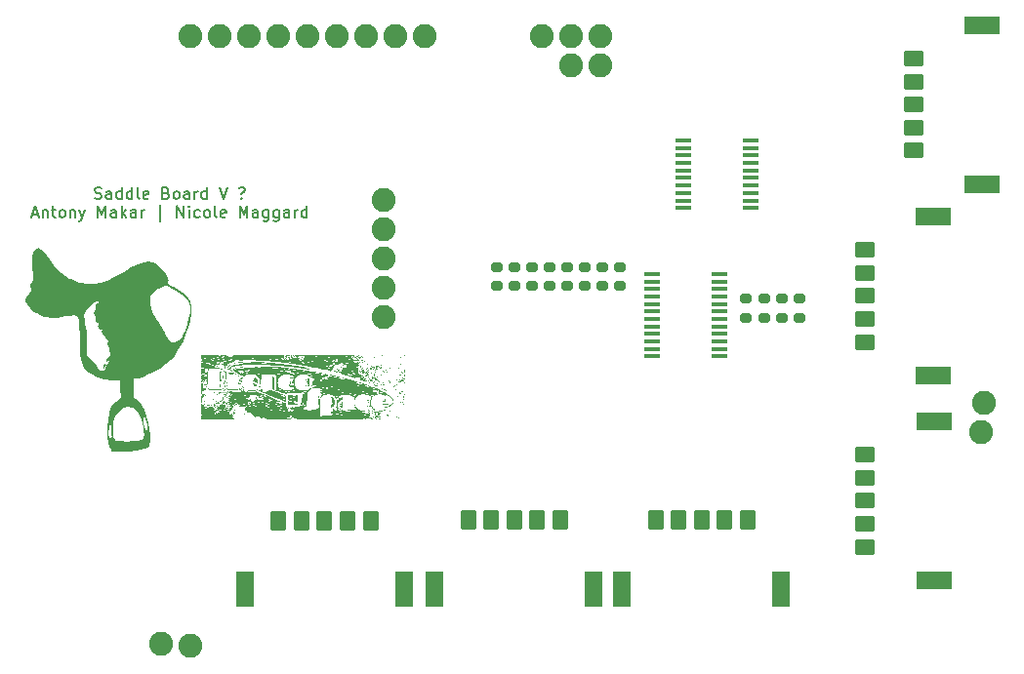
<source format=gbr>
%TF.GenerationSoftware,KiCad,Pcbnew,(6.0.7)*%
%TF.CreationDate,2023-02-01T00:47:42-08:00*%
%TF.ProjectId,SpresensePart2,53707265-7365-46e7-9365-50617274322e,rev?*%
%TF.SameCoordinates,Original*%
%TF.FileFunction,Soldermask,Top*%
%TF.FilePolarity,Negative*%
%FSLAX46Y46*%
G04 Gerber Fmt 4.6, Leading zero omitted, Abs format (unit mm)*
G04 Created by KiCad (PCBNEW (6.0.7)) date 2023-02-01 00:47:43*
%MOMM*%
%LPD*%
G01*
G04 APERTURE LIST*
G04 Aperture macros list*
%AMRoundRect*
0 Rectangle with rounded corners*
0 $1 Rounding radius*
0 $2 $3 $4 $5 $6 $7 $8 $9 X,Y pos of 4 corners*
0 Add a 4 corners polygon primitive as box body*
4,1,4,$2,$3,$4,$5,$6,$7,$8,$9,$2,$3,0*
0 Add four circle primitives for the rounded corners*
1,1,$1+$1,$2,$3*
1,1,$1+$1,$4,$5*
1,1,$1+$1,$6,$7*
1,1,$1+$1,$8,$9*
0 Add four rect primitives between the rounded corners*
20,1,$1+$1,$2,$3,$4,$5,0*
20,1,$1+$1,$4,$5,$6,$7,0*
20,1,$1+$1,$6,$7,$8,$9,0*
20,1,$1+$1,$8,$9,$2,$3,0*%
G04 Aperture macros list end*
%ADD10C,0.150000*%
%ADD11C,2.082800*%
%ADD12R,1.473200X0.355600*%
%ADD13RoundRect,0.200000X-0.275000X0.200000X-0.275000X-0.200000X0.275000X-0.200000X0.275000X0.200000X0*%
%ADD14R,1.475000X0.450000*%
%ADD15RoundRect,0.101600X-0.550000X0.725000X-0.550000X-0.725000X0.550000X-0.725000X0.550000X0.725000X0*%
%ADD16RoundRect,0.101600X-0.675000X1.450000X-0.675000X-1.450000X0.675000X-1.450000X0.675000X1.450000X0*%
%ADD17RoundRect,0.101600X-0.725000X-0.550000X0.725000X-0.550000X0.725000X0.550000X-0.725000X0.550000X0*%
%ADD18RoundRect,0.101600X-1.450000X-0.675000X1.450000X-0.675000X1.450000X0.675000X-1.450000X0.675000X0*%
G04 APERTURE END LIST*
D10*
X112575200Y-110496161D02*
X112718057Y-110543780D01*
X112956152Y-110543780D01*
X113051390Y-110496161D01*
X113099009Y-110448542D01*
X113146628Y-110353304D01*
X113146628Y-110258066D01*
X113099009Y-110162828D01*
X113051390Y-110115209D01*
X112956152Y-110067590D01*
X112765676Y-110019971D01*
X112670438Y-109972352D01*
X112622819Y-109924733D01*
X112575200Y-109829495D01*
X112575200Y-109734257D01*
X112622819Y-109639019D01*
X112670438Y-109591400D01*
X112765676Y-109543780D01*
X113003771Y-109543780D01*
X113146628Y-109591400D01*
X114003771Y-110543780D02*
X114003771Y-110019971D01*
X113956152Y-109924733D01*
X113860914Y-109877114D01*
X113670438Y-109877114D01*
X113575200Y-109924733D01*
X114003771Y-110496161D02*
X113908533Y-110543780D01*
X113670438Y-110543780D01*
X113575200Y-110496161D01*
X113527580Y-110400923D01*
X113527580Y-110305685D01*
X113575200Y-110210447D01*
X113670438Y-110162828D01*
X113908533Y-110162828D01*
X114003771Y-110115209D01*
X114908533Y-110543780D02*
X114908533Y-109543780D01*
X114908533Y-110496161D02*
X114813295Y-110543780D01*
X114622819Y-110543780D01*
X114527580Y-110496161D01*
X114479961Y-110448542D01*
X114432342Y-110353304D01*
X114432342Y-110067590D01*
X114479961Y-109972352D01*
X114527580Y-109924733D01*
X114622819Y-109877114D01*
X114813295Y-109877114D01*
X114908533Y-109924733D01*
X115813295Y-110543780D02*
X115813295Y-109543780D01*
X115813295Y-110496161D02*
X115718057Y-110543780D01*
X115527580Y-110543780D01*
X115432342Y-110496161D01*
X115384723Y-110448542D01*
X115337104Y-110353304D01*
X115337104Y-110067590D01*
X115384723Y-109972352D01*
X115432342Y-109924733D01*
X115527580Y-109877114D01*
X115718057Y-109877114D01*
X115813295Y-109924733D01*
X116432342Y-110543780D02*
X116337104Y-110496161D01*
X116289485Y-110400923D01*
X116289485Y-109543780D01*
X117194247Y-110496161D02*
X117099009Y-110543780D01*
X116908533Y-110543780D01*
X116813295Y-110496161D01*
X116765676Y-110400923D01*
X116765676Y-110019971D01*
X116813295Y-109924733D01*
X116908533Y-109877114D01*
X117099009Y-109877114D01*
X117194247Y-109924733D01*
X117241866Y-110019971D01*
X117241866Y-110115209D01*
X116765676Y-110210447D01*
X118765676Y-110019971D02*
X118908533Y-110067590D01*
X118956152Y-110115209D01*
X119003771Y-110210447D01*
X119003771Y-110353304D01*
X118956152Y-110448542D01*
X118908533Y-110496161D01*
X118813295Y-110543780D01*
X118432342Y-110543780D01*
X118432342Y-109543780D01*
X118765676Y-109543780D01*
X118860914Y-109591400D01*
X118908533Y-109639019D01*
X118956152Y-109734257D01*
X118956152Y-109829495D01*
X118908533Y-109924733D01*
X118860914Y-109972352D01*
X118765676Y-110019971D01*
X118432342Y-110019971D01*
X119575200Y-110543780D02*
X119479961Y-110496161D01*
X119432342Y-110448542D01*
X119384723Y-110353304D01*
X119384723Y-110067590D01*
X119432342Y-109972352D01*
X119479961Y-109924733D01*
X119575200Y-109877114D01*
X119718057Y-109877114D01*
X119813295Y-109924733D01*
X119860914Y-109972352D01*
X119908533Y-110067590D01*
X119908533Y-110353304D01*
X119860914Y-110448542D01*
X119813295Y-110496161D01*
X119718057Y-110543780D01*
X119575200Y-110543780D01*
X120765676Y-110543780D02*
X120765676Y-110019971D01*
X120718057Y-109924733D01*
X120622819Y-109877114D01*
X120432342Y-109877114D01*
X120337104Y-109924733D01*
X120765676Y-110496161D02*
X120670438Y-110543780D01*
X120432342Y-110543780D01*
X120337104Y-110496161D01*
X120289485Y-110400923D01*
X120289485Y-110305685D01*
X120337104Y-110210447D01*
X120432342Y-110162828D01*
X120670438Y-110162828D01*
X120765676Y-110115209D01*
X121241866Y-110543780D02*
X121241866Y-109877114D01*
X121241866Y-110067590D02*
X121289485Y-109972352D01*
X121337104Y-109924733D01*
X121432342Y-109877114D01*
X121527580Y-109877114D01*
X122289485Y-110543780D02*
X122289485Y-109543780D01*
X122289485Y-110496161D02*
X122194247Y-110543780D01*
X122003771Y-110543780D01*
X121908533Y-110496161D01*
X121860914Y-110448542D01*
X121813295Y-110353304D01*
X121813295Y-110067590D01*
X121860914Y-109972352D01*
X121908533Y-109924733D01*
X122003771Y-109877114D01*
X122194247Y-109877114D01*
X122289485Y-109924733D01*
X123384723Y-109543780D02*
X123718057Y-110543780D01*
X124051390Y-109543780D01*
X125289485Y-110448542D02*
X125337104Y-110496161D01*
X125289485Y-110543780D01*
X125241866Y-110496161D01*
X125289485Y-110448542D01*
X125289485Y-110543780D01*
X125099009Y-109591400D02*
X125194247Y-109543780D01*
X125432342Y-109543780D01*
X125527580Y-109591400D01*
X125575200Y-109686638D01*
X125575200Y-109781876D01*
X125527580Y-109877114D01*
X125479961Y-109924733D01*
X125384723Y-109972352D01*
X125337104Y-110019971D01*
X125289485Y-110115209D01*
X125289485Y-110162828D01*
X107146628Y-111868066D02*
X107622819Y-111868066D01*
X107051390Y-112153780D02*
X107384723Y-111153780D01*
X107718057Y-112153780D01*
X108051390Y-111487114D02*
X108051390Y-112153780D01*
X108051390Y-111582352D02*
X108099009Y-111534733D01*
X108194247Y-111487114D01*
X108337104Y-111487114D01*
X108432342Y-111534733D01*
X108479961Y-111629971D01*
X108479961Y-112153780D01*
X108813295Y-111487114D02*
X109194247Y-111487114D01*
X108956152Y-111153780D02*
X108956152Y-112010923D01*
X109003771Y-112106161D01*
X109099009Y-112153780D01*
X109194247Y-112153780D01*
X109670438Y-112153780D02*
X109575199Y-112106161D01*
X109527580Y-112058542D01*
X109479961Y-111963304D01*
X109479961Y-111677590D01*
X109527580Y-111582352D01*
X109575199Y-111534733D01*
X109670438Y-111487114D01*
X109813295Y-111487114D01*
X109908533Y-111534733D01*
X109956152Y-111582352D01*
X110003771Y-111677590D01*
X110003771Y-111963304D01*
X109956152Y-112058542D01*
X109908533Y-112106161D01*
X109813295Y-112153780D01*
X109670438Y-112153780D01*
X110432342Y-111487114D02*
X110432342Y-112153780D01*
X110432342Y-111582352D02*
X110479961Y-111534733D01*
X110575199Y-111487114D01*
X110718057Y-111487114D01*
X110813295Y-111534733D01*
X110860914Y-111629971D01*
X110860914Y-112153780D01*
X111241866Y-111487114D02*
X111479961Y-112153780D01*
X111718057Y-111487114D02*
X111479961Y-112153780D01*
X111384723Y-112391876D01*
X111337104Y-112439495D01*
X111241866Y-112487114D01*
X112860914Y-112153780D02*
X112860914Y-111153780D01*
X113194247Y-111868066D01*
X113527580Y-111153780D01*
X113527580Y-112153780D01*
X114432342Y-112153780D02*
X114432342Y-111629971D01*
X114384723Y-111534733D01*
X114289485Y-111487114D01*
X114099009Y-111487114D01*
X114003771Y-111534733D01*
X114432342Y-112106161D02*
X114337104Y-112153780D01*
X114099009Y-112153780D01*
X114003771Y-112106161D01*
X113956152Y-112010923D01*
X113956152Y-111915685D01*
X114003771Y-111820447D01*
X114099009Y-111772828D01*
X114337104Y-111772828D01*
X114432342Y-111725209D01*
X114908533Y-112153780D02*
X114908533Y-111153780D01*
X115003771Y-111772828D02*
X115289485Y-112153780D01*
X115289485Y-111487114D02*
X114908533Y-111868066D01*
X116146628Y-112153780D02*
X116146628Y-111629971D01*
X116099009Y-111534733D01*
X116003771Y-111487114D01*
X115813295Y-111487114D01*
X115718057Y-111534733D01*
X116146628Y-112106161D02*
X116051390Y-112153780D01*
X115813295Y-112153780D01*
X115718057Y-112106161D01*
X115670438Y-112010923D01*
X115670438Y-111915685D01*
X115718057Y-111820447D01*
X115813295Y-111772828D01*
X116051390Y-111772828D01*
X116146628Y-111725209D01*
X116622819Y-112153780D02*
X116622819Y-111487114D01*
X116622819Y-111677590D02*
X116670438Y-111582352D01*
X116718057Y-111534733D01*
X116813295Y-111487114D01*
X116908533Y-111487114D01*
X118241866Y-112487114D02*
X118241866Y-111058542D01*
X119718057Y-112153780D02*
X119718057Y-111153780D01*
X120289485Y-112153780D01*
X120289485Y-111153780D01*
X120765676Y-112153780D02*
X120765676Y-111487114D01*
X120765676Y-111153780D02*
X120718057Y-111201400D01*
X120765676Y-111249019D01*
X120813295Y-111201400D01*
X120765676Y-111153780D01*
X120765676Y-111249019D01*
X121670438Y-112106161D02*
X121575199Y-112153780D01*
X121384723Y-112153780D01*
X121289485Y-112106161D01*
X121241866Y-112058542D01*
X121194247Y-111963304D01*
X121194247Y-111677590D01*
X121241866Y-111582352D01*
X121289485Y-111534733D01*
X121384723Y-111487114D01*
X121575199Y-111487114D01*
X121670438Y-111534733D01*
X122241866Y-112153780D02*
X122146628Y-112106161D01*
X122099009Y-112058542D01*
X122051390Y-111963304D01*
X122051390Y-111677590D01*
X122099009Y-111582352D01*
X122146628Y-111534733D01*
X122241866Y-111487114D01*
X122384723Y-111487114D01*
X122479961Y-111534733D01*
X122527580Y-111582352D01*
X122575199Y-111677590D01*
X122575199Y-111963304D01*
X122527580Y-112058542D01*
X122479961Y-112106161D01*
X122384723Y-112153780D01*
X122241866Y-112153780D01*
X123146628Y-112153780D02*
X123051390Y-112106161D01*
X123003771Y-112010923D01*
X123003771Y-111153780D01*
X123908533Y-112106161D02*
X123813295Y-112153780D01*
X123622819Y-112153780D01*
X123527580Y-112106161D01*
X123479961Y-112010923D01*
X123479961Y-111629971D01*
X123527580Y-111534733D01*
X123622819Y-111487114D01*
X123813295Y-111487114D01*
X123908533Y-111534733D01*
X123956152Y-111629971D01*
X123956152Y-111725209D01*
X123479961Y-111820447D01*
X125146628Y-112153780D02*
X125146628Y-111153780D01*
X125479961Y-111868066D01*
X125813295Y-111153780D01*
X125813295Y-112153780D01*
X126718057Y-112153780D02*
X126718057Y-111629971D01*
X126670438Y-111534733D01*
X126575199Y-111487114D01*
X126384723Y-111487114D01*
X126289485Y-111534733D01*
X126718057Y-112106161D02*
X126622819Y-112153780D01*
X126384723Y-112153780D01*
X126289485Y-112106161D01*
X126241866Y-112010923D01*
X126241866Y-111915685D01*
X126289485Y-111820447D01*
X126384723Y-111772828D01*
X126622819Y-111772828D01*
X126718057Y-111725209D01*
X127622819Y-111487114D02*
X127622819Y-112296638D01*
X127575199Y-112391876D01*
X127527580Y-112439495D01*
X127432342Y-112487114D01*
X127289485Y-112487114D01*
X127194247Y-112439495D01*
X127622819Y-112106161D02*
X127527580Y-112153780D01*
X127337104Y-112153780D01*
X127241866Y-112106161D01*
X127194247Y-112058542D01*
X127146628Y-111963304D01*
X127146628Y-111677590D01*
X127194247Y-111582352D01*
X127241866Y-111534733D01*
X127337104Y-111487114D01*
X127527580Y-111487114D01*
X127622819Y-111534733D01*
X128527580Y-111487114D02*
X128527580Y-112296638D01*
X128479961Y-112391876D01*
X128432342Y-112439495D01*
X128337104Y-112487114D01*
X128194247Y-112487114D01*
X128099009Y-112439495D01*
X128527580Y-112106161D02*
X128432342Y-112153780D01*
X128241866Y-112153780D01*
X128146628Y-112106161D01*
X128099009Y-112058542D01*
X128051390Y-111963304D01*
X128051390Y-111677590D01*
X128099009Y-111582352D01*
X128146628Y-111534733D01*
X128241866Y-111487114D01*
X128432342Y-111487114D01*
X128527580Y-111534733D01*
X129432342Y-112153780D02*
X129432342Y-111629971D01*
X129384723Y-111534733D01*
X129289485Y-111487114D01*
X129099009Y-111487114D01*
X129003771Y-111534733D01*
X129432342Y-112106161D02*
X129337104Y-112153780D01*
X129099009Y-112153780D01*
X129003771Y-112106161D01*
X128956152Y-112010923D01*
X128956152Y-111915685D01*
X129003771Y-111820447D01*
X129099009Y-111772828D01*
X129337104Y-111772828D01*
X129432342Y-111725209D01*
X129908533Y-112153780D02*
X129908533Y-111487114D01*
X129908533Y-111677590D02*
X129956152Y-111582352D01*
X130003771Y-111534733D01*
X130099009Y-111487114D01*
X130194247Y-111487114D01*
X130956152Y-112153780D02*
X130956152Y-111153780D01*
X130956152Y-112106161D02*
X130860914Y-112153780D01*
X130670438Y-112153780D01*
X130575199Y-112106161D01*
X130527580Y-112058542D01*
X130479961Y-111963304D01*
X130479961Y-111677590D01*
X130527580Y-111582352D01*
X130575199Y-111534733D01*
X130670438Y-111487114D01*
X130860914Y-111487114D01*
X130956152Y-111534733D01*
%TO.C,G\u002A\u002A\u002A*%
G36*
X121851770Y-129634172D02*
G01*
X121850279Y-129648794D01*
X121855642Y-129674414D01*
X121870767Y-129682565D01*
X121878833Y-129688713D01*
X121854539Y-129692525D01*
X121851849Y-129692651D01*
X121814894Y-129687942D01*
X121802790Y-129665281D01*
X121802555Y-129658880D01*
X121814572Y-129629061D01*
X121831360Y-129623029D01*
X121851770Y-129634172D01*
G37*
G36*
X136403402Y-128447117D02*
G01*
X136450195Y-128392504D01*
X136472908Y-128353151D01*
X136475512Y-128321991D01*
X136474988Y-128319711D01*
X136458100Y-128291063D01*
X136440649Y-128289249D01*
X136419413Y-128282812D01*
X136405307Y-128256863D01*
X136404258Y-128227719D01*
X136413563Y-128214681D01*
X136422714Y-128194088D01*
X136420714Y-128189279D01*
X136419555Y-128162919D01*
X136428971Y-128127700D01*
X136443251Y-128076984D01*
X136453581Y-128017972D01*
X136453866Y-128015475D01*
X136466831Y-127965439D01*
X136489028Y-127929578D01*
X136492378Y-127926789D01*
X136513445Y-127898113D01*
X136513777Y-127878242D01*
X136515101Y-127844017D01*
X136526667Y-127819124D01*
X136557086Y-127759479D01*
X136556101Y-127710981D01*
X136523246Y-127666662D01*
X136516046Y-127660369D01*
X136487049Y-127632430D01*
X136478868Y-127616686D01*
X136481913Y-127615408D01*
X136499028Y-127600911D01*
X136501214Y-127588520D01*
X136486302Y-127566616D01*
X136465669Y-127561632D01*
X136443781Y-127560024D01*
X136439774Y-127549180D01*
X136453552Y-127520067D01*
X136464371Y-127500668D01*
X136488415Y-127500668D01*
X136488563Y-127520768D01*
X136510176Y-127525782D01*
X136530678Y-127540377D01*
X136537064Y-127584536D01*
X136550003Y-127643496D01*
X136572542Y-127673667D01*
X136597538Y-127710264D01*
X136596383Y-127734367D01*
X136593594Y-127755002D01*
X136605719Y-127751729D01*
X136625227Y-127727206D01*
X136626690Y-127719105D01*
X136639129Y-127695394D01*
X136670141Y-127658650D01*
X136710265Y-127618188D01*
X136750041Y-127583323D01*
X136780009Y-127563370D01*
X136786609Y-127561632D01*
X136804329Y-127549659D01*
X136800732Y-127527343D01*
X136792498Y-127519985D01*
X136767245Y-127511188D01*
X136723172Y-127500094D01*
X136716668Y-127498670D01*
X136716395Y-127498621D01*
X136813218Y-127498621D01*
X136814905Y-127507856D01*
X136837821Y-127525098D01*
X136842850Y-127525782D01*
X136859235Y-127512109D01*
X136859718Y-127507856D01*
X136845127Y-127492125D01*
X136831772Y-127489931D01*
X136813218Y-127498621D01*
X136716395Y-127498621D01*
X136677012Y-127491540D01*
X136666151Y-127495854D01*
X136678177Y-127514061D01*
X136678531Y-127514488D01*
X136693447Y-127537098D01*
X136681850Y-127543570D01*
X136675893Y-127543707D01*
X136642547Y-127530967D01*
X136626507Y-127516598D01*
X136602239Y-127499290D01*
X136577905Y-127511153D01*
X136557891Y-127523305D01*
X136555421Y-127507592D01*
X136555520Y-127506892D01*
X136556940Y-127480969D01*
X137271997Y-127480969D01*
X137280960Y-127489931D01*
X137289922Y-127480969D01*
X137286934Y-127477981D01*
X137331748Y-127477981D01*
X137334208Y-127488638D01*
X137343698Y-127489931D01*
X137358452Y-127483373D01*
X137355648Y-127477981D01*
X137334375Y-127475836D01*
X137331748Y-127477981D01*
X137286934Y-127477981D01*
X137284431Y-127475478D01*
X137386365Y-127475478D01*
X137396394Y-127484377D01*
X137432219Y-127489467D01*
X137450191Y-127489931D01*
X137495503Y-127488398D01*
X137520943Y-127484561D01*
X137522950Y-127482930D01*
X137507543Y-127474800D01*
X137471281Y-127469545D01*
X137429096Y-127467982D01*
X137395925Y-127470924D01*
X137386365Y-127475478D01*
X137284431Y-127475478D01*
X137280960Y-127472006D01*
X137271997Y-127480969D01*
X136556940Y-127480969D01*
X136557934Y-127462816D01*
X136546443Y-127450356D01*
X136519139Y-127467203D01*
X136488415Y-127500668D01*
X136464371Y-127500668D01*
X136465001Y-127499539D01*
X136483778Y-127458566D01*
X136486927Y-127439060D01*
X136665999Y-127439060D01*
X136691977Y-127459114D01*
X136693909Y-127459650D01*
X136748410Y-127468826D01*
X136786320Y-127459335D01*
X136801634Y-127447866D01*
X136886733Y-127447866D01*
X136890305Y-127475419D01*
X136913366Y-127475416D01*
X136920175Y-127473042D01*
X136952620Y-127453401D01*
X136963358Y-127438925D01*
X136963294Y-127422956D01*
X136942818Y-127414777D01*
X136910497Y-127411060D01*
X136892845Y-127424686D01*
X136886733Y-127447866D01*
X136801634Y-127447866D01*
X136809012Y-127442340D01*
X136835906Y-127411503D01*
X136839233Y-127392803D01*
X136818245Y-127392624D01*
X136814676Y-127393911D01*
X136779005Y-127392522D01*
X136762046Y-127383142D01*
X136730113Y-127371177D01*
X136699537Y-127381767D01*
X136668773Y-127409758D01*
X136665999Y-127439060D01*
X136486927Y-127439060D01*
X136488043Y-127432148D01*
X136485818Y-127428756D01*
X136466251Y-127433879D01*
X136440924Y-127456573D01*
X136421323Y-127483980D01*
X136418933Y-127503244D01*
X136419111Y-127503430D01*
X136418076Y-127523501D01*
X136408772Y-127538136D01*
X136399692Y-127562613D01*
X136421099Y-127587539D01*
X136422372Y-127588510D01*
X136444859Y-127607763D01*
X136438567Y-127614167D01*
X136425394Y-127614837D01*
X136388875Y-127609324D01*
X136338028Y-127594975D01*
X136326806Y-127591088D01*
X136241119Y-127561560D01*
X136170793Y-127541728D01*
X136104091Y-127529708D01*
X136029281Y-127523616D01*
X135934626Y-127521566D01*
X135908540Y-127521496D01*
X136186335Y-127521496D01*
X136203954Y-127524366D01*
X136227203Y-127521071D01*
X136227481Y-127514952D01*
X136203490Y-127510673D01*
X136193124Y-127513537D01*
X136186335Y-127521496D01*
X135908540Y-127521496D01*
X135893261Y-127521455D01*
X135745151Y-127525870D01*
X135624173Y-127540878D01*
X135522502Y-127569126D01*
X135432310Y-127613260D01*
X135345772Y-127675925D01*
X135290524Y-127725243D01*
X135232541Y-127785968D01*
X135189302Y-127848035D01*
X135153904Y-127923243D01*
X135123326Y-128011034D01*
X135113065Y-128062266D01*
X135106438Y-128132635D01*
X135103588Y-128211071D01*
X135104659Y-128286504D01*
X135109795Y-128347863D01*
X135118494Y-128382888D01*
X135133909Y-128422411D01*
X135146564Y-128466854D01*
X135153839Y-128501978D01*
X135149479Y-128505948D01*
X135132708Y-128484977D01*
X135115743Y-128452507D01*
X135115357Y-128434553D01*
X135111821Y-128411646D01*
X135095039Y-128387244D01*
X135081661Y-128366756D01*
X135073946Y-128336669D01*
X135071217Y-128289565D01*
X135072796Y-128218029D01*
X135075091Y-128168790D01*
X135079196Y-128092077D01*
X135082831Y-128030760D01*
X135085532Y-127992277D01*
X135086662Y-127982874D01*
X135089856Y-127966843D01*
X135094806Y-127926099D01*
X135100411Y-127871666D01*
X135105566Y-127814565D01*
X135109168Y-127765821D01*
X135109978Y-127749846D01*
X135105877Y-127710440D01*
X135086898Y-127698208D01*
X135082060Y-127698324D01*
X135060568Y-127690069D01*
X135061024Y-127677344D01*
X135053456Y-127656179D01*
X135028237Y-127646163D01*
X135001986Y-127640320D01*
X135009035Y-127637380D01*
X135034771Y-127635774D01*
X135075294Y-127641249D01*
X135096412Y-127655021D01*
X135109690Y-127657897D01*
X135123247Y-127626459D01*
X135123765Y-127624553D01*
X135131871Y-127578825D01*
X135122726Y-127563819D01*
X135095457Y-127578369D01*
X135091604Y-127581484D01*
X135066174Y-127596551D01*
X135053896Y-127584242D01*
X135053827Y-127584038D01*
X135032152Y-127566507D01*
X135004672Y-127561632D01*
X134978523Y-127565015D01*
X134968839Y-127581789D01*
X134971187Y-127621892D01*
X134972675Y-127633333D01*
X134975821Y-127679708D01*
X134966321Y-127700677D01*
X134939660Y-127697099D01*
X134891319Y-127669831D01*
X134866438Y-127653511D01*
X134864482Y-127652316D01*
X134905871Y-127652316D01*
X134919544Y-127668700D01*
X134923797Y-127669183D01*
X134939528Y-127654593D01*
X134941722Y-127641237D01*
X134933032Y-127622684D01*
X134923797Y-127624370D01*
X134906555Y-127647287D01*
X134905871Y-127652316D01*
X134864482Y-127652316D01*
X134812246Y-127620410D01*
X134762509Y-127595083D01*
X134744545Y-127588121D01*
X134715250Y-127577037D01*
X134718132Y-127568496D01*
X134732976Y-127562569D01*
X134734222Y-127556372D01*
X134705753Y-127551262D01*
X134653703Y-127548326D01*
X134652313Y-127548294D01*
X134572749Y-127545203D01*
X134479484Y-127539745D01*
X134403966Y-127534027D01*
X134304086Y-127530637D01*
X134209590Y-127536644D01*
X134170938Y-127542852D01*
X134094118Y-127558940D01*
X134013638Y-127575961D01*
X133982724Y-127582557D01*
X133913356Y-127602446D01*
X133841484Y-127631204D01*
X133775195Y-127664517D01*
X133722579Y-127698072D01*
X133691724Y-127727558D01*
X133686958Y-127740257D01*
X133699266Y-127772957D01*
X133728965Y-127809942D01*
X133729867Y-127810796D01*
X133772776Y-127851107D01*
X133845667Y-127813920D01*
X133873299Y-127803622D01*
X133973761Y-127803622D01*
X133982724Y-127812585D01*
X133991686Y-127803622D01*
X133982724Y-127794659D01*
X133973761Y-127803622D01*
X133873299Y-127803622D01*
X133911673Y-127789321D01*
X133980270Y-127778096D01*
X134039747Y-127781037D01*
X134077727Y-127798245D01*
X134090666Y-127828143D01*
X134098334Y-127878630D01*
X134099238Y-127903515D01*
X134099238Y-127987275D01*
X134011314Y-127995724D01*
X133893594Y-128023247D01*
X133789140Y-128079016D01*
X133703621Y-128158137D01*
X133642702Y-128255711D01*
X133616872Y-128336522D01*
X133610062Y-128453163D01*
X133635850Y-128560969D01*
X133691306Y-128655918D01*
X133773503Y-128733987D01*
X133879512Y-128791153D01*
X133966370Y-128816589D01*
X134033563Y-128830249D01*
X134097939Y-128843073D01*
X134117163Y-128846823D01*
X134179901Y-128858934D01*
X134099322Y-128878833D01*
X134037956Y-128900017D01*
X134011354Y-128922467D01*
X134019383Y-128942912D01*
X134061910Y-128958075D01*
X134102750Y-128963191D01*
X134158057Y-128964323D01*
X134197542Y-128959703D01*
X134209029Y-128954110D01*
X134226173Y-128951007D01*
X134232675Y-128958176D01*
X134254116Y-128970427D01*
X134261803Y-128967994D01*
X134289915Y-128967021D01*
X134300896Y-128972139D01*
X134327107Y-128977998D01*
X134380835Y-128982725D01*
X134453755Y-128985775D01*
X134522111Y-128986640D01*
X134608839Y-128986183D01*
X134665534Y-128984129D01*
X134698006Y-128979522D01*
X134712066Y-128971409D01*
X134713524Y-128958833D01*
X134712716Y-128955316D01*
X134715980Y-128930434D01*
X134716204Y-128930382D01*
X134870021Y-128930382D01*
X134881072Y-128959551D01*
X134904700Y-128986780D01*
X134922900Y-128995373D01*
X134944868Y-128986735D01*
X134957633Y-128979346D01*
X134970931Y-128963288D01*
X134968123Y-128957522D01*
X134995897Y-128957522D01*
X135003723Y-128976530D01*
X135030138Y-128993528D01*
X135044794Y-128995647D01*
X135062033Y-128992385D01*
X135050377Y-128978604D01*
X135039283Y-128970225D01*
X135036675Y-128968760D01*
X135246450Y-128968760D01*
X135255413Y-128977722D01*
X135264375Y-128968760D01*
X135255413Y-128959797D01*
X135246450Y-128968760D01*
X135036675Y-128968760D01*
X135007279Y-128952249D01*
X134995897Y-128957522D01*
X134968123Y-128957522D01*
X134959496Y-128939804D01*
X134945562Y-128923939D01*
X134910093Y-128898788D01*
X134882004Y-128900641D01*
X134870040Y-128928751D01*
X134870021Y-128930382D01*
X134716204Y-128930382D01*
X134743948Y-128923947D01*
X134772747Y-128915864D01*
X134775478Y-128901540D01*
X134758179Y-128888096D01*
X134959647Y-128888096D01*
X134974705Y-128902519D01*
X134996555Y-128906022D01*
X135021341Y-128899121D01*
X135022385Y-128888096D01*
X134996450Y-128871603D01*
X134985477Y-128870171D01*
X134962309Y-128880193D01*
X134959647Y-128888096D01*
X134758179Y-128888096D01*
X134753633Y-128884563D01*
X134733653Y-128882928D01*
X134640109Y-128894461D01*
X134579676Y-128904531D01*
X134549666Y-128913593D01*
X134548776Y-128914114D01*
X134529125Y-128911439D01*
X134526492Y-128906506D01*
X134507013Y-128895667D01*
X134461444Y-128883806D01*
X134399375Y-128873380D01*
X134395003Y-128872812D01*
X134355745Y-128867275D01*
X134337443Y-128862981D01*
X134342711Y-128859674D01*
X134374163Y-128857099D01*
X134434412Y-128855001D01*
X134526072Y-128853125D01*
X134610106Y-128851810D01*
X134720278Y-128850432D01*
X134820899Y-128849601D01*
X134905369Y-128849340D01*
X134967088Y-128849668D01*
X134999207Y-128850586D01*
X135049593Y-128846613D01*
X135082593Y-128835675D01*
X135108052Y-128826021D01*
X135111717Y-128840694D01*
X135110180Y-128848076D01*
X135118794Y-128881730D01*
X135147790Y-128911340D01*
X135179060Y-128932090D01*
X135188350Y-128929922D01*
X135270350Y-128929922D01*
X135272811Y-128940578D01*
X135282300Y-128941872D01*
X135297055Y-128935313D01*
X135294251Y-128929922D01*
X135272978Y-128927776D01*
X135270350Y-128929922D01*
X135188350Y-128929922D01*
X135190852Y-128929338D01*
X135192674Y-128900679D01*
X135192674Y-128899986D01*
X135208370Y-128860702D01*
X135253662Y-128838728D01*
X135294430Y-128834565D01*
X135316003Y-128849633D01*
X135323932Y-128889388D01*
X135316446Y-128944688D01*
X135316067Y-128946111D01*
X135312880Y-128988956D01*
X135327181Y-129008874D01*
X135352321Y-129000649D01*
X135354112Y-128998669D01*
X135655484Y-128998669D01*
X135682213Y-129012226D01*
X135703543Y-129017642D01*
X135747447Y-129019333D01*
X135766002Y-129002498D01*
X135766256Y-128999071D01*
X135750430Y-128990401D01*
X135711461Y-128984937D01*
X135702219Y-128984490D01*
X135662090Y-128987847D01*
X135655484Y-128998669D01*
X135354112Y-128998669D01*
X135366128Y-128985389D01*
X135391401Y-128962703D01*
X135420349Y-128970252D01*
X135422836Y-128971772D01*
X135455686Y-128980426D01*
X135488241Y-128973837D01*
X135507490Y-128956873D01*
X135505684Y-128940770D01*
X135511889Y-128927630D01*
X135533253Y-128923947D01*
X135558685Y-128917193D01*
X135559345Y-128911997D01*
X135628854Y-128911997D01*
X135631315Y-128922653D01*
X135640804Y-128923947D01*
X135655559Y-128917388D01*
X135652754Y-128911997D01*
X135631481Y-128909851D01*
X135628854Y-128911997D01*
X135559345Y-128911997D01*
X135560111Y-128905973D01*
X135536135Y-128898049D01*
X135513817Y-128906830D01*
X135477663Y-128915186D01*
X135450886Y-128897916D01*
X135417592Y-128875257D01*
X135398096Y-128870171D01*
X135381348Y-128858175D01*
X135384163Y-128841215D01*
X135386033Y-128821111D01*
X135363044Y-128822546D01*
X135358120Y-128824051D01*
X135317586Y-128822012D01*
X135282925Y-128795011D01*
X135261438Y-128764530D01*
X135263331Y-128749833D01*
X135303115Y-128749833D01*
X135307477Y-128759850D01*
X135325525Y-128779094D01*
X135335902Y-128775146D01*
X135336076Y-128772640D01*
X135323344Y-128757479D01*
X135315381Y-128751946D01*
X135303115Y-128749833D01*
X135263331Y-128749833D01*
X135263568Y-128747990D01*
X135264341Y-128747694D01*
X135273274Y-128733010D01*
X135262224Y-128715215D01*
X135239340Y-128700267D01*
X135228674Y-128708603D01*
X135205315Y-128719823D01*
X135176052Y-128710176D01*
X135157724Y-128686504D01*
X135156824Y-128679408D01*
X135152483Y-128664031D01*
X135210600Y-128664031D01*
X135219562Y-128672994D01*
X135228525Y-128664031D01*
X135219562Y-128655069D01*
X135210600Y-128664031D01*
X135152483Y-128664031D01*
X135147517Y-128646439D01*
X135127875Y-128609625D01*
X135110204Y-128575877D01*
X135114968Y-128567003D01*
X135138347Y-128583464D01*
X135159794Y-128605775D01*
X135195398Y-128646106D01*
X135185911Y-128602558D01*
X135185333Y-128584662D01*
X135198127Y-128589126D01*
X135227566Y-128618186D01*
X135256991Y-128651110D01*
X135322787Y-128713073D01*
X135406364Y-128772748D01*
X135498041Y-128824902D01*
X135588135Y-128864303D01*
X135666966Y-128885719D01*
X135695489Y-128888096D01*
X135753657Y-128892549D01*
X135803984Y-128903405D01*
X135807784Y-128904763D01*
X135848575Y-128914317D01*
X135910651Y-128922428D01*
X135969915Y-128926742D01*
X136035082Y-128932619D01*
X136080121Y-128942572D01*
X136096194Y-128952860D01*
X136090136Y-128966589D01*
X136069572Y-128964615D01*
X136028692Y-128966664D01*
X136009890Y-128976379D01*
X135971648Y-128988498D01*
X135935337Y-128984774D01*
X135901413Y-128979109D01*
X135893661Y-128989541D01*
X135897976Y-129003923D01*
X135901451Y-129026197D01*
X135880544Y-129023319D01*
X135878516Y-129022497D01*
X135826059Y-129003401D01*
X135797255Y-129001895D01*
X135783990Y-129018956D01*
X135780722Y-129034273D01*
X135784762Y-129078361D01*
X135803208Y-129129558D01*
X135805681Y-129134297D01*
X135823710Y-129180440D01*
X135826903Y-129217814D01*
X135825804Y-129221626D01*
X135821659Y-129239102D01*
X135835101Y-129232812D01*
X135852771Y-129218238D01*
X135875590Y-129191904D01*
X135876135Y-129175722D01*
X135856555Y-129153257D01*
X135842090Y-129129446D01*
X135832200Y-129101771D01*
X135847464Y-129093224D01*
X135856016Y-129092956D01*
X135879355Y-129099069D01*
X135880298Y-129107238D01*
X135886350Y-129127353D01*
X135911976Y-129161171D01*
X135926427Y-129176477D01*
X135962740Y-129219255D01*
X135980004Y-129253012D01*
X135976617Y-129271797D01*
X135951555Y-129269879D01*
X135931322Y-129267353D01*
X135934687Y-129279404D01*
X135958176Y-129298886D01*
X135965796Y-129300376D01*
X135992135Y-129311862D01*
X136010832Y-129327264D01*
X136041315Y-129349314D01*
X136057352Y-129354151D01*
X136068404Y-129346870D01*
X136065665Y-129342832D01*
X136064226Y-129327264D01*
X136106859Y-129327264D01*
X136115822Y-129336226D01*
X136124785Y-129327264D01*
X136115822Y-129318301D01*
X136106859Y-129327264D01*
X136064226Y-129327264D01*
X136063542Y-129319869D01*
X136070747Y-129300866D01*
X136072007Y-129265522D01*
X136052923Y-129219992D01*
X136021413Y-129176145D01*
X135985393Y-129145852D01*
X135962812Y-129139049D01*
X135934029Y-129131872D01*
X135927607Y-129122198D01*
X135941255Y-129108851D01*
X135973836Y-129110187D01*
X136012809Y-129123725D01*
X136043886Y-129145184D01*
X136088845Y-129169630D01*
X136127024Y-129168178D01*
X136166681Y-129166326D01*
X136187886Y-129175487D01*
X136210603Y-129192239D01*
X136229365Y-129181546D01*
X136232336Y-129167217D01*
X136244128Y-129133271D01*
X136255982Y-129117923D01*
X136279798Y-129081397D01*
X136290132Y-129053990D01*
X136293417Y-129025427D01*
X136275341Y-129020738D01*
X136257523Y-129024564D01*
X136225233Y-129027262D01*
X136214411Y-129019446D01*
X136229317Y-129003582D01*
X136263986Y-128985434D01*
X136303346Y-128971185D01*
X136332325Y-128967018D01*
X136337211Y-128969071D01*
X136331976Y-128977045D01*
X136324317Y-128977722D01*
X136320393Y-128988456D01*
X136338749Y-129014827D01*
X136343736Y-129020172D01*
X136374747Y-129047331D01*
X136395288Y-129056493D01*
X136396265Y-129056126D01*
X136411505Y-129064026D01*
X136418109Y-129076414D01*
X136417479Y-129099391D01*
X136400058Y-129100619D01*
X136384700Y-129085273D01*
X136362221Y-129068020D01*
X136341888Y-129084076D01*
X136334674Y-129103273D01*
X136316732Y-129129428D01*
X136296733Y-129128243D01*
X136272603Y-129126621D01*
X136273399Y-129147483D01*
X136293923Y-129180453D01*
X136317923Y-129200136D01*
X136330261Y-129193897D01*
X136350907Y-129173799D01*
X136362854Y-129182930D01*
X136359527Y-129214728D01*
X136357351Y-129220926D01*
X136347680Y-129252968D01*
X136358022Y-129260091D01*
X136380201Y-129254360D01*
X136417544Y-129236408D01*
X136433720Y-129221778D01*
X136444633Y-129216918D01*
X136447164Y-129233156D01*
X136439897Y-129259763D01*
X136431547Y-129264525D01*
X136418033Y-129280075D01*
X136407903Y-129317354D01*
X136406200Y-129351724D01*
X136412723Y-129362378D01*
X136413214Y-129362109D01*
X136442846Y-129360712D01*
X136472554Y-129378100D01*
X136483288Y-129399602D01*
X136471684Y-129431300D01*
X136445363Y-129458874D01*
X136417058Y-129470726D01*
X136407817Y-129468335D01*
X136395907Y-129469990D01*
X136398059Y-129481614D01*
X136410382Y-129500015D01*
X136434618Y-129500151D01*
X136468459Y-129488532D01*
X136505288Y-129492039D01*
X136535678Y-129514092D01*
X136568559Y-129541051D01*
X136591898Y-129551328D01*
X136604153Y-129560543D01*
X136602450Y-129564970D01*
X136603870Y-129591585D01*
X136628742Y-129620530D01*
X136666687Y-129642275D01*
X136692901Y-129648005D01*
X136743890Y-129657431D01*
X136777784Y-129670874D01*
X136790827Y-129681829D01*
X136779623Y-129688274D01*
X136739682Y-129691476D01*
X136701601Y-129692345D01*
X136643669Y-129690581D01*
X136603667Y-129684405D01*
X136590840Y-129676392D01*
X136576394Y-129660675D01*
X136565058Y-129658880D01*
X136545451Y-129643411D01*
X136542652Y-129609585D01*
X136538574Y-129572477D01*
X136521421Y-129565505D01*
X136504789Y-129558969D01*
X136507415Y-129543099D01*
X136510435Y-129520575D01*
X136491661Y-129518311D01*
X136447068Y-129535953D01*
X136443815Y-129537479D01*
X136393321Y-129571451D01*
X136368601Y-129610208D01*
X136373673Y-129646853D01*
X136377263Y-129651755D01*
X136391159Y-129677328D01*
X136389820Y-129686623D01*
X136368912Y-129689735D01*
X136343036Y-129679353D01*
X136329698Y-129663667D01*
X136330830Y-129659032D01*
X136325933Y-129638105D01*
X136309887Y-129620579D01*
X136285524Y-129605274D01*
X136273555Y-129616519D01*
X136271835Y-129621262D01*
X136260931Y-129631637D01*
X136243606Y-129609366D01*
X136241855Y-129606144D01*
X136223600Y-129578840D01*
X136206116Y-129581334D01*
X136191602Y-129594622D01*
X136168715Y-129612293D01*
X136150417Y-129603818D01*
X136134367Y-129582853D01*
X136111855Y-129556591D01*
X136096512Y-129559067D01*
X136089175Y-129569104D01*
X136082216Y-129599264D01*
X136087607Y-129610947D01*
X136098920Y-129642302D01*
X136084780Y-129674307D01*
X136052688Y-129693489D01*
X136040973Y-129694730D01*
X136010640Y-129688501D01*
X136009509Y-129674801D01*
X136008617Y-129649219D01*
X136001130Y-129642080D01*
X135995612Y-129622457D01*
X136019819Y-129586901D01*
X136024865Y-129581346D01*
X136050362Y-129551328D01*
X136321962Y-129551328D01*
X136328520Y-129566083D01*
X136333912Y-129563279D01*
X136336057Y-129542006D01*
X136333912Y-129539378D01*
X136323255Y-129541839D01*
X136321962Y-129551328D01*
X136050362Y-129551328D01*
X136051112Y-129550445D01*
X136060287Y-129534151D01*
X136059205Y-129533403D01*
X136063972Y-129523867D01*
X136089383Y-129500799D01*
X136090844Y-129499611D01*
X136125155Y-129480059D01*
X136154988Y-129474878D01*
X136170519Y-129483453D01*
X136162794Y-129504128D01*
X136162930Y-129517647D01*
X136193529Y-129524902D01*
X136225075Y-129526667D01*
X136272560Y-129524835D01*
X136300711Y-129517621D01*
X136304037Y-129513223D01*
X136290330Y-129497994D01*
X136286111Y-129497553D01*
X136269353Y-129486296D01*
X136271115Y-129479628D01*
X136321962Y-129479628D01*
X136330702Y-129508734D01*
X136342874Y-129515478D01*
X136354927Y-129508283D01*
X136351993Y-129503683D01*
X136351490Y-129482130D01*
X136360162Y-129467833D01*
X136369454Y-129448342D01*
X136351044Y-129443777D01*
X136326802Y-129458712D01*
X136321962Y-129479628D01*
X136271115Y-129479628D01*
X136276482Y-129459315D01*
X136291109Y-129440576D01*
X136319147Y-129396556D01*
X136336617Y-129340977D01*
X136340299Y-129288598D01*
X136330852Y-129258495D01*
X136309351Y-129236337D01*
X136292513Y-129228325D01*
X136290422Y-129238165D01*
X136294074Y-129244983D01*
X136297997Y-129271804D01*
X136287837Y-129298615D01*
X136270683Y-129309629D01*
X136265832Y-129307884D01*
X136251861Y-129283092D01*
X136251909Y-129276618D01*
X136252194Y-129233345D01*
X136240707Y-129216962D01*
X136232901Y-129219363D01*
X136222451Y-129243739D01*
X136221145Y-129288466D01*
X136227678Y-129339602D01*
X136240743Y-129383205D01*
X136249641Y-129398218D01*
X136261870Y-129425022D01*
X136244242Y-129452357D01*
X136244221Y-129452378D01*
X136219772Y-129468135D01*
X136204101Y-129455078D01*
X136195755Y-129410676D01*
X136193578Y-129364115D01*
X136186498Y-129300682D01*
X136170335Y-129254790D01*
X136148482Y-129232580D01*
X136124839Y-129239686D01*
X136115888Y-129262958D01*
X136134336Y-129289441D01*
X136153897Y-129325163D01*
X136152806Y-129348698D01*
X136153951Y-129380514D01*
X136163990Y-129392075D01*
X136176462Y-129411696D01*
X136172585Y-129419877D01*
X136152828Y-129420569D01*
X136145689Y-129412747D01*
X136120641Y-129397041D01*
X136077330Y-129386416D01*
X136030796Y-129382696D01*
X135996082Y-129387705D01*
X135988093Y-129393646D01*
X135964951Y-129403273D01*
X135952682Y-129400749D01*
X135931045Y-129401080D01*
X135930755Y-129418171D01*
X135950014Y-129437707D01*
X135985378Y-129449998D01*
X136013615Y-129453968D01*
X136048258Y-129461442D01*
X136074543Y-129475498D01*
X136084711Y-129489634D01*
X136071002Y-129497348D01*
X136065631Y-129497553D01*
X136039644Y-129510442D01*
X136035159Y-129524441D01*
X136033917Y-129543565D01*
X136024332Y-129549103D01*
X135997612Y-129541027D01*
X135956684Y-129524200D01*
X135913563Y-129511639D01*
X135892379Y-129515320D01*
X135897993Y-129531523D01*
X135923126Y-129549893D01*
X135942578Y-129563682D01*
X135929867Y-129568245D01*
X135914164Y-129568709D01*
X135881627Y-129579381D01*
X135873832Y-129596141D01*
X135864794Y-129620005D01*
X135857115Y-129623029D01*
X135838870Y-129637813D01*
X135829126Y-129658542D01*
X135826429Y-129664991D01*
X135821153Y-129670609D01*
X135810963Y-129675454D01*
X135793525Y-129679584D01*
X135766506Y-129683058D01*
X135727571Y-129685934D01*
X135674388Y-129688269D01*
X135604621Y-129690123D01*
X135515936Y-129691553D01*
X135406001Y-129692617D01*
X135272481Y-129693374D01*
X135113042Y-129693881D01*
X134925350Y-129694198D01*
X134707072Y-129694382D01*
X134455872Y-129694491D01*
X134386186Y-129694514D01*
X132954518Y-129694973D01*
X132945907Y-129667842D01*
X133185053Y-129667842D01*
X133194015Y-129676805D01*
X133202978Y-129667842D01*
X133194015Y-129658880D01*
X133185053Y-129667842D01*
X132945907Y-129667842D01*
X132942349Y-129656633D01*
X132933966Y-129639842D01*
X133355770Y-129639842D01*
X133357041Y-129643703D01*
X133377347Y-129648704D01*
X133392353Y-129639787D01*
X133547952Y-129639787D01*
X133550403Y-129640954D01*
X133562021Y-129631992D01*
X135676655Y-129631992D01*
X135685617Y-129640954D01*
X135694580Y-129631992D01*
X135685617Y-129623029D01*
X135676655Y-129631992D01*
X133562021Y-129631992D01*
X133566762Y-129628335D01*
X133570444Y-129623029D01*
X133572887Y-129614067D01*
X134045462Y-129614067D01*
X134054425Y-129623029D01*
X134063387Y-129614067D01*
X134054425Y-129605104D01*
X134045462Y-129614067D01*
X133572887Y-129614067D01*
X133575012Y-129606271D01*
X133572560Y-129605104D01*
X133556202Y-129617723D01*
X133552519Y-129623029D01*
X133547952Y-129639787D01*
X133392353Y-129639787D01*
X133393221Y-129639271D01*
X133411556Y-129618487D01*
X133412116Y-129611090D01*
X133391466Y-129609091D01*
X133366909Y-129622095D01*
X133355770Y-129639842D01*
X132933966Y-129639842D01*
X132930053Y-129632004D01*
X132916551Y-129640397D01*
X132915398Y-129642211D01*
X132907067Y-129671404D01*
X132909453Y-129680430D01*
X132901909Y-129691623D01*
X132880174Y-129694730D01*
X132852805Y-129688211D01*
X132852426Y-129662337D01*
X132853998Y-129657110D01*
X132858366Y-129630655D01*
X132840845Y-129627531D01*
X132823837Y-129632032D01*
X132782668Y-129651682D01*
X132762270Y-129669057D01*
X132740296Y-129675517D01*
X132688394Y-129681147D01*
X132611211Y-129685935D01*
X132513389Y-129689872D01*
X132399574Y-129692943D01*
X132274410Y-129695139D01*
X132142542Y-129696446D01*
X132008614Y-129696855D01*
X131877271Y-129696352D01*
X131753157Y-129694926D01*
X131640916Y-129692567D01*
X131545195Y-129689261D01*
X131470636Y-129684997D01*
X131421884Y-129679764D01*
X131403584Y-129673549D01*
X131403790Y-129672468D01*
X131408987Y-129659297D01*
X131391792Y-129670620D01*
X131389079Y-129672802D01*
X131373251Y-129679300D01*
X131341632Y-129684295D01*
X131291069Y-129687872D01*
X131218409Y-129690111D01*
X131120498Y-129691095D01*
X130994183Y-129690907D01*
X130836311Y-129689629D01*
X130771701Y-129688925D01*
X130628376Y-129687052D01*
X130495370Y-129684880D01*
X130377233Y-129682517D01*
X130278510Y-129680070D01*
X130203750Y-129677647D01*
X130157499Y-129675357D01*
X130145192Y-129674063D01*
X130109623Y-129662062D01*
X130055144Y-129639104D01*
X130032197Y-129628377D01*
X132327272Y-129628377D01*
X132333050Y-129640054D01*
X132355627Y-129650880D01*
X132363646Y-129647969D01*
X132369563Y-129631499D01*
X132359891Y-129623029D01*
X133310529Y-129623029D01*
X133317088Y-129637784D01*
X133322479Y-129634979D01*
X133324625Y-129613706D01*
X133322479Y-129611079D01*
X133311823Y-129613540D01*
X133310529Y-129623029D01*
X132359891Y-129623029D01*
X132358445Y-129621763D01*
X132331603Y-129613001D01*
X132327272Y-129628377D01*
X130032197Y-129628377D01*
X130004750Y-129615546D01*
X129941634Y-129587615D01*
X129902363Y-129578202D01*
X129881710Y-129585116D01*
X129855749Y-129603155D01*
X129835614Y-129592028D01*
X129823224Y-129569254D01*
X132127466Y-129569254D01*
X132141107Y-129586658D01*
X132145391Y-129587179D01*
X132162796Y-129573538D01*
X132163317Y-129569254D01*
X132149676Y-129551849D01*
X132145391Y-129551328D01*
X132127987Y-129564969D01*
X132127466Y-129569254D01*
X129823224Y-129569254D01*
X129818533Y-129560631D01*
X129797781Y-129529767D01*
X129766698Y-129523464D01*
X129744548Y-129526903D01*
X129690826Y-129537647D01*
X129694274Y-129508535D01*
X131093967Y-129508535D01*
X131096768Y-129515478D01*
X131112875Y-129532578D01*
X131115751Y-129533403D01*
X131123450Y-129519535D01*
X131123655Y-129515478D01*
X131110029Y-129498434D01*
X132704974Y-129498434D01*
X132711084Y-129539601D01*
X132731250Y-129551328D01*
X132898250Y-129551328D01*
X132904808Y-129566083D01*
X132910200Y-129563279D01*
X132910802Y-129557304D01*
X133119327Y-129557304D01*
X133121788Y-129567960D01*
X133131277Y-129569254D01*
X133133902Y-129568087D01*
X133243223Y-129568087D01*
X133245675Y-129569254D01*
X133262033Y-129556635D01*
X133265716Y-129551328D01*
X133268144Y-129542419D01*
X133297227Y-129542419D01*
X133314315Y-129563846D01*
X133329512Y-129569254D01*
X133525631Y-129569254D01*
X133532190Y-129584008D01*
X133537582Y-129581204D01*
X133537883Y-129578216D01*
X134027537Y-129578216D01*
X134036499Y-129587179D01*
X134045462Y-129578216D01*
X134036499Y-129569254D01*
X134027537Y-129578216D01*
X133537883Y-129578216D01*
X133539727Y-129559931D01*
X133537582Y-129557304D01*
X133526925Y-129559764D01*
X133525631Y-129569254D01*
X133329512Y-129569254D01*
X133346044Y-129555732D01*
X133346379Y-129552386D01*
X133341556Y-129543222D01*
X135680509Y-129543222D01*
X135704922Y-129580909D01*
X135725949Y-129604050D01*
X135765127Y-129642163D01*
X135788368Y-129654984D01*
X135802703Y-129644749D01*
X135809176Y-129630526D01*
X135818851Y-129598705D01*
X135809559Y-129588111D01*
X135793168Y-129587179D01*
X135771271Y-129572235D01*
X135766281Y-129551328D01*
X135755778Y-129523216D01*
X135721468Y-129515478D01*
X135686058Y-129522080D01*
X135680509Y-129543222D01*
X133341556Y-129543222D01*
X133334472Y-129529761D01*
X133311088Y-129517851D01*
X133298579Y-129521453D01*
X133297227Y-129542419D01*
X133268144Y-129542419D01*
X133270284Y-129534570D01*
X133267832Y-129533403D01*
X133251474Y-129546022D01*
X133247791Y-129551328D01*
X133243223Y-129568087D01*
X133133902Y-129568087D01*
X133146032Y-129562695D01*
X133143227Y-129557304D01*
X133121954Y-129555158D01*
X133119327Y-129557304D01*
X132910802Y-129557304D01*
X132912345Y-129542006D01*
X132910200Y-129539378D01*
X132899543Y-129541839D01*
X132898250Y-129551328D01*
X132731250Y-129551328D01*
X132751141Y-129539606D01*
X132749655Y-129515498D01*
X134627564Y-129515498D01*
X134628357Y-129533931D01*
X134647463Y-129540285D01*
X134671436Y-129525731D01*
X134687939Y-129500811D01*
X134688368Y-129482641D01*
X134671112Y-129476403D01*
X134648642Y-129488650D01*
X134627564Y-129515498D01*
X132749655Y-129515498D01*
X132749654Y-129515478D01*
X132750492Y-129486839D01*
X132774451Y-129479628D01*
X132804199Y-129470625D01*
X132803555Y-129451420D01*
X132798672Y-129448259D01*
X132844474Y-129448259D01*
X132855393Y-129474868D01*
X132885849Y-129473983D01*
X132929517Y-129447860D01*
X132934821Y-129443777D01*
X133005801Y-129443777D01*
X133012359Y-129458532D01*
X133017751Y-129455727D01*
X133019896Y-129434454D01*
X133017751Y-129431827D01*
X133007094Y-129434288D01*
X133005801Y-129443777D01*
X132934821Y-129443777D01*
X132969746Y-129416890D01*
X132907110Y-129416890D01*
X132862912Y-129421547D01*
X132845644Y-129438199D01*
X132844474Y-129448259D01*
X132798672Y-129448259D01*
X132781736Y-129437295D01*
X132738436Y-129434117D01*
X132711836Y-129461497D01*
X132704974Y-129498434D01*
X131110029Y-129498434D01*
X131109875Y-129498242D01*
X131104672Y-129497553D01*
X131093967Y-129508535D01*
X129694274Y-129508535D01*
X129701693Y-129445899D01*
X129703033Y-129430837D01*
X129891516Y-129430837D01*
X129894814Y-129442215D01*
X129912545Y-129460613D01*
X129921494Y-129444267D01*
X129922667Y-129422267D01*
X129918276Y-129396262D01*
X129903135Y-129402367D01*
X129902719Y-129402780D01*
X129891516Y-129430837D01*
X129703033Y-129430837D01*
X129706528Y-129391555D01*
X129704838Y-129378052D01*
X131356683Y-129378052D01*
X131358809Y-129433900D01*
X131364263Y-129474036D01*
X131368902Y-129485872D01*
X131386144Y-129487787D01*
X131398839Y-129458314D01*
X131399683Y-129451246D01*
X131806228Y-129451246D01*
X131809524Y-129474495D01*
X131815643Y-129474773D01*
X131819922Y-129450782D01*
X131817058Y-129440416D01*
X131809098Y-129433627D01*
X131806228Y-129451246D01*
X131399683Y-129451246D01*
X131405592Y-129401774D01*
X131406319Y-129370022D01*
X132074194Y-129370022D01*
X132087135Y-129364686D01*
X132105705Y-129366399D01*
X132109541Y-129385782D01*
X132123414Y-129414333D01*
X132167974Y-129435765D01*
X132176761Y-129438351D01*
X132244293Y-129455319D01*
X132280656Y-129459475D01*
X132288793Y-129454206D01*
X132294349Y-129433067D01*
X132296940Y-129425852D01*
X132396344Y-129425852D01*
X132407853Y-129455643D01*
X132435805Y-129458999D01*
X132464460Y-129440192D01*
X132478870Y-129418699D01*
X132581384Y-129418699D01*
X132582537Y-129450108D01*
X132604199Y-129466823D01*
X132632175Y-129460725D01*
X132640310Y-129452405D01*
X132667817Y-129429649D01*
X132681700Y-129425852D01*
X132694742Y-129415155D01*
X132692110Y-129407927D01*
X132664506Y-129392039D01*
X132624393Y-129392248D01*
X132590321Y-129406748D01*
X132581384Y-129418699D01*
X132478870Y-129418699D01*
X132484601Y-129410152D01*
X132471518Y-129393577D01*
X132441157Y-129390002D01*
X132406017Y-129398404D01*
X132396344Y-129425852D01*
X132296940Y-129425852D01*
X132299042Y-129420001D01*
X132290173Y-129399954D01*
X132264220Y-129384172D01*
X133008425Y-129384172D01*
X133024855Y-129389845D01*
X133065595Y-129384989D01*
X133108190Y-129379746D01*
X133124198Y-129386569D01*
X133122221Y-129410680D01*
X133120374Y-129418239D01*
X133120104Y-129463311D01*
X133131470Y-129488823D01*
X133152255Y-129511164D01*
X133171313Y-129512341D01*
X133192549Y-129504598D01*
X133210869Y-129488590D01*
X133758659Y-129488590D01*
X133767622Y-129497553D01*
X133776584Y-129488590D01*
X134332265Y-129488590D01*
X134341228Y-129497553D01*
X134350190Y-129488590D01*
X134341228Y-129479628D01*
X134332265Y-129488590D01*
X133776584Y-129488590D01*
X133767622Y-129479628D01*
X133758659Y-129488590D01*
X133210869Y-129488590D01*
X133217261Y-129483005D01*
X133220903Y-129470028D01*
X133227185Y-129453798D01*
X133274679Y-129453798D01*
X133283369Y-129472351D01*
X133292604Y-129470665D01*
X133299347Y-129461703D01*
X133391192Y-129461703D01*
X133392614Y-129478220D01*
X133399097Y-129479628D01*
X133417351Y-129466616D01*
X133418080Y-129461703D01*
X133411964Y-129444243D01*
X133410176Y-129443777D01*
X133394872Y-129456338D01*
X133391192Y-129461703D01*
X133299347Y-129461703D01*
X133309845Y-129447749D01*
X133310529Y-129442719D01*
X133296857Y-129426335D01*
X133292604Y-129425852D01*
X133276873Y-129440443D01*
X133274679Y-129453798D01*
X133227185Y-129453798D01*
X133232597Y-129439814D01*
X133252272Y-129414692D01*
X133266620Y-129398905D01*
X133357845Y-129398905D01*
X133362375Y-129418305D01*
X133383249Y-129420847D01*
X133411881Y-129413420D01*
X133418080Y-129406030D01*
X133404636Y-129387963D01*
X133377846Y-129384638D01*
X133358023Y-129398459D01*
X133357845Y-129398905D01*
X133266620Y-129398905D01*
X133272329Y-129392623D01*
X133266531Y-129389906D01*
X133254025Y-129394251D01*
X133220893Y-129398030D01*
X133211535Y-129381363D01*
X133221392Y-129363114D01*
X133310529Y-129363114D01*
X133319492Y-129372077D01*
X133328454Y-129363114D01*
X133319492Y-129354151D01*
X133525631Y-129354151D01*
X133532190Y-129368906D01*
X133537582Y-129366101D01*
X133539727Y-129344828D01*
X133537582Y-129342201D01*
X133526925Y-129344662D01*
X133525631Y-129354151D01*
X133319492Y-129354151D01*
X133310529Y-129363114D01*
X133221392Y-129363114D01*
X133222303Y-129361428D01*
X133227377Y-129340698D01*
X133801987Y-129340698D01*
X133807596Y-129356482D01*
X133835652Y-129380264D01*
X133837767Y-129381668D01*
X133870648Y-129410748D01*
X133884135Y-129437454D01*
X133899104Y-129465207D01*
X133933566Y-129481112D01*
X133971852Y-129480315D01*
X133989766Y-129470165D01*
X133995488Y-129461703D01*
X134081312Y-129461703D01*
X134087871Y-129476457D01*
X134093263Y-129473653D01*
X134095372Y-129452740D01*
X135300226Y-129452740D01*
X135309188Y-129461703D01*
X135318151Y-129452740D01*
X135309188Y-129443777D01*
X135300226Y-129452740D01*
X134095372Y-129452740D01*
X134095408Y-129452380D01*
X134093263Y-129449752D01*
X134082606Y-129452213D01*
X134081312Y-129461703D01*
X133995488Y-129461703D01*
X134004862Y-129447841D01*
X133992541Y-129424462D01*
X133984824Y-129416429D01*
X133949439Y-129396862D01*
X133925701Y-129397730D01*
X133890479Y-129393999D01*
X133874409Y-129383058D01*
X135127135Y-129383058D01*
X135129936Y-129390002D01*
X135146044Y-129407102D01*
X135148919Y-129407927D01*
X135156619Y-129394058D01*
X135156660Y-129393242D01*
X135775640Y-129393242D01*
X135779948Y-129414931D01*
X135794937Y-129413731D01*
X135817309Y-129398647D01*
X135819782Y-129392565D01*
X135812382Y-129370390D01*
X135797600Y-129349001D01*
X135785250Y-129341079D01*
X135783109Y-129345189D01*
X135778448Y-129377694D01*
X135775640Y-129393242D01*
X135156660Y-129393242D01*
X135156824Y-129390002D01*
X135149659Y-129381039D01*
X135264375Y-129381039D01*
X135273338Y-129390002D01*
X135282300Y-129381039D01*
X135273338Y-129372077D01*
X135264375Y-129381039D01*
X135149659Y-129381039D01*
X135143044Y-129372765D01*
X135137841Y-129372077D01*
X135127135Y-129383058D01*
X133874409Y-129383058D01*
X133854532Y-129369525D01*
X133822926Y-129345432D01*
X133802758Y-129340097D01*
X133801987Y-129340698D01*
X133227377Y-129340698D01*
X133231165Y-129325225D01*
X133223832Y-129305848D01*
X133217857Y-129275302D01*
X133232864Y-129245970D01*
X133313504Y-129245970D01*
X133314346Y-129260044D01*
X133333982Y-129284408D01*
X133351511Y-129286146D01*
X133377429Y-129290401D01*
X133382230Y-129299590D01*
X133397985Y-129311956D01*
X133436726Y-129318139D01*
X133444968Y-129318301D01*
X133492079Y-129312098D01*
X133498733Y-129303906D01*
X133938239Y-129303906D01*
X133952104Y-129334450D01*
X133978243Y-129353593D01*
X134016153Y-129367534D01*
X134038215Y-129368091D01*
X134061712Y-129355576D01*
X134062430Y-129355122D01*
X134075770Y-129339710D01*
X134068356Y-129327264D01*
X134941722Y-129327264D01*
X134950684Y-129336226D01*
X134951742Y-129335168D01*
X135622879Y-129335168D01*
X135635891Y-129353422D01*
X135640804Y-129354151D01*
X135658263Y-129348036D01*
X135658730Y-129346247D01*
X135646169Y-129330943D01*
X135640804Y-129327264D01*
X135624287Y-129328685D01*
X135622879Y-129335168D01*
X134951742Y-129335168D01*
X134959647Y-129327264D01*
X134953652Y-129321269D01*
X135882400Y-129321269D01*
X135883953Y-129330666D01*
X135891757Y-129336226D01*
X135924825Y-129350025D01*
X135956409Y-129353169D01*
X135973868Y-129345659D01*
X135972420Y-129336226D01*
X135947971Y-129322950D01*
X135913106Y-129318575D01*
X135882400Y-129321269D01*
X134953652Y-129321269D01*
X134950684Y-129318301D01*
X134941722Y-129327264D01*
X134068356Y-129327264D01*
X134063559Y-129319212D01*
X134044505Y-129302218D01*
X134023083Y-129288426D01*
X134374091Y-129288426D01*
X134376551Y-129299082D01*
X134386041Y-129300376D01*
X134400795Y-129293817D01*
X134397991Y-129288426D01*
X134376718Y-129286280D01*
X134374091Y-129288426D01*
X134023083Y-129288426D01*
X134015017Y-129283233D01*
X135165303Y-129283233D01*
X135171204Y-129296741D01*
X135191617Y-129300376D01*
X135221363Y-129297489D01*
X135228525Y-129293331D01*
X135214384Y-129279765D01*
X135186225Y-129275183D01*
X135165449Y-129283004D01*
X135165303Y-129283233D01*
X134015017Y-129283233D01*
X134003802Y-129276012D01*
X133997402Y-129273993D01*
X135340773Y-129273993D01*
X135344302Y-129281258D01*
X135367164Y-129296169D01*
X135398991Y-129299755D01*
X135422471Y-129291508D01*
X135422510Y-129291413D01*
X135587029Y-129291413D01*
X135595991Y-129300376D01*
X135604954Y-129291413D01*
X135595991Y-129282451D01*
X135587029Y-129291413D01*
X135422510Y-129291413D01*
X135425702Y-129283659D01*
X135410978Y-129266272D01*
X135379306Y-129252496D01*
X135349435Y-129249249D01*
X135341893Y-129252734D01*
X135340773Y-129273993D01*
X133997402Y-129273993D01*
X133969280Y-129265122D01*
X133943537Y-129276580D01*
X133938239Y-129303906D01*
X133498733Y-129303906D01*
X133507699Y-129292867D01*
X133507706Y-129292304D01*
X133522561Y-129259550D01*
X133559085Y-129243708D01*
X133605216Y-129249544D01*
X133610388Y-129251727D01*
X133647974Y-129261005D01*
X133670902Y-129248365D01*
X135264375Y-129248365D01*
X135274673Y-129253049D01*
X135283998Y-129246600D01*
X135855907Y-129246600D01*
X135862022Y-129264059D01*
X135863811Y-129264525D01*
X135879115Y-129251965D01*
X135882794Y-129246600D01*
X135881373Y-129230082D01*
X135874890Y-129228675D01*
X135856636Y-129241687D01*
X135855907Y-129246600D01*
X135283998Y-129246600D01*
X135289455Y-129242826D01*
X135307576Y-129220951D01*
X135307740Y-129219712D01*
X135443627Y-129219712D01*
X135452590Y-129228675D01*
X135461552Y-129219712D01*
X135452590Y-129210750D01*
X135524291Y-129210750D01*
X135525712Y-129227268D01*
X135532195Y-129228675D01*
X135550449Y-129215663D01*
X135551178Y-129210750D01*
X135545063Y-129193291D01*
X135543274Y-129192825D01*
X135527970Y-129205385D01*
X135524291Y-129210750D01*
X135452590Y-129210750D01*
X135443627Y-129219712D01*
X135307740Y-129219712D01*
X135308573Y-129213436D01*
X135290683Y-129214615D01*
X135270598Y-129232496D01*
X135264375Y-129248365D01*
X133670902Y-129248365D01*
X133679709Y-129243510D01*
X133687128Y-129236380D01*
X133710334Y-129201140D01*
X133699516Y-129175751D01*
X133654436Y-129159968D01*
X133608033Y-129154828D01*
X133553907Y-129153628D01*
X133524485Y-129161050D01*
X133508976Y-129180699D01*
X133505594Y-129189053D01*
X133500422Y-129221612D01*
X133511062Y-129228675D01*
X133515636Y-129239518D01*
X133498744Y-129264525D01*
X133467162Y-129291406D01*
X133444968Y-129300376D01*
X133417940Y-129288183D01*
X133391192Y-129264525D01*
X133356210Y-129236399D01*
X133327397Y-129230044D01*
X133313504Y-129245970D01*
X133232864Y-129245970D01*
X133236191Y-129239468D01*
X133250053Y-129222368D01*
X133284288Y-129188068D01*
X133312180Y-129169178D01*
X133315588Y-129168243D01*
X133357529Y-129151945D01*
X133380451Y-129124266D01*
X133381590Y-129116254D01*
X133772147Y-129116254D01*
X133776708Y-129152788D01*
X133795175Y-129189610D01*
X133825034Y-129226073D01*
X133855498Y-129245382D01*
X133877878Y-129243936D01*
X133884135Y-129226480D01*
X133892804Y-129217008D01*
X133911023Y-129228675D01*
X133932281Y-129241368D01*
X133937894Y-129225649D01*
X133937911Y-129223501D01*
X133936198Y-129219712D01*
X134153013Y-129219712D01*
X134161976Y-129228675D01*
X134170938Y-129219712D01*
X134167114Y-129215888D01*
X135123863Y-129215888D01*
X135128225Y-129225905D01*
X135146273Y-129245149D01*
X135156650Y-129241201D01*
X135156824Y-129238695D01*
X135144092Y-129223534D01*
X135136129Y-129218001D01*
X135123863Y-129215888D01*
X134167114Y-129215888D01*
X134161976Y-129210750D01*
X134153013Y-129219712D01*
X133936198Y-129219712D01*
X133925092Y-129195144D01*
X133915171Y-129183862D01*
X135425702Y-129183862D01*
X135434665Y-129192825D01*
X135443627Y-129183862D01*
X135434665Y-129174899D01*
X135425702Y-129183862D01*
X133915171Y-129183862D01*
X133899409Y-129165937D01*
X134224714Y-129165937D01*
X134233677Y-129174899D01*
X134242431Y-129166145D01*
X135694925Y-129166145D01*
X135703056Y-129198755D01*
X135732374Y-129210750D01*
X135758245Y-129205578D01*
X135762355Y-129183071D01*
X135757804Y-129161492D01*
X135743556Y-129116177D01*
X135729819Y-129103335D01*
X135712969Y-129119828D01*
X135711805Y-129121643D01*
X135694925Y-129166145D01*
X134242431Y-129166145D01*
X134242639Y-129165937D01*
X134233677Y-129156974D01*
X134224714Y-129165937D01*
X133899409Y-129165937D01*
X133893253Y-129158937D01*
X133882760Y-129149605D01*
X133829146Y-129112848D01*
X133790951Y-129102336D01*
X133772147Y-129116254D01*
X133381590Y-129116254D01*
X133381685Y-129115585D01*
X133374433Y-129110156D01*
X133364212Y-129123206D01*
X133332536Y-129144493D01*
X133302019Y-129143523D01*
X133268541Y-129143126D01*
X133256754Y-129153131D01*
X133241667Y-129171152D01*
X133205255Y-129189340D01*
X133204080Y-129189754D01*
X133153430Y-129196364D01*
X133124109Y-129174592D01*
X133117469Y-129129260D01*
X133114867Y-129085795D01*
X133110180Y-129060891D01*
X133131277Y-129060891D01*
X133145670Y-129095079D01*
X133178273Y-129125433D01*
X133211941Y-129137064D01*
X133215890Y-129131539D01*
X133207459Y-129127178D01*
X133190133Y-129104258D01*
X133185053Y-129074817D01*
X133175432Y-129039896D01*
X133169128Y-129036830D01*
X133242858Y-129036830D01*
X133246354Y-129047098D01*
X133266858Y-129065506D01*
X133295578Y-129057454D01*
X133320547Y-129039472D01*
X133333768Y-129028510D01*
X133436005Y-129028510D01*
X133446058Y-129069395D01*
X133479613Y-129084785D01*
X133490872Y-129085273D01*
X133504536Y-129078330D01*
X133603494Y-129078330D01*
X133606295Y-129085273D01*
X133622403Y-129102374D01*
X133625278Y-129103199D01*
X133630254Y-129094236D01*
X134009612Y-129094236D01*
X134018574Y-129103199D01*
X134027537Y-129094236D01*
X134018574Y-129085273D01*
X134009612Y-129094236D01*
X133630254Y-129094236D01*
X133632977Y-129089330D01*
X133633183Y-129085273D01*
X133619403Y-129068037D01*
X133614200Y-129067348D01*
X133603494Y-129078330D01*
X133504536Y-129078330D01*
X133514831Y-129073099D01*
X133517344Y-129054561D01*
X133689848Y-129054561D01*
X133694209Y-129064579D01*
X133712258Y-129083822D01*
X133722634Y-129079875D01*
X133722809Y-129077369D01*
X133714394Y-129067348D01*
X133758659Y-129067348D01*
X133765217Y-129082103D01*
X133770609Y-129079298D01*
X133772754Y-129058025D01*
X133770609Y-129055398D01*
X133759953Y-129057859D01*
X133758659Y-129067348D01*
X133714394Y-129067348D01*
X133710077Y-129062207D01*
X133702114Y-129056674D01*
X133689848Y-129054561D01*
X133517344Y-129054561D01*
X133519254Y-129040473D01*
X133508608Y-129005578D01*
X133477028Y-128995662D01*
X133476337Y-128995660D01*
X133442967Y-129006687D01*
X133436005Y-129028510D01*
X133333768Y-129028510D01*
X133344418Y-129019680D01*
X133339929Y-129018925D01*
X133319492Y-129028087D01*
X133279626Y-129037791D01*
X133258740Y-129035713D01*
X133242858Y-129036830D01*
X133169128Y-129036830D01*
X133158165Y-129031498D01*
X133134990Y-129046034D01*
X133131277Y-129060891D01*
X133110180Y-129060891D01*
X133106740Y-129042609D01*
X133100328Y-129007173D01*
X133110627Y-128997151D01*
X133132332Y-129001117D01*
X133166025Y-129000234D01*
X133174234Y-128986685D01*
X133256754Y-128986685D01*
X133265716Y-128995647D01*
X133274679Y-128986685D01*
X133265716Y-128977722D01*
X133256754Y-128986685D01*
X133174234Y-128986685D01*
X133180007Y-128977156D01*
X133203317Y-128943367D01*
X133222839Y-128932295D01*
X133247787Y-128912360D01*
X133255487Y-128874041D01*
X133287230Y-128874041D01*
X133292999Y-128898885D01*
X133312285Y-128921702D01*
X133333774Y-128948455D01*
X133336060Y-128959794D01*
X133335920Y-128959797D01*
X133335965Y-128971038D01*
X133348666Y-128989476D01*
X133368173Y-129009604D01*
X133376501Y-129001089D01*
X133379063Y-128989476D01*
X133394744Y-128962813D01*
X133405951Y-128958010D01*
X133407422Y-128952922D01*
X133382324Y-128943780D01*
X133350884Y-128926117D01*
X133332359Y-128900615D01*
X133331597Y-128878220D01*
X133349546Y-128869773D01*
X133379579Y-128859134D01*
X133418080Y-128834321D01*
X133460572Y-128805347D01*
X133483083Y-128802354D01*
X133489780Y-128824821D01*
X133489781Y-128825358D01*
X133474563Y-128847174D01*
X133450806Y-128852246D01*
X133411831Y-128852246D01*
X133453720Y-128896835D01*
X133492888Y-128925332D01*
X133521552Y-128923789D01*
X133523500Y-128918918D01*
X133564262Y-128918918D01*
X133571693Y-128957164D01*
X133577604Y-128966588D01*
X133585891Y-128995061D01*
X133575395Y-129010414D01*
X133565288Y-129027578D01*
X133583564Y-129031498D01*
X133612236Y-129017900D01*
X133646046Y-128984277D01*
X133653016Y-128975043D01*
X133678058Y-128939875D01*
X133740798Y-128939875D01*
X133746919Y-128967987D01*
X133765894Y-128992217D01*
X133776173Y-128995647D01*
X133783734Y-128983697D01*
X133772933Y-128960612D01*
X133750995Y-128935204D01*
X133740798Y-128939875D01*
X133678058Y-128939875D01*
X133693215Y-128918588D01*
X133651523Y-128884828D01*
X133615709Y-128862629D01*
X133590137Y-128857542D01*
X133571084Y-128879846D01*
X133564262Y-128918918D01*
X133523500Y-128918918D01*
X133532666Y-128895998D01*
X133524660Y-128858653D01*
X133510752Y-128818766D01*
X133511842Y-128802075D01*
X133529596Y-128798499D01*
X133534594Y-128798470D01*
X133558448Y-128808149D01*
X133561482Y-128816396D01*
X133571754Y-128833413D01*
X133592839Y-128828152D01*
X133609106Y-128806572D01*
X133604922Y-128774440D01*
X133588489Y-128755961D01*
X133567701Y-128733361D01*
X133572570Y-128713661D01*
X133617079Y-128713661D01*
X133628701Y-128721541D01*
X133644810Y-128743479D01*
X133651108Y-128782039D01*
X133656320Y-128819834D01*
X133677984Y-128833317D01*
X133695030Y-128834321D01*
X133735629Y-128845705D01*
X133755936Y-128864669D01*
X133787186Y-128887858D01*
X133848705Y-128896914D01*
X133850869Y-128896974D01*
X133904202Y-128902473D01*
X133929860Y-128917424D01*
X133934679Y-128929363D01*
X133930314Y-128955041D01*
X133920514Y-128959797D01*
X133906075Y-128974043D01*
X133905756Y-128990516D01*
X133899868Y-129019395D01*
X133878065Y-129027882D01*
X133854177Y-129015604D01*
X133843147Y-128992214D01*
X133837614Y-128973281D01*
X133834106Y-128988245D01*
X133832801Y-129011181D01*
X133833815Y-129051525D01*
X133846535Y-129065485D01*
X133875601Y-129062879D01*
X133912967Y-129061703D01*
X133930434Y-129069752D01*
X133955018Y-129084454D01*
X133961375Y-129084999D01*
X133972825Y-129080519D01*
X133960705Y-129070737D01*
X133948208Y-129045345D01*
X133947321Y-129027476D01*
X133992145Y-129027476D01*
X134009400Y-129047580D01*
X134029904Y-129055236D01*
X134058182Y-129072701D01*
X134058459Y-129102182D01*
X134062637Y-129141000D01*
X134078309Y-129155650D01*
X134115263Y-129161158D01*
X134141428Y-129137957D01*
X134142746Y-129130086D01*
X134762470Y-129130086D01*
X134771432Y-129139049D01*
X134780395Y-129130086D01*
X134777408Y-129127099D01*
X134840146Y-129127099D01*
X134842606Y-129137755D01*
X134852096Y-129139049D01*
X134866850Y-129132490D01*
X134864046Y-129127099D01*
X134842773Y-129124954D01*
X134840146Y-129127099D01*
X134777408Y-129127099D01*
X134771432Y-129121124D01*
X135631842Y-129121124D01*
X135633263Y-129137642D01*
X135639746Y-129139049D01*
X135658000Y-129126037D01*
X135658730Y-129121124D01*
X135652614Y-129103665D01*
X135650825Y-129103199D01*
X135635521Y-129115759D01*
X135631842Y-129121124D01*
X134771432Y-129121124D01*
X134762470Y-129130086D01*
X134142746Y-129130086D01*
X134148751Y-129094236D01*
X134619068Y-129094236D01*
X134628031Y-129103199D01*
X134636993Y-129094236D01*
X134628031Y-129085273D01*
X134619068Y-129094236D01*
X134148751Y-129094236D01*
X134148853Y-129093630D01*
X134141800Y-129067348D01*
X134206789Y-129067348D01*
X134213347Y-129082103D01*
X134218739Y-129079298D01*
X134219040Y-129076311D01*
X134744545Y-129076311D01*
X134753507Y-129085273D01*
X134762470Y-129076311D01*
X134753507Y-129067348D01*
X134744545Y-129076311D01*
X134219040Y-129076311D01*
X134220538Y-129061456D01*
X134462685Y-129061456D01*
X134469801Y-129075170D01*
X134492568Y-129072810D01*
X134505144Y-129066565D01*
X135452106Y-129066565D01*
X135472608Y-129074599D01*
X135500814Y-129070178D01*
X135515324Y-129056722D01*
X135515328Y-129056468D01*
X135500203Y-129050790D01*
X135478420Y-129049423D01*
X135453428Y-129056041D01*
X135452106Y-129066565D01*
X134505144Y-129066565D01*
X134522181Y-129058105D01*
X134529442Y-129046018D01*
X134517088Y-129034054D01*
X134490991Y-129037618D01*
X134467600Y-129052907D01*
X134462685Y-129061456D01*
X134220538Y-129061456D01*
X134220884Y-129058025D01*
X134218739Y-129055398D01*
X134208082Y-129057859D01*
X134206789Y-129067348D01*
X134141800Y-129067348D01*
X134141195Y-129065092D01*
X134131112Y-129060843D01*
X134108781Y-129056953D01*
X134073590Y-129035620D01*
X134070070Y-129032907D01*
X134047196Y-129018711D01*
X134962536Y-129018711D01*
X134966898Y-129028728D01*
X134984947Y-129047972D01*
X134995323Y-129044024D01*
X134995497Y-129041518D01*
X134994609Y-129040460D01*
X135156824Y-129040460D01*
X135165787Y-129049423D01*
X135174749Y-129040460D01*
X135165787Y-129031498D01*
X135156824Y-129040460D01*
X134994609Y-129040460D01*
X134982765Y-129026357D01*
X134974803Y-129020824D01*
X134962536Y-129018711D01*
X134047196Y-129018711D01*
X134033938Y-129010483D01*
X134028137Y-129009287D01*
X135146673Y-129009287D01*
X135164293Y-129012158D01*
X135187542Y-129008862D01*
X135187820Y-129002743D01*
X135163829Y-128998464D01*
X135153463Y-129001328D01*
X135146673Y-129009287D01*
X134028137Y-129009287D01*
X134008783Y-129005297D01*
X134007505Y-129005912D01*
X133992145Y-129027476D01*
X133947321Y-129027476D01*
X133946100Y-129002865D01*
X133953015Y-128959253D01*
X133967588Y-128930467D01*
X133972991Y-128927191D01*
X133993018Y-128909693D01*
X133981447Y-128883435D01*
X133940633Y-128851156D01*
X133879654Y-128818669D01*
X133810907Y-128784046D01*
X133745788Y-128746629D01*
X133705823Y-128719859D01*
X133661242Y-128691049D01*
X133633756Y-128687182D01*
X133625160Y-128693116D01*
X133617079Y-128713661D01*
X133572570Y-128713661D01*
X133574483Y-128705919D01*
X133580107Y-128696459D01*
X133594616Y-128652778D01*
X133583854Y-128619509D01*
X133551900Y-128606380D01*
X133542655Y-128607127D01*
X133506521Y-128619664D01*
X133492788Y-128631171D01*
X133472767Y-128651325D01*
X133433451Y-128684448D01*
X133396774Y-128713101D01*
X133353724Y-128748493D01*
X133327352Y-128775687D01*
X133323020Y-128787061D01*
X133321783Y-128807595D01*
X133305052Y-128840479D01*
X133287230Y-128874041D01*
X133255487Y-128874041D01*
X133256581Y-128868597D01*
X133256754Y-128858083D01*
X133254086Y-128816779D01*
X133242953Y-128803653D01*
X133225384Y-128808164D01*
X133186305Y-128823443D01*
X133136749Y-128841046D01*
X133104715Y-128854396D01*
X133086113Y-128873696D01*
X133075576Y-128908921D01*
X133067836Y-128969145D01*
X133062433Y-129049470D01*
X133060873Y-129140944D01*
X133062365Y-129198133D01*
X133063808Y-129267333D01*
X133058873Y-129305831D01*
X133046927Y-129318313D01*
X133046132Y-129318339D01*
X133025247Y-129323092D01*
X133023726Y-129325798D01*
X133018119Y-129346752D01*
X133011758Y-129364481D01*
X133008425Y-129384172D01*
X132264220Y-129384172D01*
X132256322Y-129379369D01*
X132208161Y-129361455D01*
X132156362Y-129349419D01*
X132111597Y-129346470D01*
X132084745Y-129355586D01*
X132074194Y-129370022D01*
X131406319Y-129370022D01*
X131406322Y-129369884D01*
X131402789Y-129312608D01*
X131395900Y-129296569D01*
X131977210Y-129296569D01*
X131984627Y-129300376D01*
X132000034Y-129285849D01*
X132001990Y-129273488D01*
X131998155Y-129249572D01*
X131994945Y-129246600D01*
X131983387Y-129260617D01*
X131977583Y-129273488D01*
X131977210Y-129296569D01*
X131395900Y-129296569D01*
X131391301Y-129285860D01*
X131381502Y-129282451D01*
X131365909Y-129293980D01*
X131358161Y-129332033D01*
X131356683Y-129378052D01*
X129704838Y-129378052D01*
X129703077Y-129363979D01*
X129689473Y-129354669D01*
X129681566Y-129354151D01*
X129647891Y-129341113D01*
X129619123Y-129315312D01*
X129585247Y-129288683D01*
X129559964Y-129287105D01*
X129529384Y-129313701D01*
X129501949Y-129360250D01*
X129484983Y-129411099D01*
X129484783Y-129447818D01*
X129483493Y-129487204D01*
X129468231Y-129522903D01*
X129451622Y-129561013D01*
X129460396Y-129583792D01*
X129492582Y-129594638D01*
X129541188Y-129590975D01*
X129591063Y-129575279D01*
X129619351Y-129557831D01*
X129650722Y-129535186D01*
X129660035Y-129538685D01*
X129646962Y-129565961D01*
X129624784Y-129597324D01*
X129588597Y-129638105D01*
X129558324Y-129652887D01*
X129534122Y-129650727D01*
X129501800Y-129649161D01*
X129496820Y-129661924D01*
X129486198Y-129683263D01*
X129469588Y-129690589D01*
X129444353Y-129689787D01*
X129440342Y-129682691D01*
X129439933Y-129642149D01*
X129422828Y-129627045D01*
X129413283Y-129628942D01*
X129386139Y-129623813D01*
X129377432Y-129611469D01*
X129368140Y-129580236D01*
X129378263Y-129570059D01*
X129393874Y-129569254D01*
X129413877Y-129566038D01*
X129418975Y-129550802D01*
X129409705Y-129515168D01*
X129399236Y-129485382D01*
X129377243Y-129444318D01*
X129353798Y-129426990D01*
X129336170Y-129435867D01*
X129331136Y-129462265D01*
X129318993Y-129496924D01*
X129303218Y-129509391D01*
X129284036Y-129532070D01*
X129285900Y-129547727D01*
X129283401Y-129579219D01*
X129273486Y-129589953D01*
X129262736Y-129601809D01*
X129281211Y-129604830D01*
X129309484Y-129617558D01*
X129333573Y-129646082D01*
X129344317Y-129676643D01*
X129339097Y-129691784D01*
X129322926Y-129689757D01*
X129318226Y-129681286D01*
X129296262Y-129664427D01*
X129258902Y-129659289D01*
X129224979Y-129666941D01*
X129215455Y-129675458D01*
X129195290Y-129680066D01*
X129143495Y-129684264D01*
X129064287Y-129687898D01*
X128961883Y-129690814D01*
X128840504Y-129692858D01*
X128712491Y-129693848D01*
X128565288Y-129694186D01*
X128450138Y-129693860D01*
X128363245Y-129692672D01*
X128300816Y-129690427D01*
X128259055Y-129686927D01*
X128234169Y-129681976D01*
X128222361Y-129675377D01*
X128219774Y-129668307D01*
X128205240Y-129645912D01*
X128188405Y-129642370D01*
X128171350Y-129646931D01*
X128179554Y-129652863D01*
X128200489Y-129667058D01*
X128185939Y-129678365D01*
X128136153Y-129686747D01*
X128051384Y-129692168D01*
X127931882Y-129694593D01*
X127889191Y-129694730D01*
X127780495Y-129694499D01*
X127702372Y-129693389D01*
X127649546Y-129690774D01*
X127616742Y-129686027D01*
X127598682Y-129678522D01*
X127590091Y-129667632D01*
X127587198Y-129658880D01*
X127579408Y-129649039D01*
X127850899Y-129649039D01*
X127863838Y-129660846D01*
X127897201Y-129675710D01*
X127919867Y-129666003D01*
X127920390Y-129665485D01*
X127922347Y-129642555D01*
X127907847Y-129611628D01*
X127886176Y-129589660D01*
X127877507Y-129587179D01*
X127867024Y-129598021D01*
X127869467Y-129603865D01*
X127866813Y-129626645D01*
X127859649Y-129632994D01*
X127850899Y-129649039D01*
X127579408Y-129649039D01*
X127563175Y-129628534D01*
X127540295Y-129623029D01*
X127509223Y-129634852D01*
X127502766Y-129658880D01*
X127495260Y-129688008D01*
X127484841Y-129694730D01*
X127469121Y-129680135D01*
X127466916Y-129666716D01*
X127452635Y-129644419D01*
X127435547Y-129641892D01*
X127373829Y-129645498D01*
X127340767Y-129637719D01*
X127329931Y-129614522D01*
X127333131Y-129583501D01*
X128089025Y-129583501D01*
X128091024Y-129608877D01*
X128096253Y-129616422D01*
X128121494Y-129631975D01*
X128136558Y-129623789D01*
X128144710Y-129598592D01*
X128135295Y-129585156D01*
X128107779Y-129572393D01*
X128089025Y-129583501D01*
X127333131Y-129583501D01*
X127333696Y-129578020D01*
X127334218Y-129542366D01*
X127986746Y-129542366D01*
X127995709Y-129551328D01*
X128004672Y-129542366D01*
X127995709Y-129533403D01*
X127986746Y-129542366D01*
X127334218Y-129542366D01*
X127334546Y-129520000D01*
X127334466Y-129519821D01*
X127534455Y-129519821D01*
X127561687Y-129527786D01*
X127582776Y-129528922D01*
X127612781Y-129523860D01*
X127618065Y-129513512D01*
X127594818Y-129502856D01*
X127565908Y-129501630D01*
X127534652Y-129509143D01*
X127534455Y-129519821D01*
X127334466Y-129519821D01*
X127319215Y-129485603D01*
X127472891Y-129485603D01*
X127475351Y-129496259D01*
X127484841Y-129497553D01*
X127499595Y-129490994D01*
X127496791Y-129485603D01*
X127475518Y-129483457D01*
X127472891Y-129485603D01*
X127319215Y-129485603D01*
X127316552Y-129479628D01*
X127888158Y-129479628D01*
X127894504Y-129492920D01*
X127922950Y-129497553D01*
X127957140Y-129491546D01*
X127960037Y-129488590D01*
X128470727Y-129488590D01*
X128479689Y-129497553D01*
X128488652Y-129488590D01*
X128479689Y-129479628D01*
X128470727Y-129488590D01*
X127960037Y-129488590D01*
X127968821Y-129479628D01*
X127953855Y-129464919D01*
X127934029Y-129461703D01*
X127899714Y-129469934D01*
X127888158Y-129479628D01*
X127316552Y-129479628D01*
X127315981Y-129478347D01*
X127281964Y-129461724D01*
X127280501Y-129461703D01*
X127255906Y-129473018D01*
X127217386Y-129501668D01*
X127197551Y-129519036D01*
X127140006Y-129560848D01*
X127089894Y-129571830D01*
X127087798Y-129571649D01*
X127052374Y-129572985D01*
X127022949Y-129589800D01*
X126989735Y-129628869D01*
X126974827Y-129649889D01*
X126950726Y-129674860D01*
X126937973Y-129670827D01*
X126939777Y-129643700D01*
X126953342Y-129610336D01*
X126966609Y-129581060D01*
X126967354Y-129557607D01*
X126951938Y-129530286D01*
X126916720Y-129489408D01*
X126901803Y-129473111D01*
X126890432Y-129461410D01*
X128031740Y-129461410D01*
X128035635Y-129476999D01*
X128048427Y-129479628D01*
X128073010Y-129475471D01*
X128076372Y-129471723D01*
X128063237Y-129454991D01*
X128039602Y-129454619D01*
X128031740Y-129461410D01*
X126890432Y-129461410D01*
X126864587Y-129434815D01*
X127664093Y-129434815D01*
X127673056Y-129443777D01*
X127682018Y-129434815D01*
X127673056Y-129425852D01*
X127664093Y-129434815D01*
X126864587Y-129434815D01*
X126856701Y-129426700D01*
X126826201Y-129404062D01*
X126802828Y-129400727D01*
X126789492Y-129405929D01*
X126751324Y-129415427D01*
X126695663Y-129417752D01*
X126673157Y-129416373D01*
X126621025Y-129413869D01*
X126593608Y-129421182D01*
X126580403Y-129441424D01*
X126579504Y-129444139D01*
X126556030Y-129470008D01*
X126517931Y-129480303D01*
X126482539Y-129472190D01*
X126472068Y-129461703D01*
X126446808Y-129446694D01*
X126425855Y-129443777D01*
X126401208Y-129437120D01*
X126399312Y-129410633D01*
X126401773Y-129399744D01*
X126402367Y-129390002D01*
X128506577Y-129390002D01*
X128513136Y-129404756D01*
X128518527Y-129401952D01*
X128520673Y-129380679D01*
X128518527Y-129378052D01*
X128507871Y-129380512D01*
X128506577Y-129390002D01*
X126402367Y-129390002D01*
X126403865Y-129365409D01*
X126380939Y-129348222D01*
X126366978Y-129344205D01*
X126352328Y-129336226D01*
X127000861Y-129336226D01*
X127015379Y-129352129D01*
X127027749Y-129354151D01*
X127448991Y-129354151D01*
X127461856Y-129371563D01*
X127465858Y-129372077D01*
X127490135Y-129359047D01*
X127491380Y-129357386D01*
X127540266Y-129357386D01*
X127553108Y-129369831D01*
X127556542Y-129372077D01*
X127583515Y-129387728D01*
X127591829Y-129383074D01*
X127592392Y-129372077D01*
X127585944Y-129365504D01*
X129151884Y-129365504D01*
X129162063Y-129394001D01*
X129163834Y-129395977D01*
X129183031Y-129400229D01*
X129185046Y-129398666D01*
X129182572Y-129380250D01*
X129173096Y-129368193D01*
X129155049Y-129358088D01*
X129151884Y-129365504D01*
X127585944Y-129365504D01*
X127577612Y-129357011D01*
X127561023Y-129354426D01*
X127540266Y-129357386D01*
X127491380Y-129357386D01*
X127493804Y-129354151D01*
X127489740Y-129338806D01*
X127479914Y-129336826D01*
X127720404Y-129336826D01*
X127727743Y-129349024D01*
X127749878Y-129349512D01*
X127777013Y-129332571D01*
X127781887Y-129314776D01*
X127781466Y-129311170D01*
X128030669Y-129311170D01*
X128040522Y-129327264D01*
X128067513Y-129349858D01*
X128080762Y-129354151D01*
X128085299Y-129345189D01*
X128219774Y-129345189D01*
X128228737Y-129354151D01*
X128237699Y-129345189D01*
X128228737Y-129336226D01*
X128219774Y-129345189D01*
X128085299Y-129345189D01*
X128086226Y-129343357D01*
X128076372Y-129327264D01*
X128057686Y-129311621D01*
X128264587Y-129311621D01*
X128270070Y-129347232D01*
X128282651Y-129350111D01*
X128284853Y-129345189D01*
X128363176Y-129345189D01*
X128372138Y-129354151D01*
X128381101Y-129345189D01*
X128372138Y-129336226D01*
X128363176Y-129345189D01*
X128284853Y-129345189D01*
X128296366Y-129319459D01*
X128295909Y-129307845D01*
X128615543Y-129307845D01*
X128618839Y-129331094D01*
X128624958Y-129331371D01*
X128625691Y-129327264D01*
X129384912Y-129327264D01*
X129393874Y-129336226D01*
X129402837Y-129327264D01*
X129393874Y-129318301D01*
X129384912Y-129327264D01*
X128625691Y-129327264D01*
X128629237Y-129307381D01*
X128626373Y-129297015D01*
X128618414Y-129290225D01*
X128615543Y-129307845D01*
X128295909Y-129307845D01*
X128295121Y-129287843D01*
X128285013Y-129276928D01*
X128269275Y-129285525D01*
X128264587Y-129311621D01*
X128057686Y-129311621D01*
X128049382Y-129304669D01*
X128036132Y-129300376D01*
X128030669Y-129311170D01*
X127781466Y-129311170D01*
X127778640Y-129286986D01*
X127764354Y-129288954D01*
X127743476Y-129308058D01*
X127720404Y-129336826D01*
X127479914Y-129336826D01*
X127476936Y-129336226D01*
X127452411Y-129345585D01*
X127448991Y-129354151D01*
X127027749Y-129354151D01*
X127051603Y-129344472D01*
X127054636Y-129336226D01*
X127040118Y-129320323D01*
X127027749Y-129318301D01*
X127003894Y-129327980D01*
X127000861Y-129336226D01*
X126352328Y-129336226D01*
X126330163Y-129324154D01*
X126313017Y-129309338D01*
X127413140Y-129309338D01*
X127422103Y-129318301D01*
X127431065Y-129309338D01*
X127422103Y-129300376D01*
X127413140Y-129309338D01*
X126313017Y-129309338D01*
X126299187Y-129297388D01*
X127502766Y-129297388D01*
X127517040Y-129325958D01*
X127541042Y-129336226D01*
X127542996Y-129332672D01*
X127669713Y-129332672D01*
X127671423Y-129336226D01*
X127686399Y-129324372D01*
X127699943Y-129309338D01*
X127710851Y-129287502D01*
X127704056Y-129282451D01*
X127682485Y-129296769D01*
X127675536Y-129309338D01*
X127669713Y-129332672D01*
X127542996Y-129332672D01*
X127548332Y-129322968D01*
X127545099Y-129309338D01*
X127531267Y-129291413D01*
X127646168Y-129291413D01*
X127655130Y-129300376D01*
X127664093Y-129291413D01*
X127655130Y-129282451D01*
X127646168Y-129291413D01*
X127531267Y-129291413D01*
X127527842Y-129286975D01*
X127509129Y-129283761D01*
X127502766Y-129297388D01*
X126299187Y-129297388D01*
X126284890Y-129285034D01*
X126256479Y-129253799D01*
X126249915Y-129246600D01*
X126373479Y-129246600D01*
X126380038Y-129261355D01*
X126385429Y-129258550D01*
X126385730Y-129255563D01*
X126839534Y-129255563D01*
X126848497Y-129264525D01*
X126855369Y-129257653D01*
X127054636Y-129257653D01*
X127067007Y-129279280D01*
X127098613Y-129277834D01*
X127134589Y-129258299D01*
X127153827Y-129235780D01*
X127150089Y-129223313D01*
X127117534Y-129217950D01*
X127080832Y-129228520D01*
X127056882Y-129248944D01*
X127054636Y-129257653D01*
X126855369Y-129257653D01*
X126857459Y-129255563D01*
X126848497Y-129246600D01*
X126839534Y-129255563D01*
X126385730Y-129255563D01*
X126387574Y-129237277D01*
X126385429Y-129234650D01*
X126374773Y-129237111D01*
X126373479Y-129246600D01*
X126249915Y-129246600D01*
X126221713Y-129215667D01*
X127203907Y-129215667D01*
X127211057Y-129237195D01*
X127215963Y-129246600D01*
X127243826Y-129275721D01*
X127275870Y-129281321D01*
X127295007Y-129267147D01*
X127287880Y-129249747D01*
X127259371Y-129231296D01*
X127236405Y-129221794D01*
X127508857Y-129221794D01*
X127511729Y-129228675D01*
X127535475Y-129245931D01*
X127540732Y-129246600D01*
X127592392Y-129246600D01*
X127602521Y-129263533D01*
X127631165Y-129252215D01*
X127660713Y-129227977D01*
X127688646Y-129195018D01*
X127699003Y-129169720D01*
X127690072Y-129166238D01*
X127669929Y-129188343D01*
X127640752Y-129218354D01*
X127617094Y-129228675D01*
X127594678Y-129239092D01*
X127592392Y-129246600D01*
X127540732Y-129246600D01*
X127550451Y-129235556D01*
X127547579Y-129228675D01*
X127523833Y-129211419D01*
X127518576Y-129210750D01*
X127508857Y-129221794D01*
X127236405Y-129221794D01*
X127218302Y-129214304D01*
X127203907Y-129215667D01*
X126221713Y-129215667D01*
X126217086Y-129210592D01*
X126183314Y-129181934D01*
X126180941Y-129180874D01*
X127096462Y-129180874D01*
X127098922Y-129191531D01*
X127108412Y-129192825D01*
X127123166Y-129186266D01*
X127120362Y-129180874D01*
X127099089Y-129178729D01*
X127096462Y-129180874D01*
X126180941Y-129180874D01*
X126167563Y-129174899D01*
X126146732Y-129159449D01*
X126134552Y-129130086D01*
X126714058Y-129130086D01*
X126723020Y-129139049D01*
X126731983Y-129130086D01*
X126723020Y-129121124D01*
X126714058Y-129130086D01*
X126134552Y-129130086D01*
X126132225Y-129124476D01*
X126119471Y-129103335D01*
X127199212Y-129103335D01*
X127203663Y-129112617D01*
X127213677Y-129125605D01*
X127239840Y-129153473D01*
X127251519Y-129153352D01*
X127251813Y-129150206D01*
X127239564Y-129135244D01*
X127220444Y-129118837D01*
X127199212Y-129103335D01*
X126119471Y-129103335D01*
X126104890Y-129079167D01*
X126061599Y-129054408D01*
X126198926Y-129054408D01*
X126202224Y-129065786D01*
X126219955Y-129084184D01*
X126228904Y-129067838D01*
X126229408Y-129058386D01*
X127018786Y-129058386D01*
X127027749Y-129067348D01*
X127036711Y-129058386D01*
X127413140Y-129058386D01*
X127422103Y-129067348D01*
X127431065Y-129058386D01*
X127422103Y-129049423D01*
X127413140Y-129058386D01*
X127036711Y-129058386D01*
X127027749Y-129049423D01*
X127018786Y-129058386D01*
X126229408Y-129058386D01*
X126230077Y-129045838D01*
X126229169Y-129040460D01*
X126301778Y-129040460D01*
X126310741Y-129049423D01*
X126319703Y-129040460D01*
X126310741Y-129031498D01*
X126301778Y-129040460D01*
X126229169Y-129040460D01*
X126226483Y-129024554D01*
X126720219Y-129024554D01*
X126723020Y-129031498D01*
X126739128Y-129048598D01*
X126742003Y-129049423D01*
X126749703Y-129035554D01*
X126749908Y-129031498D01*
X126742742Y-129022535D01*
X127682018Y-129022535D01*
X127690981Y-129031498D01*
X127699943Y-129022535D01*
X127690981Y-129013573D01*
X127682018Y-129022535D01*
X126742742Y-129022535D01*
X126736128Y-129014262D01*
X126730925Y-129013573D01*
X126720219Y-129024554D01*
X126226483Y-129024554D01*
X126225686Y-129019832D01*
X126210545Y-129025938D01*
X126210129Y-129026351D01*
X126198926Y-129054408D01*
X126061599Y-129054408D01*
X126049398Y-129047430D01*
X125971869Y-129032329D01*
X125946483Y-129031498D01*
X125905273Y-129036766D01*
X125890207Y-129055955D01*
X125889499Y-129065153D01*
X125875748Y-129110249D01*
X125840780Y-129131272D01*
X125794017Y-129122757D01*
X125791975Y-129121694D01*
X125763951Y-129101986D01*
X125758938Y-129076722D01*
X125768299Y-129042810D01*
X125783236Y-129004610D01*
X126068751Y-129004610D01*
X126077713Y-129013573D01*
X126086676Y-129004610D01*
X126373479Y-129004610D01*
X126382442Y-129013573D01*
X126391404Y-129004610D01*
X126382442Y-128995647D01*
X126373479Y-129004610D01*
X126086676Y-129004610D01*
X126077713Y-128995647D01*
X126068751Y-129004610D01*
X125783236Y-129004610D01*
X125785908Y-128997777D01*
X125802101Y-128967394D01*
X125802318Y-128967110D01*
X125808585Y-128945298D01*
X125912481Y-128945298D01*
X125922214Y-128966668D01*
X125942413Y-128969236D01*
X125943240Y-128968760D01*
X126050825Y-128968760D01*
X126059788Y-128977722D01*
X126068751Y-128968760D01*
X126059788Y-128959797D01*
X126194227Y-128959797D01*
X126200786Y-128974552D01*
X126206177Y-128971747D01*
X126206428Y-128969253D01*
X126525737Y-128969253D01*
X126536854Y-128978988D01*
X126563696Y-128987751D01*
X126568027Y-128972374D01*
X126562250Y-128960697D01*
X126553154Y-128956336D01*
X126633273Y-128956336D01*
X126637163Y-128977722D01*
X126653945Y-129009874D01*
X126677511Y-129007581D01*
X126683329Y-129002476D01*
X126681008Y-128984217D01*
X126662881Y-128959100D01*
X126642245Y-128943643D01*
X126724528Y-128943643D01*
X126744000Y-128976433D01*
X126769531Y-129000123D01*
X126783606Y-129003775D01*
X126780809Y-128986685D01*
X126929160Y-128986685D01*
X126938123Y-128995647D01*
X126947085Y-128986685D01*
X127018786Y-128986685D01*
X127027749Y-128995647D01*
X127036711Y-128986685D01*
X127027749Y-128977722D01*
X127018786Y-128986685D01*
X126947085Y-128986685D01*
X126938123Y-128977722D01*
X126929160Y-128986685D01*
X126780809Y-128986685D01*
X126780667Y-128985815D01*
X126771120Y-128973838D01*
X126759166Y-128950834D01*
X127592392Y-128950834D01*
X127601355Y-128959797D01*
X127610317Y-128950834D01*
X127601355Y-128941872D01*
X127592392Y-128950834D01*
X126759166Y-128950834D01*
X126753001Y-128938970D01*
X126752054Y-128932962D01*
X127686642Y-128932962D01*
X127703729Y-128954390D01*
X127718926Y-128959797D01*
X127735458Y-128946276D01*
X127735794Y-128942930D01*
X127723886Y-128920305D01*
X127700503Y-128908394D01*
X127687993Y-128911997D01*
X127686642Y-128932962D01*
X126752054Y-128932962D01*
X126749363Y-128915880D01*
X126749276Y-128914984D01*
X126875384Y-128914984D01*
X126884347Y-128923947D01*
X126893310Y-128914984D01*
X126884347Y-128906022D01*
X126875384Y-128914984D01*
X126749276Y-128914984D01*
X126747542Y-128897059D01*
X127395215Y-128897059D01*
X127404178Y-128906022D01*
X127413140Y-128897059D01*
X127484841Y-128897059D01*
X127493804Y-128906022D01*
X127502766Y-128897059D01*
X127493804Y-128888096D01*
X127484841Y-128897059D01*
X127413140Y-128897059D01*
X127404178Y-128888096D01*
X127395215Y-128897059D01*
X126747542Y-128897059D01*
X126746951Y-128890950D01*
X126736936Y-128899817D01*
X126730968Y-128909750D01*
X126724528Y-128943643D01*
X126642245Y-128943643D01*
X126641061Y-128942756D01*
X126636353Y-128941872D01*
X126633273Y-128956336D01*
X126553154Y-128956336D01*
X126539672Y-128949872D01*
X126531653Y-128952783D01*
X126525737Y-128969253D01*
X126206428Y-128969253D01*
X126208322Y-128950474D01*
X126206177Y-128947847D01*
X126195521Y-128950308D01*
X126194227Y-128959797D01*
X126059788Y-128959797D01*
X126050825Y-128968760D01*
X125943240Y-128968760D01*
X125943730Y-128968478D01*
X125952195Y-128945890D01*
X125949074Y-128931130D01*
X125942065Y-128923947D01*
X125988087Y-128923947D01*
X125989509Y-128940464D01*
X125995992Y-128941872D01*
X126014246Y-128928860D01*
X126014975Y-128923947D01*
X126095638Y-128923947D01*
X126096458Y-128940491D01*
X126102485Y-128941872D01*
X126122439Y-128931572D01*
X126304366Y-128931572D01*
X126308593Y-128940925D01*
X126318646Y-128941872D01*
X126342952Y-128928853D01*
X126346464Y-128924152D01*
X126343867Y-128914984D01*
X126427255Y-128914984D01*
X126436217Y-128923947D01*
X126445180Y-128914984D01*
X126436217Y-128906022D01*
X126427255Y-128914984D01*
X126343867Y-128914984D01*
X126343579Y-128913966D01*
X126329597Y-128917107D01*
X126304366Y-128931572D01*
X126122439Y-128931572D01*
X126127826Y-128928791D01*
X126131489Y-128923947D01*
X126130669Y-128907403D01*
X126124642Y-128906022D01*
X126099302Y-128919102D01*
X126095638Y-128923947D01*
X126014975Y-128923947D01*
X126008859Y-128906488D01*
X126007070Y-128906022D01*
X125991766Y-128918582D01*
X125988087Y-128923947D01*
X125942065Y-128923947D01*
X125932900Y-128914554D01*
X125920946Y-128921180D01*
X125912481Y-128945298D01*
X125808585Y-128945298D01*
X125809358Y-128942607D01*
X125783618Y-128928399D01*
X125726242Y-128923947D01*
X125676126Y-128919121D01*
X125669942Y-128914984D01*
X125836272Y-128914984D01*
X125843669Y-128918191D01*
X125853648Y-128906022D01*
X125857808Y-128897059D01*
X126301778Y-128897059D01*
X126310741Y-128906022D01*
X126319703Y-128897059D01*
X126481030Y-128897059D01*
X126489993Y-128906022D01*
X126498955Y-128897059D01*
X126489993Y-128888096D01*
X126481030Y-128897059D01*
X126319703Y-128897059D01*
X126310741Y-128888096D01*
X126301778Y-128897059D01*
X125857808Y-128897059D01*
X125866128Y-128879134D01*
X125907424Y-128879134D01*
X125916387Y-128888096D01*
X125925349Y-128879134D01*
X125916387Y-128870171D01*
X125907424Y-128879134D01*
X125866128Y-128879134D01*
X125868816Y-128873344D01*
X125871025Y-128861209D01*
X125863628Y-128858002D01*
X125853648Y-128870171D01*
X125838480Y-128902849D01*
X125836272Y-128914984D01*
X125669942Y-128914984D01*
X125646950Y-128899603D01*
X125632408Y-128857833D01*
X125629527Y-128828829D01*
X125981168Y-128828829D01*
X125994491Y-128857303D01*
X126014413Y-128870171D01*
X126022643Y-128863006D01*
X126828782Y-128863006D01*
X126833605Y-128893005D01*
X126847223Y-128894122D01*
X126862820Y-128871506D01*
X126866778Y-128858221D01*
X126935135Y-128858221D01*
X126937596Y-128868878D01*
X126947085Y-128870171D01*
X127592392Y-128870171D01*
X127598951Y-128884926D01*
X127604342Y-128882121D01*
X127606488Y-128860848D01*
X127604342Y-128858221D01*
X127593686Y-128860682D01*
X127592392Y-128870171D01*
X126947085Y-128870171D01*
X126961840Y-128863613D01*
X126959035Y-128858221D01*
X126937762Y-128856076D01*
X126935135Y-128858221D01*
X126866778Y-128858221D01*
X126873361Y-128836124D01*
X126874125Y-128829839D01*
X126862061Y-128816589D01*
X126859377Y-128816396D01*
X126839388Y-128831150D01*
X126828782Y-128863006D01*
X126022643Y-128863006D01*
X126030991Y-128855739D01*
X126032900Y-128844341D01*
X126032510Y-128843283D01*
X126086676Y-128843283D01*
X126095638Y-128852246D01*
X126104601Y-128843283D01*
X126095638Y-128834321D01*
X126086676Y-128843283D01*
X126032510Y-128843283D01*
X126025898Y-128825358D01*
X126212152Y-128825358D01*
X126221115Y-128834321D01*
X126230077Y-128825358D01*
X126228583Y-128823864D01*
X126356969Y-128823864D01*
X126360265Y-128847114D01*
X126366384Y-128847391D01*
X126370663Y-128823400D01*
X126367799Y-128813035D01*
X126359839Y-128806245D01*
X126356969Y-128823864D01*
X126228583Y-128823864D01*
X126221115Y-128816396D01*
X126212152Y-128825358D01*
X126025898Y-128825358D01*
X126022445Y-128815997D01*
X126000459Y-128800684D01*
X125984680Y-128804865D01*
X125981168Y-128828829D01*
X125629527Y-128828829D01*
X125627180Y-128805194D01*
X125617490Y-128771686D01*
X125865052Y-128771686D01*
X125865921Y-128794706D01*
X125883496Y-128796023D01*
X125897696Y-128781784D01*
X125896034Y-128758729D01*
X125891669Y-128754999D01*
X125872440Y-128759607D01*
X125865052Y-128771686D01*
X125617490Y-128771686D01*
X125609685Y-128744695D01*
X125943274Y-128744695D01*
X125950781Y-128773823D01*
X125961200Y-128780545D01*
X125975763Y-128765532D01*
X125978399Y-128749194D01*
X126017955Y-128749194D01*
X126033514Y-128781691D01*
X126033531Y-128781724D01*
X126054796Y-128807596D01*
X126075224Y-128816048D01*
X126084054Y-128804862D01*
X126970606Y-128804862D01*
X126984974Y-128829307D01*
X127000241Y-128834321D01*
X127008473Y-128819964D01*
X127005745Y-128797286D01*
X126995971Y-128779983D01*
X127735794Y-128779983D01*
X127749082Y-128789466D01*
X127764750Y-128786234D01*
X127785264Y-128784732D01*
X127783306Y-128808953D01*
X127783229Y-128809203D01*
X127777246Y-128836158D01*
X127773457Y-128874899D01*
X127771542Y-128932357D01*
X127771184Y-129015468D01*
X127771461Y-129065186D01*
X127768257Y-129124183D01*
X127759264Y-129170282D01*
X127751794Y-129186181D01*
X127741807Y-129207145D01*
X127750062Y-129210750D01*
X127770565Y-129196749D01*
X127784083Y-129179464D01*
X127867499Y-129179464D01*
X127886381Y-129210804D01*
X127934554Y-129245956D01*
X127948711Y-129253784D01*
X128003023Y-129276952D01*
X128032967Y-129275524D01*
X128040522Y-129255563D01*
X128035111Y-129246600D01*
X128309400Y-129246600D01*
X128324976Y-129259186D01*
X128362506Y-129264524D01*
X128363176Y-129264525D01*
X128400933Y-129259333D01*
X128405759Y-129255563D01*
X128632053Y-129255563D01*
X128641016Y-129264525D01*
X128649979Y-129255563D01*
X128641016Y-129246600D01*
X128632053Y-129255563D01*
X128405759Y-129255563D01*
X128416947Y-129246823D01*
X128416951Y-129246600D01*
X128401375Y-129234014D01*
X128363845Y-129228676D01*
X128363176Y-129228675D01*
X128325418Y-129233867D01*
X128309404Y-129246377D01*
X128309400Y-129246600D01*
X128035111Y-129246600D01*
X128026174Y-129231798D01*
X128013634Y-129228675D01*
X127989870Y-129214326D01*
X127986746Y-129201787D01*
X127991196Y-129178661D01*
X128007873Y-129181752D01*
X128041776Y-129212004D01*
X128042016Y-129212244D01*
X128071649Y-129235430D01*
X128090297Y-129238651D01*
X128084991Y-129221351D01*
X128058998Y-129190118D01*
X128041454Y-129173112D01*
X128026717Y-129162792D01*
X128301350Y-129162792D01*
X128302408Y-129167407D01*
X128314179Y-129214307D01*
X128344929Y-129176717D01*
X128439954Y-129176717D01*
X128443715Y-129194678D01*
X128444991Y-129198079D01*
X128459192Y-129220029D01*
X128467265Y-129220187D01*
X128466152Y-129209692D01*
X128775455Y-129209692D01*
X128788467Y-129227946D01*
X128793380Y-129228675D01*
X128810839Y-129222559D01*
X128811305Y-129220770D01*
X128798745Y-129205466D01*
X128793380Y-129201787D01*
X128776862Y-129203208D01*
X128775455Y-129209692D01*
X128466152Y-129209692D01*
X128465254Y-129201224D01*
X128458736Y-129192825D01*
X128990557Y-129192825D01*
X129004198Y-129210229D01*
X129008483Y-129210750D01*
X129025887Y-129197109D01*
X129026408Y-129192825D01*
X129016386Y-129180038D01*
X129280250Y-129180038D01*
X129284611Y-129190055D01*
X129302660Y-129209299D01*
X129313036Y-129205351D01*
X129313211Y-129202845D01*
X129312323Y-129201787D01*
X129456612Y-129201787D01*
X129465575Y-129210750D01*
X129474538Y-129201787D01*
X129465575Y-129192825D01*
X129456612Y-129201787D01*
X129312323Y-129201787D01*
X129300479Y-129187684D01*
X129292516Y-129182150D01*
X129280250Y-129180038D01*
X129016386Y-129180038D01*
X129012767Y-129175420D01*
X129008483Y-129174899D01*
X128991078Y-129188540D01*
X128990557Y-129192825D01*
X128458736Y-129192825D01*
X128455026Y-129188045D01*
X128439954Y-129176717D01*
X128344929Y-129176717D01*
X128355958Y-129163234D01*
X128367515Y-129148012D01*
X128452802Y-129148012D01*
X128461764Y-129156974D01*
X128470727Y-129148012D01*
X128469037Y-129146322D01*
X128870398Y-129146322D01*
X128883006Y-129156974D01*
X128911608Y-129173096D01*
X128915419Y-129167024D01*
X128914324Y-129165033D01*
X131213281Y-129165033D01*
X131221168Y-129210195D01*
X131240964Y-129234790D01*
X131257597Y-129235348D01*
X131273105Y-129213310D01*
X131272272Y-129192907D01*
X131256332Y-129163960D01*
X131241059Y-129153547D01*
X131355492Y-129153547D01*
X131370855Y-129176718D01*
X131379089Y-129180874D01*
X131417399Y-129185177D01*
X131419990Y-129182320D01*
X131737642Y-129182320D01*
X131739733Y-129201384D01*
X131760831Y-129228979D01*
X131790079Y-129253795D01*
X131816554Y-129264525D01*
X131838584Y-129255089D01*
X131840663Y-129248662D01*
X131827532Y-129228563D01*
X131804903Y-129210750D01*
X132046803Y-129210750D01*
X132048224Y-129227268D01*
X132054708Y-129228675D01*
X132072961Y-129215663D01*
X132073691Y-129210750D01*
X132067575Y-129193291D01*
X132065786Y-129192825D01*
X132050482Y-129205385D01*
X132046803Y-129210750D01*
X131804903Y-129210750D01*
X131797245Y-129204722D01*
X131763457Y-129185934D01*
X131739828Y-129180995D01*
X131737642Y-129182320D01*
X131419990Y-129182320D01*
X131436494Y-129164124D01*
X131437346Y-129155480D01*
X131422088Y-129133459D01*
X131397015Y-129124358D01*
X131365754Y-129131231D01*
X131355492Y-129153547D01*
X131241059Y-129153547D01*
X131233931Y-129148687D01*
X131216547Y-129152511D01*
X131213281Y-129165033D01*
X128914324Y-129165033D01*
X128909894Y-129156974D01*
X128883716Y-129139931D01*
X128877467Y-129139324D01*
X128870398Y-129146322D01*
X128469037Y-129146322D01*
X128461764Y-129139049D01*
X128452802Y-129148012D01*
X128367515Y-129148012D01*
X128381124Y-129130086D01*
X128632053Y-129130086D01*
X128641016Y-129139049D01*
X128649979Y-129130086D01*
X128646992Y-129127099D01*
X129444662Y-129127099D01*
X129447123Y-129137755D01*
X129456612Y-129139049D01*
X129471367Y-129132490D01*
X129468562Y-129127099D01*
X129447289Y-129124954D01*
X129444662Y-129127099D01*
X128646992Y-129127099D01*
X128641016Y-129121124D01*
X128632053Y-129130086D01*
X128381124Y-129130086D01*
X128383541Y-129126903D01*
X128397855Y-129102971D01*
X128398381Y-129100808D01*
X128384272Y-129087438D01*
X128375539Y-129084216D01*
X128739605Y-129084216D01*
X128752617Y-129102469D01*
X128757530Y-129103199D01*
X128774989Y-129097083D01*
X128775455Y-129095294D01*
X128766363Y-129084216D01*
X129062258Y-129084216D01*
X129075270Y-129102469D01*
X129080183Y-129103199D01*
X129097642Y-129097083D01*
X129098108Y-129095294D01*
X129085548Y-129079990D01*
X129080183Y-129076311D01*
X129063666Y-129077732D01*
X129062258Y-129084216D01*
X128766363Y-129084216D01*
X128762894Y-129079990D01*
X128757530Y-129076311D01*
X128741012Y-129077732D01*
X128739605Y-129084216D01*
X128375539Y-129084216D01*
X128367128Y-129081113D01*
X128327584Y-129085235D01*
X128303479Y-129115367D01*
X128301350Y-129162792D01*
X128026717Y-129162792D01*
X127987568Y-129135376D01*
X127937638Y-129129570D01*
X127881666Y-129154597D01*
X127880348Y-129155450D01*
X127867499Y-129179464D01*
X127784083Y-129179464D01*
X127797647Y-129162121D01*
X127803681Y-129152493D01*
X127836043Y-129084263D01*
X127839432Y-129069897D01*
X128165998Y-129069897D01*
X128178987Y-129075531D01*
X128203384Y-129066527D01*
X128229089Y-129048442D01*
X128232837Y-129038586D01*
X128210640Y-129036853D01*
X128181774Y-129049945D01*
X128166090Y-129068566D01*
X128165998Y-129069897D01*
X127839432Y-129069897D01*
X127850963Y-129021019D01*
X127846848Y-128972210D01*
X127836836Y-128955849D01*
X127821440Y-128930121D01*
X127972440Y-128930121D01*
X127976637Y-128955200D01*
X127984723Y-128964944D01*
X128001535Y-128974970D01*
X128004672Y-128962675D01*
X128014125Y-128952650D01*
X128042876Y-128971313D01*
X128090580Y-129018054D01*
X128122574Y-129044299D01*
X128143591Y-129047400D01*
X128147764Y-129035979D01*
X128134222Y-129012964D01*
X128101362Y-128979948D01*
X128059811Y-128946641D01*
X128028166Y-128926688D01*
X127992500Y-128918078D01*
X127972440Y-128930121D01*
X127821440Y-128930121D01*
X127818635Y-128925434D01*
X127833269Y-128905915D01*
X127878880Y-128899161D01*
X127892806Y-128899570D01*
X127945693Y-128895814D01*
X127947475Y-128894673D01*
X128280953Y-128894673D01*
X128293933Y-128917946D01*
X128305512Y-128946246D01*
X128298181Y-128956682D01*
X128290938Y-128981828D01*
X128301318Y-129009756D01*
X128322331Y-129050752D01*
X128352129Y-129005275D01*
X128387147Y-128970621D01*
X128436939Y-128961791D01*
X128439771Y-128961876D01*
X128470391Y-128965220D01*
X128469490Y-128970994D01*
X128464582Y-128972474D01*
X128440649Y-128989913D01*
X128441931Y-129019689D01*
X128450545Y-129061285D01*
X128452557Y-129081416D01*
X128462888Y-129082917D01*
X128489050Y-129061564D01*
X128508830Y-129040563D01*
X128589681Y-129040563D01*
X128590551Y-129063584D01*
X128608126Y-129064900D01*
X128622325Y-129050662D01*
X128621762Y-129042850D01*
X128918857Y-129042850D01*
X128929035Y-129071348D01*
X128930807Y-129073323D01*
X128950004Y-129077576D01*
X128952018Y-129076012D01*
X128949544Y-129057596D01*
X128940068Y-129045539D01*
X128922021Y-129035434D01*
X128918857Y-129042850D01*
X128621762Y-129042850D01*
X128620663Y-129027607D01*
X128616299Y-129023877D01*
X128597069Y-129028485D01*
X128589681Y-129040563D01*
X128508830Y-129040563D01*
X128509729Y-129039609D01*
X128523158Y-129022535D01*
X128829231Y-129022535D01*
X128838193Y-129031498D01*
X128847156Y-129022535D01*
X128838193Y-129013573D01*
X128829231Y-129022535D01*
X128523158Y-129022535D01*
X128543151Y-128997115D01*
X128546739Y-128986685D01*
X128632053Y-128986685D01*
X128641016Y-128995647D01*
X128647901Y-128988763D01*
X128831807Y-128988763D01*
X128847168Y-128992655D01*
X128847396Y-128992580D01*
X128865601Y-128970755D01*
X128873113Y-128936404D01*
X128870887Y-128909614D01*
X128918857Y-128909614D01*
X128933522Y-128954046D01*
X128969325Y-128981017D01*
X129013974Y-128982799D01*
X129026821Y-128977501D01*
X129054047Y-128967816D01*
X129062142Y-128983085D01*
X129062258Y-128987972D01*
X129051821Y-129008767D01*
X129033872Y-129006516D01*
X129012912Y-129006072D01*
X129012974Y-129018042D01*
X129034269Y-129033796D01*
X129075110Y-129040459D01*
X129075697Y-129040460D01*
X129118939Y-129044464D01*
X129144395Y-129053904D01*
X129170249Y-129066856D01*
X129186820Y-129055963D01*
X129187734Y-129049423D01*
X129173304Y-129033321D01*
X129162055Y-129031498D01*
X129136602Y-129016553D01*
X129124819Y-128995088D01*
X129102361Y-128966628D01*
X129058048Y-128935209D01*
X129029504Y-128920418D01*
X128979051Y-128897206D01*
X128942508Y-128880091D01*
X128932300Y-128875106D01*
X128922046Y-128884485D01*
X128918857Y-128909614D01*
X128870887Y-128909614D01*
X128870181Y-128901113D01*
X128861192Y-128888096D01*
X128846950Y-128900741D01*
X128846911Y-128901540D01*
X128842491Y-128927765D01*
X128835230Y-128957716D01*
X128831807Y-128988763D01*
X128647901Y-128988763D01*
X128649979Y-128986685D01*
X128641016Y-128977722D01*
X128632053Y-128986685D01*
X128546739Y-128986685D01*
X128551844Y-128971846D01*
X128543283Y-128960326D01*
X128528795Y-128937748D01*
X128531461Y-128927189D01*
X128534790Y-128904671D01*
X128509686Y-128898201D01*
X128459937Y-128908111D01*
X128429739Y-128918291D01*
X128379367Y-128935301D01*
X128349876Y-128938417D01*
X128329191Y-128927861D01*
X128321103Y-128920285D01*
X128303967Y-128892905D01*
X128305772Y-128878394D01*
X128305312Y-128872931D01*
X128295086Y-128877856D01*
X128280953Y-128894673D01*
X127947475Y-128894673D01*
X127980953Y-128873237D01*
X127992065Y-128859739D01*
X128004293Y-128843283D01*
X128327325Y-128843283D01*
X128336288Y-128852246D01*
X128381101Y-128852246D01*
X128387659Y-128867000D01*
X128393051Y-128864196D01*
X128393844Y-128856334D01*
X128563924Y-128856334D01*
X128567220Y-128883314D01*
X128577616Y-128904784D01*
X128607698Y-128931763D01*
X128649819Y-128926592D01*
X128690987Y-128897059D01*
X128775455Y-128897059D01*
X128779290Y-128920975D01*
X128782500Y-128923947D01*
X128794058Y-128909930D01*
X128799862Y-128897059D01*
X128800235Y-128873977D01*
X128792818Y-128870171D01*
X128777411Y-128884698D01*
X128775455Y-128897059D01*
X128690987Y-128897059D01*
X128701169Y-128889755D01*
X128708811Y-128882224D01*
X128738369Y-128850777D01*
X128741596Y-128843283D01*
X128775455Y-128843283D01*
X128784418Y-128852246D01*
X128793380Y-128843283D01*
X128784418Y-128834321D01*
X128775455Y-128843283D01*
X128741596Y-128843283D01*
X128743405Y-128839083D01*
X128725345Y-128842158D01*
X128719785Y-128843885D01*
X128692310Y-128848437D01*
X128686495Y-128830927D01*
X128689643Y-128810431D01*
X128694232Y-128786425D01*
X128842594Y-128786425D01*
X128851959Y-128815525D01*
X128859371Y-128827806D01*
X128882111Y-128854169D01*
X128896551Y-128855827D01*
X128897329Y-128854091D01*
X128893020Y-128824021D01*
X128882875Y-128807433D01*
X129169809Y-128807433D01*
X129178772Y-128816396D01*
X129187734Y-128807433D01*
X129178772Y-128798470D01*
X129169809Y-128807433D01*
X128882875Y-128807433D01*
X128882506Y-128806830D01*
X128863058Y-128789508D01*
X129044333Y-128789508D01*
X129053296Y-128798470D01*
X129062258Y-128789508D01*
X129053296Y-128780545D01*
X129044333Y-128789508D01*
X128863058Y-128789508D01*
X128854543Y-128781924D01*
X128842594Y-128786425D01*
X128694232Y-128786425D01*
X128698398Y-128764632D01*
X128629513Y-128803958D01*
X128583037Y-128833091D01*
X128563924Y-128856334D01*
X128393844Y-128856334D01*
X128395196Y-128842923D01*
X128393051Y-128840296D01*
X128382394Y-128842756D01*
X128381101Y-128852246D01*
X128336288Y-128852246D01*
X128345250Y-128843283D01*
X128336288Y-128834321D01*
X128327325Y-128843283D01*
X128004293Y-128843283D01*
X128024271Y-128816396D01*
X127951733Y-128816396D01*
X127905476Y-128814559D01*
X127884784Y-128803123D01*
X127879379Y-128773199D01*
X127879308Y-128765674D01*
X128110335Y-128765674D01*
X128113180Y-128787325D01*
X128150476Y-128808053D01*
X128153566Y-128809197D01*
X128193337Y-128823813D01*
X128214616Y-128831888D01*
X128215293Y-128832182D01*
X128219641Y-128820658D01*
X128219774Y-128816396D01*
X128205420Y-128800127D01*
X128195081Y-128798470D01*
X128163884Y-128785817D01*
X128147369Y-128770734D01*
X128125812Y-128753393D01*
X128110335Y-128765674D01*
X127879308Y-128765674D01*
X127879195Y-128753657D01*
X127880052Y-128744422D01*
X128219774Y-128744422D01*
X128234252Y-128774324D01*
X128267422Y-128802415D01*
X128303887Y-128815786D01*
X128304919Y-128815825D01*
X128321160Y-128807433D01*
X128399026Y-128807433D01*
X128407989Y-128816396D01*
X128416951Y-128807433D01*
X128407989Y-128798470D01*
X128399026Y-128807433D01*
X128321160Y-128807433D01*
X128325718Y-128805078D01*
X128327325Y-128798470D01*
X128313313Y-128781571D01*
X128306330Y-128780545D01*
X128277740Y-128769457D01*
X128252555Y-128750879D01*
X128227413Y-128733446D01*
X128219774Y-128744223D01*
X128219774Y-128744422D01*
X127880052Y-128744422D01*
X127883206Y-128710417D01*
X127898861Y-128692970D01*
X127915046Y-128690919D01*
X127944166Y-128698863D01*
X127950896Y-128709902D01*
X127962120Y-128720054D01*
X127967764Y-128717807D01*
X128058447Y-128717807D01*
X128067410Y-128726770D01*
X128076372Y-128717807D01*
X128067410Y-128708844D01*
X128058447Y-128717807D01*
X127967764Y-128717807D01*
X127970735Y-128716624D01*
X127979110Y-128700629D01*
X127978270Y-128699882D01*
X128094298Y-128699882D01*
X128103260Y-128708844D01*
X128112223Y-128699882D01*
X128103260Y-128690919D01*
X128094298Y-128699882D01*
X127978270Y-128699882D01*
X127966773Y-128689653D01*
X127950954Y-128671558D01*
X127961782Y-128661167D01*
X127990085Y-128664624D01*
X127998655Y-128668293D01*
X128031725Y-128672456D01*
X128068707Y-128648501D01*
X128069259Y-128647980D01*
X128107810Y-128647980D01*
X128116083Y-128668683D01*
X128137885Y-128682239D01*
X128161354Y-128669410D01*
X128185888Y-128658253D01*
X128208812Y-128676381D01*
X128213196Y-128682186D01*
X128237761Y-128705697D01*
X128265367Y-128699915D01*
X128273751Y-128694953D01*
X128314368Y-128678017D01*
X128353494Y-128673798D01*
X128378164Y-128682785D01*
X128381101Y-128690919D01*
X128395619Y-128706822D01*
X128407989Y-128708844D01*
X128431832Y-128719218D01*
X128434876Y-128728084D01*
X128449066Y-128741286D01*
X128466245Y-128740968D01*
X128476304Y-128732745D01*
X128584253Y-128732745D01*
X128586714Y-128743401D01*
X128596203Y-128744695D01*
X128610958Y-128738136D01*
X128608153Y-128732745D01*
X128586880Y-128730599D01*
X128584253Y-128732745D01*
X128476304Y-128732745D01*
X128490788Y-128720906D01*
X128675822Y-128720906D01*
X128681717Y-128738914D01*
X128720088Y-128752532D01*
X128769916Y-128760179D01*
X128789265Y-128753657D01*
X129133959Y-128753657D01*
X129142921Y-128762620D01*
X129151884Y-128753657D01*
X129142921Y-128744695D01*
X129133959Y-128753657D01*
X128789265Y-128753657D01*
X128797504Y-128750880D01*
X128801450Y-128746140D01*
X128800257Y-128735732D01*
X128865081Y-128735732D01*
X128874044Y-128744695D01*
X128883006Y-128735732D01*
X128918857Y-128735732D01*
X128927819Y-128744695D01*
X128936782Y-128735732D01*
X128927819Y-128726770D01*
X128918857Y-128735732D01*
X128883006Y-128735732D01*
X128874044Y-128726770D01*
X128865081Y-128735732D01*
X128800257Y-128735732D01*
X128798681Y-128721990D01*
X128797745Y-128720703D01*
X129250744Y-128720703D01*
X129264898Y-128746580D01*
X129290760Y-128766810D01*
X129317439Y-128770241D01*
X129344451Y-128770168D01*
X129345695Y-128789531D01*
X129330144Y-128810218D01*
X129318580Y-128845314D01*
X129331899Y-128895734D01*
X129367467Y-128953819D01*
X129387873Y-128978076D01*
X129442016Y-129037355D01*
X129456998Y-129006420D01*
X129948679Y-129006420D01*
X129952016Y-129038432D01*
X129957573Y-129055900D01*
X129980143Y-129087614D01*
X130010484Y-129103090D01*
X130037012Y-129099788D01*
X130044891Y-129082773D01*
X131080388Y-129082773D01*
X131080407Y-129106456D01*
X131109190Y-129119892D01*
X131126080Y-129121124D01*
X131149396Y-129111431D01*
X131149037Y-129106802D01*
X131736286Y-129106802D01*
X131748851Y-129126090D01*
X131773444Y-129144885D01*
X131806070Y-129167022D01*
X131824752Y-129169596D01*
X131846306Y-129151455D01*
X131858588Y-129139049D01*
X131894076Y-129112461D01*
X131921327Y-129103199D01*
X131945176Y-129093186D01*
X131948214Y-129084643D01*
X131935498Y-129075059D01*
X131916845Y-129080821D01*
X131879449Y-129090031D01*
X131825199Y-129094728D01*
X131809316Y-129094895D01*
X131755885Y-129097178D01*
X131736286Y-129106802D01*
X131149037Y-129106802D01*
X131148063Y-129094236D01*
X131125201Y-129070994D01*
X131094792Y-129070429D01*
X131080388Y-129082773D01*
X130044891Y-129082773D01*
X130048144Y-129075748D01*
X130033442Y-129047097D01*
X130016775Y-129036724D01*
X130007775Y-129031498D01*
X131733112Y-129031498D01*
X131739671Y-129046252D01*
X131745062Y-129043448D01*
X131747207Y-129022175D01*
X131745062Y-129019548D01*
X131734406Y-129022008D01*
X131733112Y-129031498D01*
X130007775Y-129031498D01*
X129983363Y-129017322D01*
X129979772Y-129013573D01*
X131786888Y-129013573D01*
X131801406Y-129029476D01*
X131813775Y-129031498D01*
X131837630Y-129021819D01*
X131840663Y-129013573D01*
X131826145Y-128997670D01*
X131813775Y-128995647D01*
X131789921Y-129005327D01*
X131786888Y-129013573D01*
X129979772Y-129013573D01*
X129972936Y-129006437D01*
X129956523Y-128992954D01*
X129948679Y-129006420D01*
X129456998Y-129006420D01*
X129469478Y-128980651D01*
X129496951Y-128939707D01*
X129532999Y-128924782D01*
X129549656Y-128923947D01*
X129620422Y-128936754D01*
X129680058Y-128970440D01*
X129699130Y-128990663D01*
X129724128Y-129002605D01*
X129751767Y-128988812D01*
X130233902Y-128988812D01*
X130244698Y-128994757D01*
X130270140Y-128983697D01*
X131290957Y-128983697D01*
X131293418Y-128994354D01*
X131302907Y-128995647D01*
X131317662Y-128989089D01*
X131314857Y-128983697D01*
X131293584Y-128981552D01*
X131290957Y-128983697D01*
X130270140Y-128983697D01*
X130276813Y-128980796D01*
X130280652Y-128978422D01*
X130296682Y-128958223D01*
X130293669Y-128948395D01*
X130272673Y-128948995D01*
X130250016Y-128965345D01*
X130233902Y-128988812D01*
X129751767Y-128988812D01*
X129753655Y-128987870D01*
X129780872Y-128953781D01*
X129794841Y-128918123D01*
X130091592Y-128918123D01*
X130105938Y-128937593D01*
X130120902Y-128941872D01*
X130137446Y-128929845D01*
X130137770Y-128926934D01*
X130136679Y-128924509D01*
X131141581Y-128924509D01*
X131156108Y-128939916D01*
X131168468Y-128941872D01*
X131192384Y-128938037D01*
X131195356Y-128934827D01*
X131181339Y-128923269D01*
X131168468Y-128917464D01*
X131145387Y-128917092D01*
X131141581Y-128924509D01*
X130136679Y-128924509D01*
X130134027Y-128918618D01*
X131045222Y-128918618D01*
X131069880Y-128921116D01*
X131095327Y-128918299D01*
X131092286Y-128912075D01*
X131055587Y-128909708D01*
X131047473Y-128912075D01*
X131045222Y-128918618D01*
X130134027Y-128918618D01*
X130131521Y-128913052D01*
X130741125Y-128913052D01*
X130750568Y-128912919D01*
X130778785Y-128906084D01*
X130826642Y-128902858D01*
X130841018Y-128902842D01*
X130885124Y-128899739D01*
X130896460Y-128890733D01*
X130876987Y-128878816D01*
X130828666Y-128866976D01*
X130816169Y-128864950D01*
X130771021Y-128861562D01*
X130749094Y-128872109D01*
X130741658Y-128889528D01*
X130741125Y-128913052D01*
X130131521Y-128913052D01*
X130126077Y-128900957D01*
X130101803Y-128897349D01*
X130099127Y-128898785D01*
X130091592Y-128918123D01*
X129794841Y-128918123D01*
X129798939Y-128907662D01*
X129800301Y-128897059D01*
X130514199Y-128897059D01*
X130523161Y-128906022D01*
X130532124Y-128897059D01*
X130523161Y-128888096D01*
X130514199Y-128897059D01*
X129800301Y-128897059D01*
X129802493Y-128879995D01*
X129806212Y-128843283D01*
X130532124Y-128843283D01*
X130541087Y-128852246D01*
X130550049Y-128843283D01*
X130541087Y-128834321D01*
X130532124Y-128843283D01*
X129806212Y-128843283D01*
X129806731Y-128838155D01*
X129814844Y-128817019D01*
X129816578Y-128816396D01*
X129830319Y-128801494D01*
X129838511Y-128779490D01*
X129839439Y-128764634D01*
X130552800Y-128764634D01*
X130564935Y-128778622D01*
X130568327Y-128780763D01*
X130595574Y-128785833D01*
X130617503Y-128775067D01*
X130620385Y-128757650D01*
X130641343Y-128757650D01*
X130649424Y-128789722D01*
X130682686Y-128806333D01*
X130688969Y-128807713D01*
X130743488Y-128820760D01*
X130794153Y-128835247D01*
X130851524Y-128849503D01*
X130915270Y-128860308D01*
X130919630Y-128860829D01*
X131048090Y-128875090D01*
X131147478Y-128884743D01*
X131224246Y-128889994D01*
X131284846Y-128891047D01*
X131335732Y-128888109D01*
X131383356Y-128881383D01*
X131409222Y-128876407D01*
X131468879Y-128865307D01*
X131512869Y-128859258D01*
X131531221Y-128859482D01*
X131519418Y-128867896D01*
X131481952Y-128882886D01*
X131438350Y-128897529D01*
X131385016Y-128915512D01*
X131348874Y-128930011D01*
X131338758Y-128936573D01*
X131354672Y-128940091D01*
X131394710Y-128939833D01*
X131414940Y-128938600D01*
X131466053Y-128938429D01*
X131486277Y-128948613D01*
X131486641Y-128955316D01*
X131496707Y-128974960D01*
X131509047Y-128977722D01*
X131531116Y-128962881D01*
X131535935Y-128943247D01*
X131536229Y-128942330D01*
X131561254Y-128942330D01*
X131562305Y-128958960D01*
X131582188Y-128970834D01*
X131600569Y-128955420D01*
X131605671Y-128933012D01*
X131869992Y-128933012D01*
X131870861Y-128956033D01*
X131888436Y-128957349D01*
X131902636Y-128943110D01*
X131900974Y-128920056D01*
X131896609Y-128916326D01*
X131877380Y-128920934D01*
X131869992Y-128933012D01*
X131605671Y-128933012D01*
X131607636Y-128924383D01*
X131618185Y-128891906D01*
X131630042Y-128882043D01*
X131639905Y-128873406D01*
X131632820Y-128871586D01*
X131605154Y-128882828D01*
X131577636Y-128910948D01*
X131561254Y-128942330D01*
X131536229Y-128942330D01*
X131546651Y-128909771D01*
X131572792Y-128867174D01*
X131605345Y-128827295D01*
X131635297Y-128801976D01*
X131646137Y-128798470D01*
X131655355Y-128809546D01*
X131652449Y-128816396D01*
X131653870Y-128832913D01*
X131660353Y-128834321D01*
X131677189Y-128848823D01*
X131679336Y-128861209D01*
X131689310Y-128885142D01*
X131711480Y-128885458D01*
X131717234Y-128880365D01*
X131935644Y-128880365D01*
X131947963Y-128914611D01*
X131949344Y-128916345D01*
X131969461Y-128934731D01*
X131984135Y-128922859D01*
X131988700Y-128915028D01*
X131997844Y-128877059D01*
X131995090Y-128860120D01*
X131975685Y-128837048D01*
X131966140Y-128834321D01*
X131942764Y-128848422D01*
X131935644Y-128880365D01*
X131717234Y-128880365D01*
X131734218Y-128865331D01*
X131743578Y-128843676D01*
X131760056Y-128816396D01*
X131804813Y-128816396D01*
X131810929Y-128833855D01*
X131812717Y-128834321D01*
X131828021Y-128821760D01*
X131831701Y-128816396D01*
X131830279Y-128799878D01*
X131823796Y-128798470D01*
X131805542Y-128811482D01*
X131804813Y-128816396D01*
X131760056Y-128816396D01*
X131767508Y-128804060D01*
X131809411Y-128771975D01*
X131859344Y-128749971D01*
X131885559Y-128747575D01*
X131894255Y-128764639D01*
X131894439Y-128769965D01*
X131905059Y-128778137D01*
X131907513Y-128776558D01*
X132024889Y-128776558D01*
X132035276Y-128819973D01*
X132038849Y-128827243D01*
X132057734Y-128855725D01*
X132071434Y-128853935D01*
X132077593Y-128844637D01*
X132085025Y-128807429D01*
X132081222Y-128772260D01*
X132067185Y-128738381D01*
X132053260Y-128726770D01*
X132031483Y-128741308D01*
X132024889Y-128776558D01*
X131907513Y-128776558D01*
X131936978Y-128757600D01*
X131948214Y-128748048D01*
X131982844Y-128710087D01*
X132001136Y-128675263D01*
X132001990Y-128668827D01*
X132014372Y-128634558D01*
X132109541Y-128634558D01*
X132109656Y-128804230D01*
X132110112Y-128941631D01*
X132111076Y-129050336D01*
X132112717Y-129133925D01*
X132115202Y-129195974D01*
X132118698Y-129240062D01*
X132123373Y-129269766D01*
X132129395Y-129288664D01*
X132136931Y-129300333D01*
X132140910Y-129304221D01*
X132160004Y-129319504D01*
X132180876Y-129331084D01*
X132208537Y-129339498D01*
X132247997Y-129345282D01*
X132304265Y-129348973D01*
X132382351Y-129351107D01*
X132487265Y-129352220D01*
X132594014Y-129352736D01*
X132722598Y-129352815D01*
X132820171Y-129351723D01*
X132891561Y-129349146D01*
X132941599Y-129344770D01*
X132975112Y-129338282D01*
X132996931Y-129329367D01*
X133001812Y-129326247D01*
X133018829Y-129312017D01*
X133030168Y-129293096D01*
X133036971Y-129262614D01*
X133040385Y-129213701D01*
X133041552Y-129139485D01*
X133041651Y-129087035D01*
X133042320Y-128989065D01*
X133046898Y-128920172D01*
X133059241Y-128873584D01*
X133083204Y-128842527D01*
X133122644Y-128820228D01*
X133181417Y-128799914D01*
X133210094Y-128791163D01*
X133307336Y-128747108D01*
X133401816Y-128678892D01*
X133481696Y-128596361D01*
X133513688Y-128547518D01*
X133579407Y-128547518D01*
X133585966Y-128562272D01*
X133591357Y-128559468D01*
X133593502Y-128538195D01*
X133591357Y-128535568D01*
X133580701Y-128538028D01*
X133579407Y-128547518D01*
X133513688Y-128547518D01*
X133526343Y-128528198D01*
X133556573Y-128447399D01*
X133579179Y-128344776D01*
X133592057Y-128233927D01*
X133593105Y-128128451D01*
X133591502Y-128106917D01*
X133563970Y-127972856D01*
X133509778Y-127844553D01*
X133434211Y-127733084D01*
X133392333Y-127689216D01*
X133303591Y-127622325D01*
X133230642Y-127588520D01*
X133346379Y-127588520D01*
X133355342Y-127597482D01*
X133364305Y-127588520D01*
X133355342Y-127579557D01*
X133346379Y-127588520D01*
X133230642Y-127588520D01*
X133199577Y-127574124D01*
X133075253Y-127543153D01*
X132925580Y-127527951D01*
X132828541Y-127525782D01*
X132738523Y-127527415D01*
X132655920Y-127531845D01*
X132590658Y-127538367D01*
X132555865Y-127545145D01*
X132409889Y-127605252D01*
X132293646Y-127683993D01*
X132205358Y-127782906D01*
X132144047Y-127901408D01*
X132134901Y-127927805D01*
X132127520Y-127956528D01*
X132121717Y-127991555D01*
X132117305Y-128036860D01*
X132114097Y-128096419D01*
X132111906Y-128174209D01*
X132110544Y-128274204D01*
X132109825Y-128400380D01*
X132109561Y-128556714D01*
X132109541Y-128634558D01*
X132014372Y-128634558D01*
X132014807Y-128633354D01*
X132037840Y-128606097D01*
X132065230Y-128565085D01*
X132074003Y-128514155D01*
X132063960Y-128467374D01*
X132040197Y-128441228D01*
X132008626Y-128431423D01*
X131995384Y-128434622D01*
X131988546Y-128425972D01*
X131987064Y-128413079D01*
X132037840Y-128413079D01*
X132046803Y-128422041D01*
X132055766Y-128413079D01*
X132046803Y-128404116D01*
X132037840Y-128413079D01*
X131987064Y-128413079D01*
X131984519Y-128390937D01*
X131984065Y-128370195D01*
X131980418Y-128323274D01*
X131970503Y-128304572D01*
X131966140Y-128305528D01*
X131957245Y-128295591D01*
X131951749Y-128258165D01*
X131949743Y-128203289D01*
X131976522Y-128203289D01*
X131978871Y-128224864D01*
X131989277Y-128253823D01*
X131995118Y-128260715D01*
X132000711Y-128245630D01*
X132001990Y-128224864D01*
X131995179Y-128195726D01*
X131985743Y-128189014D01*
X131976522Y-128203289D01*
X131949743Y-128203289D01*
X131949676Y-128201449D01*
X131950866Y-128142707D01*
X131967555Y-128142707D01*
X131970850Y-128165956D01*
X131976969Y-128166234D01*
X131981248Y-128142243D01*
X131978384Y-128131877D01*
X131970425Y-128125087D01*
X131967555Y-128142707D01*
X131950866Y-128142707D01*
X131951049Y-128133646D01*
X131955893Y-128062956D01*
X131964231Y-127997580D01*
X131965225Y-127991837D01*
X131979577Y-127911173D01*
X131983581Y-128000799D01*
X131987584Y-128090425D01*
X132003003Y-128035592D01*
X132055766Y-128035592D01*
X132061673Y-128061491D01*
X132077194Y-128053727D01*
X132081888Y-128046851D01*
X132079640Y-128023829D01*
X132073983Y-128018905D01*
X132058395Y-128022800D01*
X132055766Y-128035592D01*
X132003003Y-128035592D01*
X132008231Y-128017000D01*
X132024560Y-127973504D01*
X132041286Y-127950695D01*
X132046803Y-127949657D01*
X132067037Y-127940155D01*
X132090543Y-127909232D01*
X132110116Y-127869754D01*
X132118551Y-127834585D01*
X132117054Y-127824232D01*
X132124656Y-127800228D01*
X132154366Y-127764838D01*
X132179597Y-127742224D01*
X132246697Y-127686950D01*
X132290081Y-127649482D01*
X132314294Y-127625570D01*
X132323883Y-127610964D01*
X132324643Y-127606629D01*
X132313670Y-127604722D01*
X132298541Y-127614756D01*
X132264645Y-127626987D01*
X132240102Y-127610066D01*
X132235017Y-127587462D01*
X132235967Y-127586216D01*
X132361374Y-127586216D01*
X132372068Y-127589169D01*
X132403884Y-127569879D01*
X132436496Y-127543499D01*
X132450120Y-127522520D01*
X132450120Y-127522473D01*
X132435235Y-127511338D01*
X132409788Y-127511091D01*
X132373732Y-127531346D01*
X132363552Y-127558496D01*
X132361374Y-127586216D01*
X132235967Y-127586216D01*
X132250632Y-127566975D01*
X132279830Y-127561632D01*
X132315872Y-127552283D01*
X132324643Y-127534744D01*
X132309005Y-127513154D01*
X132278773Y-127507856D01*
X132248494Y-127502506D01*
X132243215Y-127491170D01*
X132240967Y-127468148D01*
X132235310Y-127463224D01*
X132218583Y-127464370D01*
X132217092Y-127470948D01*
X132202590Y-127487783D01*
X132190204Y-127489931D01*
X132168354Y-127474807D01*
X132163317Y-127452138D01*
X132169168Y-127427193D01*
X132324643Y-127427193D01*
X132333606Y-127436156D01*
X132342569Y-127427193D01*
X132333606Y-127418230D01*
X132324643Y-127427193D01*
X132169168Y-127427193D01*
X132169614Y-127425290D01*
X132195232Y-127422644D01*
X132206079Y-127425076D01*
X132249208Y-127424526D01*
X132268378Y-127412268D01*
X132274019Y-127393443D01*
X132270697Y-127390760D01*
X132403679Y-127390760D01*
X132417630Y-127413639D01*
X132444709Y-127453151D01*
X132455795Y-127476487D01*
X132476871Y-127504357D01*
X132501922Y-127501139D01*
X132515338Y-127480969D01*
X132529620Y-127465157D01*
X132601948Y-127465157D01*
X132603645Y-127473884D01*
X132625283Y-127487647D01*
X132652230Y-127488049D01*
X132656180Y-127484080D01*
X133086520Y-127484080D01*
X133090384Y-127494280D01*
X133114792Y-127503909D01*
X133150260Y-127507856D01*
X133153966Y-127507178D01*
X133376259Y-127507178D01*
X133378406Y-127525782D01*
X133387542Y-127563513D01*
X133398566Y-127579552D01*
X133398740Y-127579557D01*
X133412845Y-127594398D01*
X133433750Y-127631775D01*
X133442815Y-127651258D01*
X133467504Y-127695057D01*
X133492188Y-127720424D01*
X133500040Y-127722959D01*
X133523061Y-127732354D01*
X133525631Y-127739604D01*
X133537065Y-127764487D01*
X133553338Y-127783955D01*
X133570198Y-127816811D01*
X133585714Y-127875436D01*
X133596291Y-127942081D01*
X133609421Y-128036872D01*
X133623495Y-128098450D01*
X133639914Y-128129447D01*
X133660080Y-128132498D01*
X133685394Y-128110234D01*
X133685634Y-128109946D01*
X133696469Y-128083279D01*
X133687829Y-128073038D01*
X133672659Y-128049721D01*
X133670025Y-128017845D01*
X133679887Y-127994750D01*
X133688016Y-127991837D01*
X133699097Y-128002640D01*
X133696686Y-128008523D01*
X133698654Y-128031689D01*
X133703352Y-128035703D01*
X133724963Y-128037850D01*
X133732699Y-128016601D01*
X133724969Y-127982874D01*
X133758659Y-127982874D01*
X133767754Y-128005183D01*
X133777929Y-128006326D01*
X133796448Y-127987821D01*
X133797198Y-127982874D01*
X133884135Y-127982874D01*
X133893098Y-127991837D01*
X133902060Y-127982874D01*
X133893098Y-127973911D01*
X133884135Y-127982874D01*
X133797198Y-127982874D01*
X133783243Y-127961856D01*
X133777929Y-127959422D01*
X133761584Y-127968075D01*
X133758659Y-127982874D01*
X133724969Y-127982874D01*
X133724835Y-127982290D01*
X133715228Y-127964543D01*
X133697333Y-127933041D01*
X133703051Y-127920136D01*
X133848285Y-127920136D01*
X133861926Y-127937540D01*
X133866210Y-127938061D01*
X133883614Y-127924420D01*
X133884135Y-127920136D01*
X133870495Y-127902732D01*
X133866210Y-127902211D01*
X133848806Y-127915851D01*
X133848285Y-127920136D01*
X133703051Y-127920136D01*
X133703856Y-127918319D01*
X133731568Y-127909622D01*
X133776504Y-127898344D01*
X133770025Y-127893248D01*
X133916976Y-127893248D01*
X133923629Y-127907138D01*
X133956999Y-127914887D01*
X133997126Y-127912864D01*
X134017793Y-127903474D01*
X134014094Y-127880983D01*
X133987243Y-127857672D01*
X133956589Y-127845427D01*
X133933037Y-127849711D01*
X133929489Y-127857398D01*
X133919529Y-127888840D01*
X133916976Y-127893248D01*
X133770025Y-127893248D01*
X133732779Y-127863950D01*
X133686489Y-127833800D01*
X133629646Y-127804466D01*
X133620786Y-127800583D01*
X133584098Y-127781446D01*
X133571396Y-127767065D01*
X133574926Y-127763716D01*
X133593837Y-127741481D01*
X133597332Y-127722356D01*
X133609069Y-127686800D01*
X133621605Y-127674555D01*
X133642501Y-127647556D01*
X133655240Y-127609513D01*
X133655073Y-127565692D01*
X133635817Y-127549899D01*
X133601291Y-127562586D01*
X133560681Y-127598340D01*
X133523538Y-127633648D01*
X133499376Y-127643176D01*
X133484484Y-127634829D01*
X133474949Y-127613542D01*
X133493151Y-127588527D01*
X133503406Y-127579746D01*
X133530192Y-127554194D01*
X133530248Y-127535274D01*
X133529788Y-127534744D01*
X133561482Y-127534744D01*
X133570444Y-127543707D01*
X133579407Y-127534744D01*
X133577352Y-127532689D01*
X133669033Y-127532689D01*
X133674444Y-127559780D01*
X133677101Y-127563725D01*
X133703539Y-127573135D01*
X133740207Y-127573096D01*
X133765893Y-127563956D01*
X133767247Y-127562237D01*
X133759020Y-127546887D01*
X133726485Y-127529793D01*
X133722787Y-127528460D01*
X133684414Y-127518478D01*
X133669916Y-127525839D01*
X133669033Y-127532689D01*
X133577352Y-127532689D01*
X133570444Y-127525782D01*
X133561482Y-127534744D01*
X133529788Y-127534744D01*
X133514951Y-127517662D01*
X133506245Y-127512022D01*
X135090900Y-127512022D01*
X135119395Y-127533905D01*
X135181535Y-127557876D01*
X135224987Y-127570900D01*
X135252836Y-127583716D01*
X135249536Y-127602363D01*
X135245199Y-127607952D01*
X135231663Y-127628588D01*
X135242671Y-127630353D01*
X135280839Y-127613174D01*
X135293695Y-127606555D01*
X135321777Y-127588795D01*
X135324152Y-127579901D01*
X135321574Y-127579668D01*
X135306340Y-127570128D01*
X135308507Y-127562734D01*
X135305803Y-127545667D01*
X135346468Y-127545667D01*
X135349345Y-127551001D01*
X135371091Y-127550934D01*
X135405966Y-127534367D01*
X135440391Y-127508714D01*
X135453803Y-127493978D01*
X135472303Y-127477651D01*
X135493632Y-127488994D01*
X135501356Y-127496445D01*
X135524809Y-127514430D01*
X135537462Y-127504473D01*
X135539240Y-127500186D01*
X135538542Y-127473924D01*
X135927607Y-127473924D01*
X135940604Y-127488155D01*
X135967589Y-127487100D01*
X135990550Y-127471641D01*
X135991083Y-127470813D01*
X135996822Y-127447586D01*
X135994706Y-127443504D01*
X135972405Y-127441636D01*
X135943363Y-127454413D01*
X135927685Y-127472720D01*
X135927607Y-127473924D01*
X135538542Y-127473924D01*
X135538440Y-127470086D01*
X135515338Y-127454743D01*
X135481195Y-127456318D01*
X135447272Y-127476969D01*
X135442997Y-127481728D01*
X135417138Y-127498662D01*
X135401366Y-127490691D01*
X135377098Y-127473655D01*
X135370432Y-127472006D01*
X135356636Y-127486678D01*
X135346916Y-127517720D01*
X135346468Y-127545667D01*
X135305803Y-127545667D01*
X135305014Y-127540685D01*
X135294268Y-127531365D01*
X135263155Y-127493846D01*
X135261020Y-127445118D01*
X135587029Y-127445118D01*
X135595991Y-127454081D01*
X135604954Y-127445118D01*
X135595991Y-127436156D01*
X135587029Y-127445118D01*
X135261020Y-127445118D01*
X135260622Y-127436040D01*
X135262671Y-127427193D01*
X135658730Y-127427193D01*
X135667692Y-127436156D01*
X135676655Y-127427193D01*
X135669610Y-127420148D01*
X135730430Y-127420148D01*
X135736680Y-127435177D01*
X135757073Y-127419854D01*
X135766621Y-127408857D01*
X135779700Y-127389424D01*
X135765537Y-127390739D01*
X135759853Y-127392850D01*
X135734602Y-127410356D01*
X135730430Y-127420148D01*
X135669610Y-127420148D01*
X135667692Y-127418230D01*
X135658730Y-127427193D01*
X135262671Y-127427193D01*
X135265369Y-127415542D01*
X135270036Y-127391070D01*
X135343352Y-127391070D01*
X135345039Y-127400305D01*
X135367955Y-127417547D01*
X135372984Y-127418230D01*
X135389369Y-127404558D01*
X135389852Y-127400305D01*
X135375261Y-127384574D01*
X135361906Y-127382380D01*
X135434665Y-127382380D01*
X135436086Y-127398898D01*
X135442569Y-127400305D01*
X135460823Y-127387293D01*
X135461552Y-127382380D01*
X135455437Y-127364921D01*
X135453648Y-127364455D01*
X135438344Y-127377016D01*
X135434665Y-127382380D01*
X135361906Y-127382380D01*
X135343352Y-127391070D01*
X135270036Y-127391070D01*
X135271427Y-127383777D01*
X135259220Y-127370680D01*
X135220274Y-127368045D01*
X135216304Y-127368040D01*
X135175070Y-127370684D01*
X135160837Y-127383092D01*
X135163952Y-127408339D01*
X135163071Y-127443200D01*
X135133687Y-127466981D01*
X135129595Y-127468900D01*
X135094738Y-127490821D01*
X135090900Y-127512022D01*
X133506245Y-127512022D01*
X133486254Y-127499072D01*
X133460994Y-127509432D01*
X133440929Y-127519854D01*
X133436005Y-127501089D01*
X133434678Y-127498894D01*
X133902060Y-127498894D01*
X133911023Y-127507856D01*
X133919986Y-127498894D01*
X133911023Y-127489931D01*
X133902060Y-127498894D01*
X133434678Y-127498894D01*
X133421271Y-127476714D01*
X133403260Y-127472006D01*
X133380806Y-127479228D01*
X133376259Y-127507178D01*
X133153966Y-127507178D01*
X133191315Y-127500345D01*
X133202978Y-127479051D01*
X133195661Y-127463043D01*
X133561482Y-127463043D01*
X133570444Y-127472006D01*
X133794509Y-127472006D01*
X133809100Y-127487737D01*
X133822455Y-127489931D01*
X133841009Y-127481241D01*
X133839322Y-127472006D01*
X133816406Y-127454765D01*
X133811377Y-127454081D01*
X133794992Y-127467753D01*
X133794509Y-127472006D01*
X133570444Y-127472006D01*
X133579407Y-127463043D01*
X133570444Y-127454081D01*
X133561482Y-127463043D01*
X133195661Y-127463043D01*
X133193983Y-127459372D01*
X133171609Y-127463717D01*
X133128205Y-127476225D01*
X133110187Y-127478438D01*
X133086520Y-127484080D01*
X132656180Y-127484080D01*
X132665222Y-127474994D01*
X132652071Y-127448501D01*
X132619466Y-127447965D01*
X132618760Y-127448232D01*
X132601948Y-127465157D01*
X132529620Y-127465157D01*
X132536838Y-127457165D01*
X132548708Y-127454081D01*
X132566875Y-127445118D01*
X132790698Y-127445118D01*
X132804759Y-127468889D01*
X132817024Y-127472006D01*
X132835108Y-127460129D01*
X132833031Y-127445118D01*
X132815436Y-127421398D01*
X132806706Y-127418230D01*
X132792496Y-127432777D01*
X132790698Y-127445118D01*
X132566875Y-127445118D01*
X132574607Y-127441303D01*
X132583249Y-127414503D01*
X132578301Y-127405443D01*
X132668112Y-127405443D01*
X132672473Y-127415461D01*
X132690522Y-127434704D01*
X132700898Y-127430757D01*
X132701072Y-127428251D01*
X132688341Y-127413089D01*
X132680378Y-127407556D01*
X132668112Y-127405443D01*
X132578301Y-127405443D01*
X132570403Y-127390980D01*
X132564831Y-127388171D01*
X132535530Y-127363911D01*
X132520613Y-127339555D01*
X132511674Y-127324061D01*
X132511208Y-127340910D01*
X132515145Y-127368936D01*
X132515201Y-127418616D01*
X132498375Y-127437997D01*
X132469727Y-127425130D01*
X132445303Y-127395824D01*
X132421312Y-127370748D01*
X132404389Y-127368826D01*
X132403679Y-127390760D01*
X132270697Y-127390760D01*
X132252298Y-127375898D01*
X132225770Y-127364343D01*
X132163625Y-127339959D01*
X132169151Y-127337567D01*
X132378419Y-127337567D01*
X132387382Y-127346530D01*
X132396344Y-127337567D01*
X132387382Y-127328604D01*
X132378419Y-127337567D01*
X132169151Y-127337567D01*
X132210560Y-127319642D01*
X132557671Y-127319642D01*
X132566634Y-127328604D01*
X132575596Y-127319642D01*
X132566634Y-127310679D01*
X132557671Y-127319642D01*
X132210560Y-127319642D01*
X132246637Y-127304025D01*
X132247386Y-127303673D01*
X132649497Y-127303673D01*
X132653947Y-127328464D01*
X132659247Y-127334579D01*
X132685484Y-127345998D01*
X132700471Y-127327341D01*
X132701072Y-127319642D01*
X132686724Y-127295877D01*
X132674185Y-127292754D01*
X132649497Y-127303673D01*
X132247386Y-127303673D01*
X132289701Y-127283791D01*
X132432195Y-127283791D01*
X132441157Y-127292754D01*
X132450120Y-127283791D01*
X132441157Y-127274829D01*
X132432195Y-127283791D01*
X132289701Y-127283791D01*
X132293466Y-127282022D01*
X132310591Y-127267846D01*
X132307922Y-127264552D01*
X132468045Y-127264552D01*
X132483123Y-127287823D01*
X132505389Y-127292754D01*
X132532708Y-127284190D01*
X132535273Y-127270348D01*
X132515985Y-127248028D01*
X132488880Y-127242533D01*
X132469855Y-127255236D01*
X132468045Y-127264552D01*
X132307922Y-127264552D01*
X132302107Y-127257377D01*
X132295777Y-127254580D01*
X132273011Y-127243360D01*
X132282808Y-127235055D01*
X132300052Y-127229541D01*
X132327317Y-127212091D01*
X132378419Y-127212091D01*
X132387382Y-127221053D01*
X132396344Y-127212091D01*
X132387382Y-127203128D01*
X132378419Y-127212091D01*
X132327317Y-127212091D01*
X132336817Y-127206011D01*
X132354525Y-127178259D01*
X132438356Y-127178259D01*
X132441157Y-127185203D01*
X132457265Y-127202303D01*
X132460140Y-127203128D01*
X132467839Y-127189260D01*
X132468045Y-127185203D01*
X132454265Y-127167967D01*
X132449062Y-127167278D01*
X132438356Y-127178259D01*
X132354525Y-127178259D01*
X132360379Y-127169084D01*
X132360688Y-127166182D01*
X132510340Y-127166182D01*
X132528478Y-127200544D01*
X132530400Y-127202705D01*
X132557866Y-127229792D01*
X132579306Y-127234677D01*
X132605196Y-127215410D01*
X132621554Y-127197423D01*
X132700110Y-127197423D01*
X132721210Y-127205459D01*
X132745885Y-127213056D01*
X132804540Y-127225003D01*
X132858194Y-127226852D01*
X132866881Y-127225685D01*
X132903495Y-127224800D01*
X132916175Y-127235680D01*
X132899515Y-127263909D01*
X132853486Y-127282407D01*
X132829281Y-127286195D01*
X132770577Y-127297491D01*
X132741946Y-127317222D01*
X132736923Y-127336645D01*
X132743464Y-127351615D01*
X132768006Y-127358176D01*
X132817928Y-127357658D01*
X132844036Y-127355958D01*
X132907201Y-127353344D01*
X132945026Y-127358296D01*
X132967581Y-127372757D01*
X132974181Y-127381064D01*
X133015534Y-127415303D01*
X133081983Y-127434076D01*
X133095216Y-127422939D01*
X133095427Y-127420148D01*
X133081995Y-127402223D01*
X133149202Y-127402223D01*
X133163749Y-127416433D01*
X133176090Y-127418230D01*
X133187128Y-127411701D01*
X133436005Y-127411701D01*
X133448691Y-127426894D01*
X133462893Y-127424713D01*
X133485914Y-127425501D01*
X133489781Y-127434238D01*
X133504269Y-127451830D01*
X133516669Y-127454081D01*
X133540531Y-127444963D01*
X133543557Y-127437213D01*
X133537947Y-127427193D01*
X133669033Y-127427193D01*
X133677996Y-127436156D01*
X133679399Y-127434753D01*
X133911092Y-127434753D01*
X133912074Y-127437855D01*
X133930919Y-127441161D01*
X133946013Y-127431496D01*
X133964139Y-127410640D01*
X133965556Y-127404365D01*
X133946447Y-127403795D01*
X133922388Y-127417622D01*
X133911092Y-127434753D01*
X133679399Y-127434753D01*
X133686958Y-127427193D01*
X133677996Y-127418230D01*
X133669033Y-127427193D01*
X133537947Y-127427193D01*
X133530341Y-127413608D01*
X133521465Y-127406693D01*
X133482893Y-127392375D01*
X133449865Y-127394379D01*
X133436005Y-127411701D01*
X133187128Y-127411701D01*
X133199861Y-127404170D01*
X133202978Y-127391905D01*
X133202609Y-127391343D01*
X133752177Y-127391343D01*
X133754931Y-127414468D01*
X133768184Y-127418230D01*
X133791458Y-127403869D01*
X133794509Y-127391343D01*
X133785849Y-127367474D01*
X133778502Y-127364455D01*
X133758906Y-127378720D01*
X133752177Y-127391343D01*
X133202609Y-127391343D01*
X133191101Y-127373821D01*
X133176090Y-127375898D01*
X133152370Y-127393493D01*
X133149202Y-127402223D01*
X133081995Y-127402223D01*
X133080313Y-127399979D01*
X133045990Y-127384362D01*
X133008982Y-127380713D01*
X133007939Y-127380877D01*
X132990938Y-127372850D01*
X132992010Y-127338891D01*
X132993491Y-127304961D01*
X132985390Y-127292754D01*
X132971123Y-127307014D01*
X132969950Y-127315801D01*
X132954991Y-127334501D01*
X132934100Y-127338847D01*
X132903965Y-127329981D01*
X132901053Y-127308978D01*
X132923201Y-127284233D01*
X132952025Y-127269342D01*
X132989133Y-127251152D01*
X133005738Y-127234742D01*
X133005801Y-127233991D01*
X133013609Y-127224409D01*
X133031608Y-127237934D01*
X133051663Y-127266864D01*
X133060238Y-127285533D01*
X133078559Y-127317948D01*
X133094079Y-127328604D01*
X133095969Y-127319642D01*
X133274679Y-127319642D01*
X133283641Y-127328604D01*
X133292604Y-127319642D01*
X133283641Y-127310679D01*
X133274679Y-127319642D01*
X133095969Y-127319642D01*
X133096999Y-127314759D01*
X133084525Y-127279640D01*
X133073481Y-127257295D01*
X133045137Y-127214110D01*
X133137439Y-127214110D01*
X133140240Y-127221053D01*
X133156347Y-127238154D01*
X133159223Y-127238978D01*
X133166922Y-127225110D01*
X133167079Y-127222023D01*
X133349421Y-127222023D01*
X133360619Y-127243500D01*
X133374857Y-127265824D01*
X133385939Y-127299397D01*
X133397513Y-127355690D01*
X133399098Y-127364455D01*
X133406751Y-127363546D01*
X133420086Y-127342389D01*
X133420391Y-127341669D01*
X133552042Y-127341669D01*
X133560851Y-127346530D01*
X133572961Y-127337567D01*
X133830360Y-127337567D01*
X133839322Y-127346530D01*
X133848285Y-127337567D01*
X133866210Y-127337567D01*
X133875173Y-127346530D01*
X133876766Y-127344937D01*
X134000649Y-127344937D01*
X134054425Y-127389902D01*
X134091907Y-127418874D01*
X134117759Y-127434611D01*
X134121082Y-127435511D01*
X134127075Y-127449436D01*
X134123645Y-127463043D01*
X134124434Y-127486064D01*
X134133170Y-127489931D01*
X134149841Y-127475111D01*
X134152578Y-127460056D01*
X134535417Y-127460056D01*
X134537878Y-127470712D01*
X134547367Y-127472006D01*
X134562122Y-127465447D01*
X134559318Y-127460056D01*
X134538045Y-127457911D01*
X134535417Y-127460056D01*
X134152578Y-127460056D01*
X134153013Y-127457666D01*
X134147043Y-127436156D01*
X134206789Y-127436156D01*
X134213347Y-127450910D01*
X134218739Y-127448106D01*
X134219465Y-127440909D01*
X134679489Y-127440909D01*
X134691431Y-127466352D01*
X134708694Y-127472006D01*
X134724853Y-127463043D01*
X134923797Y-127463043D01*
X134932759Y-127472006D01*
X134941722Y-127463043D01*
X134932759Y-127454081D01*
X134923797Y-127463043D01*
X134724853Y-127463043D01*
X134732011Y-127459073D01*
X134735098Y-127454864D01*
X134758275Y-127445629D01*
X134774947Y-127448947D01*
X134794701Y-127451013D01*
X134792186Y-127440733D01*
X134789479Y-127418081D01*
X134793727Y-127413737D01*
X134793298Y-127410107D01*
X134784302Y-127411863D01*
X134761941Y-127401437D01*
X134744004Y-127371996D01*
X134725790Y-127342553D01*
X134708435Y-127337727D01*
X134698373Y-127359697D01*
X134700982Y-127366479D01*
X134700252Y-127393177D01*
X134690769Y-127409268D01*
X134679489Y-127440909D01*
X134219465Y-127440909D01*
X134220884Y-127426833D01*
X134218739Y-127424205D01*
X134208082Y-127426666D01*
X134206789Y-127436156D01*
X134147043Y-127436156D01*
X134142113Y-127418393D01*
X134132263Y-127404650D01*
X134121234Y-127379769D01*
X134134458Y-127356252D01*
X134141366Y-127342874D01*
X134390458Y-127342874D01*
X134396211Y-127341497D01*
X134400415Y-127337567D01*
X134583218Y-127337567D01*
X134592180Y-127346530D01*
X134601143Y-127337567D01*
X134592180Y-127328604D01*
X134583218Y-127337567D01*
X134400415Y-127337567D01*
X134414340Y-127324550D01*
X134432942Y-127301717D01*
X134565293Y-127301717D01*
X134574255Y-127310679D01*
X134576559Y-127308375D01*
X134735120Y-127308375D01*
X134738648Y-127315879D01*
X134771448Y-127357912D01*
X134802968Y-127380223D01*
X134826183Y-127379770D01*
X134834171Y-127357246D01*
X134826988Y-127346530D01*
X135694580Y-127346530D01*
X135708221Y-127363934D01*
X135712505Y-127364455D01*
X135729909Y-127350814D01*
X135730430Y-127346530D01*
X135716790Y-127329125D01*
X135712505Y-127328604D01*
X135695101Y-127342245D01*
X135694580Y-127346530D01*
X134826988Y-127346530D01*
X134818961Y-127334554D01*
X134782122Y-127313990D01*
X134779781Y-127313151D01*
X134743820Y-127302955D01*
X134735120Y-127308375D01*
X134576559Y-127308375D01*
X134583218Y-127301717D01*
X135443627Y-127301717D01*
X135452590Y-127310679D01*
X135461552Y-127301717D01*
X135452590Y-127292754D01*
X135443627Y-127301717D01*
X134583218Y-127301717D01*
X134574255Y-127292754D01*
X134565293Y-127301717D01*
X134432942Y-127301717D01*
X134435706Y-127298325D01*
X134438071Y-127285033D01*
X134423888Y-127291722D01*
X134405765Y-127315976D01*
X134390458Y-127342874D01*
X134141366Y-127342874D01*
X134146175Y-127333562D01*
X134138341Y-127328604D01*
X134112116Y-127341808D01*
X134107303Y-127347982D01*
X134082426Y-127358886D01*
X134047988Y-127356148D01*
X134000649Y-127344937D01*
X133876766Y-127344937D01*
X133884135Y-127337567D01*
X133875173Y-127328604D01*
X133866210Y-127337567D01*
X133848285Y-127337567D01*
X133839322Y-127328604D01*
X133830360Y-127337567D01*
X133572961Y-127337567D01*
X133578765Y-127333271D01*
X133579407Y-127328604D01*
X133587295Y-127319642D01*
X133722809Y-127319642D01*
X133731771Y-127328604D01*
X133740734Y-127319642D01*
X133731771Y-127310679D01*
X133722809Y-127319642D01*
X133587295Y-127319642D01*
X133593748Y-127312311D01*
X133603949Y-127310679D01*
X133620884Y-127295130D01*
X133621825Y-127292754D01*
X133686958Y-127292754D01*
X133693074Y-127310213D01*
X133694863Y-127310679D01*
X133701228Y-127305455D01*
X133891428Y-127305455D01*
X133893863Y-127311918D01*
X133911168Y-127327812D01*
X133919635Y-127309709D01*
X133919945Y-127301717D01*
X134242639Y-127301717D01*
X134251602Y-127310679D01*
X134255887Y-127306394D01*
X134340040Y-127306394D01*
X134357659Y-127309264D01*
X134380908Y-127305968D01*
X134381186Y-127299849D01*
X134357195Y-127295570D01*
X134346829Y-127298434D01*
X134340040Y-127306394D01*
X134255887Y-127306394D01*
X134260564Y-127301717D01*
X134251602Y-127292754D01*
X134242639Y-127301717D01*
X133919945Y-127301717D01*
X133919986Y-127300659D01*
X133911166Y-127282197D01*
X133901768Y-127283972D01*
X133891428Y-127305455D01*
X133701228Y-127305455D01*
X133710167Y-127298118D01*
X133713846Y-127292754D01*
X133712425Y-127276236D01*
X133705941Y-127274829D01*
X133687688Y-127287841D01*
X133686958Y-127292754D01*
X133621825Y-127292754D01*
X133635617Y-127257933D01*
X133637695Y-127247613D01*
X133762676Y-127247613D01*
X133782609Y-127268097D01*
X133808371Y-127274829D01*
X133827973Y-127272256D01*
X133824888Y-127265866D01*
X134278490Y-127265866D01*
X134287452Y-127274829D01*
X134296415Y-127265866D01*
X134287452Y-127256904D01*
X134278490Y-127265866D01*
X133824888Y-127265866D01*
X133821432Y-127258708D01*
X133807740Y-127244527D01*
X133780592Y-127225361D01*
X133766253Y-127225409D01*
X133762676Y-127247613D01*
X133637695Y-127247613D01*
X133644093Y-127215847D01*
X133888102Y-127215847D01*
X133898563Y-127225384D01*
X133902060Y-127226672D01*
X133960215Y-127244779D01*
X133987674Y-127246841D01*
X133985915Y-127232624D01*
X133971024Y-127215756D01*
X133932355Y-127199960D01*
X133910634Y-127204015D01*
X133888102Y-127215847D01*
X133644093Y-127215847D01*
X133644612Y-127213268D01*
X133644511Y-127199543D01*
X134009612Y-127199543D01*
X134019412Y-127221111D01*
X134039677Y-127243065D01*
X134056700Y-127251095D01*
X134058133Y-127250208D01*
X134057890Y-127230779D01*
X134052929Y-127214656D01*
X134049688Y-127210201D01*
X134567433Y-127210201D01*
X134568610Y-127227462D01*
X134586775Y-127253291D01*
X134586803Y-127253319D01*
X134616962Y-127273392D01*
X134637701Y-127260073D01*
X134639874Y-127255410D01*
X135479478Y-127255410D01*
X135490275Y-127273575D01*
X135528187Y-127291331D01*
X135528209Y-127291339D01*
X135526414Y-127279034D01*
X135521810Y-127265866D01*
X135504354Y-127243235D01*
X135485708Y-127240879D01*
X135479478Y-127255410D01*
X134639874Y-127255410D01*
X134644038Y-127246475D01*
X134650826Y-127221053D01*
X135282300Y-127221053D01*
X135288859Y-127235808D01*
X135294251Y-127233003D01*
X135296396Y-127211730D01*
X135294251Y-127209103D01*
X135283594Y-127211564D01*
X135282300Y-127221053D01*
X134650826Y-127221053D01*
X134654833Y-127206048D01*
X134648162Y-127194165D01*
X134744545Y-127194165D01*
X134753507Y-127203128D01*
X134762470Y-127194165D01*
X135640804Y-127194165D01*
X135650185Y-127218024D01*
X135658167Y-127221053D01*
X135668030Y-127207914D01*
X135665212Y-127194165D01*
X135652489Y-127170580D01*
X135647849Y-127167278D01*
X135641583Y-127181915D01*
X135640804Y-127194165D01*
X134762470Y-127194165D01*
X134753507Y-127185203D01*
X134744545Y-127194165D01*
X134648162Y-127194165D01*
X134647209Y-127192467D01*
X134628816Y-127202476D01*
X134598350Y-127215361D01*
X134584003Y-127212576D01*
X134567433Y-127210201D01*
X134049688Y-127210201D01*
X134035629Y-127190875D01*
X134016817Y-127185651D01*
X134009612Y-127199543D01*
X133644511Y-127199543D01*
X133644340Y-127176240D01*
X133973761Y-127176240D01*
X133982724Y-127185203D01*
X133991686Y-127176240D01*
X133982724Y-127167278D01*
X133973761Y-127176240D01*
X133644340Y-127176240D01*
X133644333Y-127175312D01*
X133640415Y-127164478D01*
X133620086Y-127149126D01*
X133601407Y-127167155D01*
X133586908Y-127216102D01*
X133586822Y-127216572D01*
X133574504Y-127269705D01*
X133560296Y-127311416D01*
X133558492Y-127315161D01*
X133552042Y-127341669D01*
X133420391Y-127341669D01*
X133431999Y-127314227D01*
X133435731Y-127296177D01*
X133425185Y-127282141D01*
X133415034Y-127285674D01*
X133401573Y-127286543D01*
X133405509Y-127268807D01*
X133407267Y-127243980D01*
X133400359Y-127239478D01*
X133494139Y-127239478D01*
X133500231Y-127259309D01*
X133513977Y-127272882D01*
X133521818Y-127259382D01*
X133521952Y-127231398D01*
X133518536Y-127225908D01*
X133501297Y-127221731D01*
X133494139Y-127239478D01*
X133400359Y-127239478D01*
X133399592Y-127238978D01*
X133382648Y-127225400D01*
X133382230Y-127221616D01*
X133395716Y-127212426D01*
X133413599Y-127216009D01*
X133434545Y-127221090D01*
X133427409Y-127206283D01*
X133422252Y-127199794D01*
X133408082Y-127163968D01*
X133410157Y-127144144D01*
X133410049Y-127140390D01*
X133507706Y-127140390D01*
X133516669Y-127149352D01*
X133525631Y-127140390D01*
X133516669Y-127131427D01*
X133507706Y-127140390D01*
X133410049Y-127140390D01*
X133409182Y-127110327D01*
X133392131Y-127066966D01*
X133391401Y-127065690D01*
X133384576Y-127055245D01*
X133565954Y-127055245D01*
X133569560Y-127075549D01*
X133576419Y-127077652D01*
X133598189Y-127063512D01*
X133602451Y-127055245D01*
X133614200Y-127052836D01*
X133632260Y-127079161D01*
X133634025Y-127082826D01*
X133656601Y-127115241D01*
X133678782Y-127124617D01*
X133679446Y-127124388D01*
X133709712Y-127127504D01*
X133734510Y-127141051D01*
X133776640Y-127160940D01*
X133822137Y-127166542D01*
X133853629Y-127155958D01*
X133854075Y-127152043D01*
X133913295Y-127152043D01*
X133926956Y-127154621D01*
X133937648Y-127149493D01*
X133979315Y-127140536D01*
X134006714Y-127143401D01*
X134037880Y-127143835D01*
X134045462Y-127125613D01*
X134040308Y-127107684D01*
X134120860Y-127107684D01*
X134127449Y-127125358D01*
X134131914Y-127127382D01*
X134151209Y-127148962D01*
X134153013Y-127159809D01*
X134164217Y-127182682D01*
X134186985Y-127179741D01*
X134197061Y-127168516D01*
X134196962Y-127167619D01*
X135443627Y-127167619D01*
X135458090Y-127181131D01*
X135490596Y-127184693D01*
X135524817Y-127178559D01*
X135542953Y-127166085D01*
X135544830Y-127156150D01*
X135576296Y-127156150D01*
X135577988Y-127167151D01*
X135590454Y-127182584D01*
X135604935Y-127177483D01*
X135629837Y-127151567D01*
X135649787Y-127125702D01*
X135644334Y-127112643D01*
X135631685Y-127106960D01*
X135612321Y-127104866D01*
X135612883Y-127111829D01*
X135607814Y-127130506D01*
X135594752Y-127138385D01*
X135576296Y-127156150D01*
X135544830Y-127156150D01*
X135547559Y-127141707D01*
X135544845Y-127137045D01*
X135520941Y-127132698D01*
X135484789Y-127140320D01*
X135453549Y-127154729D01*
X135443627Y-127167619D01*
X134196962Y-127167619D01*
X134194549Y-127145647D01*
X134187934Y-127139815D01*
X134181960Y-127127601D01*
X134362223Y-127127601D01*
X134369066Y-127141536D01*
X134398628Y-127163069D01*
X134426591Y-127164847D01*
X134439556Y-127146235D01*
X134439572Y-127144871D01*
X134433718Y-127101488D01*
X134428958Y-127087467D01*
X134504807Y-127087467D01*
X134508030Y-127106760D01*
X134515171Y-127123325D01*
X134534351Y-127159644D01*
X134544491Y-127162335D01*
X134544890Y-127158315D01*
X134654919Y-127158315D01*
X134663881Y-127167278D01*
X134672844Y-127158315D01*
X134663881Y-127149352D01*
X134654919Y-127158315D01*
X134544890Y-127158315D01*
X134547367Y-127133345D01*
X134535263Y-127100098D01*
X134521256Y-127089393D01*
X134504807Y-127087467D01*
X134428958Y-127087467D01*
X134424717Y-127074973D01*
X135270527Y-127074973D01*
X135284678Y-127104785D01*
X135321449Y-127137645D01*
X135366098Y-127164751D01*
X135394672Y-127167150D01*
X135402344Y-127146387D01*
X135390882Y-127115427D01*
X135382306Y-127104056D01*
X135706208Y-127104056D01*
X135711632Y-127133176D01*
X135739059Y-127174891D01*
X135753585Y-127191370D01*
X135786829Y-127233769D01*
X135804392Y-127270545D01*
X135805208Y-127281947D01*
X135810724Y-127304838D01*
X135822707Y-127306666D01*
X135843087Y-127317718D01*
X135852247Y-127342048D01*
X135870973Y-127376171D01*
X135897485Y-127383795D01*
X135919272Y-127388021D01*
X135914164Y-127394252D01*
X135893403Y-127412894D01*
X135891757Y-127419724D01*
X135900706Y-127436123D01*
X135922915Y-127426249D01*
X135951433Y-127393437D01*
X135953722Y-127390007D01*
X135974193Y-127339336D01*
X135969275Y-127301717D01*
X136025316Y-127301717D01*
X136026059Y-127364829D01*
X136037808Y-127405875D01*
X136055463Y-127418230D01*
X136065262Y-127402267D01*
X136067008Y-127376575D01*
X136087004Y-127376575D01*
X136105595Y-127397224D01*
X136142844Y-127424854D01*
X136194852Y-127455436D01*
X136208721Y-127462579D01*
X136266395Y-127495190D01*
X136301386Y-127522790D01*
X136308958Y-127539225D01*
X136308290Y-127561235D01*
X136324557Y-127562157D01*
X136349230Y-127546139D01*
X136373779Y-127517327D01*
X136381198Y-127504100D01*
X136397193Y-127461674D01*
X136400052Y-127432709D01*
X136399065Y-127430396D01*
X136401602Y-127407763D01*
X136407307Y-127402782D01*
X136413272Y-127384450D01*
X136590840Y-127384450D01*
X136603257Y-127389011D01*
X136625875Y-127378729D01*
X136636832Y-127370430D01*
X136883618Y-127370430D01*
X136886078Y-127381086D01*
X136895568Y-127382380D01*
X136910322Y-127375821D01*
X136907518Y-127370430D01*
X136886245Y-127368285D01*
X136883618Y-127370430D01*
X136636832Y-127370430D01*
X136650890Y-127359782D01*
X136655328Y-127351268D01*
X136634895Y-127351249D01*
X136607008Y-127365050D01*
X136591037Y-127382702D01*
X136590840Y-127384450D01*
X136413272Y-127384450D01*
X136413539Y-127383628D01*
X136403302Y-127370715D01*
X136372528Y-127359762D01*
X136346007Y-127377827D01*
X136333098Y-127418443D01*
X136333053Y-127419258D01*
X136322461Y-127454448D01*
X136307958Y-127467720D01*
X136290370Y-127461682D01*
X136290032Y-127451280D01*
X136278011Y-127431641D01*
X136236817Y-127421576D01*
X136191752Y-127412043D01*
X136181033Y-127394201D01*
X136203721Y-127366093D01*
X136208363Y-127362168D01*
X136233518Y-127347330D01*
X136245681Y-127359895D01*
X136245707Y-127359974D01*
X136265040Y-127379827D01*
X136290426Y-127378698D01*
X136303989Y-127357788D01*
X136304037Y-127356055D01*
X136297968Y-127346530D01*
X136447438Y-127346530D01*
X136461079Y-127363934D01*
X136465363Y-127364455D01*
X136482768Y-127350814D01*
X136483288Y-127346530D01*
X136469648Y-127329125D01*
X136465363Y-127328604D01*
X136447959Y-127342245D01*
X136447438Y-127346530D01*
X136297968Y-127346530D01*
X136292618Y-127338134D01*
X136274267Y-127341153D01*
X136253443Y-127343318D01*
X136252986Y-127320653D01*
X136254940Y-127312647D01*
X136257746Y-127284281D01*
X136238822Y-127276641D01*
X136217490Y-127278255D01*
X136180239Y-127291161D01*
X136164999Y-127325464D01*
X136163848Y-127333891D01*
X136155141Y-127368773D01*
X136135053Y-127375757D01*
X136121395Y-127372342D01*
X136090971Y-127366938D01*
X136087004Y-127376575D01*
X136067008Y-127376575D01*
X136068039Y-127361393D01*
X136066967Y-127342048D01*
X136058706Y-127289285D01*
X136046907Y-127260802D01*
X136035011Y-127259930D01*
X136026455Y-127289999D01*
X136025316Y-127301717D01*
X135969275Y-127301717D01*
X135968515Y-127295900D01*
X135958959Y-127244871D01*
X135959156Y-127229318D01*
X136199391Y-127229318D01*
X136201740Y-127232283D01*
X136233198Y-127245337D01*
X136281405Y-127250143D01*
X136328097Y-127246159D01*
X136351539Y-127236747D01*
X136371691Y-127225815D01*
X136375737Y-127236784D01*
X136363339Y-127255919D01*
X136357812Y-127256904D01*
X136342012Y-127271466D01*
X136339887Y-127284422D01*
X136346084Y-127302267D01*
X136370463Y-127295505D01*
X136375737Y-127292754D01*
X136403360Y-127282479D01*
X136411588Y-127285939D01*
X136422530Y-127285329D01*
X136443618Y-127269324D01*
X136489159Y-127248975D01*
X136515585Y-127250780D01*
X136544065Y-127253640D01*
X136546225Y-127237207D01*
X136544998Y-127233799D01*
X136529797Y-127216470D01*
X136497725Y-127217500D01*
X136477630Y-127222676D01*
X136438880Y-127233729D01*
X136420264Y-127238922D01*
X136420002Y-127238978D01*
X136418056Y-127223768D01*
X136415682Y-127198647D01*
X136417823Y-127191178D01*
X136453413Y-127191178D01*
X136455874Y-127201834D01*
X136465363Y-127203128D01*
X136480118Y-127196570D01*
X136477313Y-127191178D01*
X136456040Y-127189033D01*
X136453413Y-127191178D01*
X136417823Y-127191178D01*
X136422105Y-127176240D01*
X136554989Y-127176240D01*
X136563952Y-127185203D01*
X136572914Y-127176240D01*
X136563952Y-127167278D01*
X136554989Y-127176240D01*
X136422105Y-127176240D01*
X136428301Y-127154621D01*
X136458622Y-127120775D01*
X136524456Y-127120775D01*
X136537064Y-127131427D01*
X136565666Y-127147549D01*
X136569477Y-127141477D01*
X136563952Y-127131427D01*
X136537774Y-127114385D01*
X136531525Y-127113777D01*
X136524456Y-127120775D01*
X136458622Y-127120775D01*
X136460291Y-127118912D01*
X136477852Y-127104540D01*
X136572914Y-127104540D01*
X136581877Y-127113502D01*
X136590840Y-127104540D01*
X136581877Y-127095577D01*
X136572914Y-127104540D01*
X136477852Y-127104540D01*
X136508435Y-127079510D01*
X136457525Y-127060154D01*
X136422872Y-127051154D01*
X136492732Y-127051154D01*
X136493412Y-127061605D01*
X136518416Y-127076993D01*
X136544799Y-127061485D01*
X136546764Y-127058534D01*
X136551743Y-127034268D01*
X136529658Y-127029399D01*
X136512845Y-127034295D01*
X136492732Y-127051154D01*
X136422872Y-127051154D01*
X136418390Y-127049990D01*
X136395679Y-127052694D01*
X136395658Y-127052716D01*
X136398598Y-127068074D01*
X136407106Y-127072637D01*
X136425059Y-127090931D01*
X136428785Y-127116435D01*
X136416281Y-127131224D01*
X136413678Y-127131427D01*
X136396652Y-127116595D01*
X136389115Y-127098050D01*
X136369262Y-127067952D01*
X136333109Y-127040892D01*
X136292526Y-127022832D01*
X136259382Y-127019734D01*
X136248178Y-127027246D01*
X136238849Y-127052975D01*
X136239717Y-127058871D01*
X136249326Y-127082223D01*
X136256672Y-127102077D01*
X136272483Y-127124152D01*
X136290856Y-127117003D01*
X136321667Y-127109535D01*
X136344252Y-127121320D01*
X136364472Y-127140017D01*
X136358969Y-127157665D01*
X136339458Y-127176628D01*
X136308872Y-127198602D01*
X136270029Y-127211372D01*
X136209347Y-127219339D01*
X136206942Y-127219560D01*
X136199391Y-127229318D01*
X135959156Y-127229318D01*
X135959422Y-127208289D01*
X135964491Y-127194165D01*
X136106859Y-127194165D01*
X136115822Y-127203128D01*
X136124785Y-127194165D01*
X136115822Y-127185203D01*
X136106859Y-127194165D01*
X135964491Y-127194165D01*
X135968964Y-127181700D01*
X135993082Y-127175217D01*
X136022872Y-127179406D01*
X136079972Y-127190174D01*
X136066933Y-127176240D01*
X136268186Y-127176240D01*
X136277149Y-127185203D01*
X136286111Y-127176240D01*
X136277149Y-127167278D01*
X136268186Y-127176240D01*
X136066933Y-127176240D01*
X136050159Y-127158315D01*
X136214411Y-127158315D01*
X136223373Y-127167278D01*
X136232336Y-127158315D01*
X136223373Y-127149352D01*
X136214411Y-127158315D01*
X136050159Y-127158315D01*
X136027324Y-127133913D01*
X135986323Y-127099000D01*
X135961240Y-127086614D01*
X136035159Y-127086614D01*
X136044121Y-127095577D01*
X136053084Y-127086614D01*
X136044121Y-127077652D01*
X136035159Y-127086614D01*
X135961240Y-127086614D01*
X135947319Y-127079740D01*
X135918961Y-127078950D01*
X135909682Y-127095577D01*
X135923598Y-127112625D01*
X135929802Y-127113502D01*
X135939275Y-127122171D01*
X135927607Y-127140390D01*
X135915609Y-127162663D01*
X135925413Y-127167278D01*
X135944548Y-127179676D01*
X135945533Y-127185203D01*
X135933219Y-127201542D01*
X135905470Y-127198840D01*
X135876076Y-127178819D01*
X135873832Y-127176240D01*
X135837798Y-127153288D01*
X135816183Y-127149352D01*
X135782680Y-127133920D01*
X135771474Y-127113502D01*
X135752178Y-127083441D01*
X135725617Y-127080907D01*
X135706208Y-127104056D01*
X135382306Y-127104056D01*
X135368769Y-127086107D01*
X135353371Y-127077652D01*
X135337333Y-127065832D01*
X135338619Y-127052846D01*
X135431793Y-127052846D01*
X135434665Y-127059727D01*
X135458410Y-127076982D01*
X135463668Y-127077652D01*
X135473387Y-127066607D01*
X135470515Y-127059727D01*
X135464617Y-127055441D01*
X136150484Y-127055441D01*
X136168104Y-127058311D01*
X136191353Y-127055016D01*
X136191631Y-127048897D01*
X136167640Y-127044618D01*
X136157274Y-127047482D01*
X136150484Y-127055441D01*
X135464617Y-127055441D01*
X135446769Y-127042471D01*
X135441511Y-127041801D01*
X135431793Y-127052846D01*
X135338619Y-127052846D01*
X135339779Y-127041128D01*
X135346874Y-127032839D01*
X135891757Y-127032839D01*
X135900720Y-127041801D01*
X135909682Y-127032839D01*
X135900720Y-127023876D01*
X135891757Y-127032839D01*
X135346874Y-127032839D01*
X135358143Y-127019674D01*
X135362964Y-127017394D01*
X135365434Y-127014914D01*
X135551178Y-127014914D01*
X135560141Y-127023876D01*
X135569104Y-127014914D01*
X135560141Y-127005951D01*
X135551178Y-127014914D01*
X135365434Y-127014914D01*
X135386570Y-126993694D01*
X135385667Y-126973781D01*
X135579270Y-126973781D01*
X135586691Y-126979388D01*
X135603126Y-126975772D01*
X135636101Y-126976588D01*
X135648027Y-126985211D01*
X135673275Y-126997523D01*
X135712976Y-126997076D01*
X135749006Y-126985940D01*
X135762621Y-126972116D01*
X135759948Y-126954417D01*
X135754517Y-126953738D01*
X135704970Y-126955123D01*
X135669359Y-126942914D01*
X135658730Y-126925288D01*
X135674064Y-126903450D01*
X135699061Y-126898125D01*
X135752532Y-126887387D01*
X135784082Y-126851860D01*
X135791910Y-126831341D01*
X135797071Y-126787405D01*
X135793795Y-126782429D01*
X135860543Y-126782429D01*
X135864132Y-126789656D01*
X135881224Y-126808188D01*
X135884369Y-126795119D01*
X135880017Y-126781113D01*
X135866821Y-126761592D01*
X135860860Y-126761995D01*
X135860543Y-126782429D01*
X135793795Y-126782429D01*
X135782116Y-126764688D01*
X135758613Y-126765944D01*
X135741384Y-126789536D01*
X135737758Y-126827187D01*
X135736959Y-126861370D01*
X135725709Y-126865260D01*
X135718750Y-126860294D01*
X135689130Y-126849871D01*
X135677440Y-126853102D01*
X135661353Y-126849601D01*
X135658730Y-126837282D01*
X135647467Y-126818306D01*
X135630508Y-126820728D01*
X135610283Y-126844858D01*
X135612098Y-126870646D01*
X135609862Y-126915329D01*
X135595700Y-126947151D01*
X135579270Y-126973781D01*
X135385667Y-126973781D01*
X135385128Y-126961905D01*
X135361574Y-126940199D01*
X135325569Y-126943051D01*
X135294832Y-126976804D01*
X135274166Y-127035260D01*
X135270527Y-127074973D01*
X134424717Y-127074973D01*
X134420490Y-127062523D01*
X134405050Y-127042334D01*
X134402506Y-127041801D01*
X134378138Y-127056872D01*
X134362854Y-127091009D01*
X134362223Y-127127601D01*
X134181960Y-127127601D01*
X134175878Y-127115168D01*
X134178116Y-127102726D01*
X134173936Y-127080896D01*
X134162471Y-127077652D01*
X134135247Y-127087367D01*
X134120860Y-127107684D01*
X134040308Y-127107684D01*
X134036972Y-127096079D01*
X134019250Y-127085587D01*
X134004421Y-127099947D01*
X133992428Y-127113458D01*
X133972417Y-127100058D01*
X133942376Y-127079631D01*
X133924436Y-127091314D01*
X133915747Y-127121685D01*
X133913295Y-127152043D01*
X133854075Y-127152043D01*
X133856298Y-127132530D01*
X133841086Y-127103086D01*
X133818335Y-127083713D01*
X133806740Y-127083037D01*
X133778161Y-127080490D01*
X133734051Y-127064659D01*
X133722809Y-127059333D01*
X133662330Y-127037141D01*
X133609613Y-127031728D01*
X133574141Y-127043342D01*
X133565954Y-127055245D01*
X133384576Y-127055245D01*
X133374307Y-127039529D01*
X133369508Y-127039588D01*
X133370468Y-127043427D01*
X133369846Y-127082304D01*
X133364291Y-127095599D01*
X133360998Y-127129016D01*
X133370431Y-127152777D01*
X133381675Y-127182856D01*
X133365457Y-127202309D01*
X133349421Y-127222023D01*
X133167079Y-127222023D01*
X133167128Y-127221053D01*
X133153348Y-127203817D01*
X133148144Y-127203128D01*
X133137439Y-127214110D01*
X133045137Y-127214110D01*
X133044039Y-127212437D01*
X133021111Y-127198869D01*
X133016128Y-127201076D01*
X132987997Y-127212553D01*
X132955233Y-127215108D01*
X132935117Y-127207996D01*
X132934090Y-127204622D01*
X132917645Y-127199366D01*
X132874265Y-127195174D01*
X132812862Y-127192858D01*
X132810661Y-127192828D01*
X133223491Y-127192828D01*
X133227718Y-127202182D01*
X133237770Y-127203128D01*
X133262077Y-127190109D01*
X133265589Y-127185408D01*
X133262704Y-127175222D01*
X133248722Y-127178363D01*
X133223491Y-127192828D01*
X132810661Y-127192828D01*
X132804132Y-127192739D01*
X132738159Y-127192253D01*
X132704622Y-127193418D01*
X132700110Y-127197423D01*
X132621554Y-127197423D01*
X132634343Y-127183360D01*
X132667407Y-127140390D01*
X132969950Y-127140390D01*
X132978913Y-127149352D01*
X132987876Y-127140390D01*
X132978913Y-127131427D01*
X132969950Y-127140390D01*
X132667407Y-127140390D01*
X132670035Y-127136974D01*
X132681749Y-127107999D01*
X132668821Y-127099451D01*
X132651778Y-127104222D01*
X132609011Y-127117509D01*
X132575596Y-127125137D01*
X132525781Y-127141501D01*
X132510340Y-127166182D01*
X132360688Y-127166182D01*
X132364345Y-127131875D01*
X132355523Y-127115701D01*
X132326155Y-127097547D01*
X132295493Y-127107018D01*
X132257274Y-127144871D01*
X132215446Y-127194165D01*
X132245911Y-127131427D01*
X132273024Y-127084880D01*
X132297751Y-127054649D01*
X132360494Y-127054649D01*
X132369738Y-127096331D01*
X132401667Y-127112604D01*
X132417701Y-127113502D01*
X132449154Y-127098225D01*
X132467330Y-127070569D01*
X132487794Y-127035054D01*
X132505911Y-127020217D01*
X132518520Y-127001926D01*
X132514974Y-126991449D01*
X132493320Y-126971373D01*
X132478509Y-126976966D01*
X132480616Y-126999929D01*
X132483142Y-127020162D01*
X132471091Y-127016796D01*
X132452405Y-127014279D01*
X132450120Y-127020333D01*
X132435224Y-127029741D01*
X132405307Y-127028263D01*
X132371528Y-127027602D01*
X132360726Y-127047827D01*
X132360494Y-127054649D01*
X132297751Y-127054649D01*
X132300319Y-127051510D01*
X132304315Y-127048222D01*
X132322569Y-127027406D01*
X132311444Y-127002771D01*
X132308145Y-126998707D01*
X132282487Y-126980042D01*
X132259724Y-126989836D01*
X132244613Y-127016019D01*
X132247118Y-127028953D01*
X132245526Y-127040215D01*
X132228234Y-127036156D01*
X132185751Y-127026139D01*
X132115545Y-127016358D01*
X132025746Y-127007386D01*
X131924479Y-126999797D01*
X131819873Y-126994163D01*
X131720054Y-126991058D01*
X131633150Y-126991053D01*
X131603093Y-126992083D01*
X131515458Y-126997611D01*
X131451150Y-127006195D01*
X131397648Y-127020780D01*
X131342429Y-127044315D01*
X131307995Y-127061521D01*
X131195571Y-127137692D01*
X131109779Y-127235841D01*
X131053452Y-127352670D01*
X131050766Y-127361199D01*
X131040297Y-127410055D01*
X131028901Y-127488147D01*
X131017286Y-127588899D01*
X131006158Y-127705732D01*
X130996222Y-127832071D01*
X130990207Y-127925168D01*
X130982028Y-128032530D01*
X130970100Y-128146990D01*
X130955675Y-128259388D01*
X130940007Y-128360565D01*
X130924347Y-128441359D01*
X130914316Y-128480071D01*
X130873112Y-128564825D01*
X130810636Y-128620961D01*
X130735151Y-128647873D01*
X130681699Y-128668699D01*
X130656306Y-128703286D01*
X130641343Y-128757650D01*
X130620385Y-128757650D01*
X130620564Y-128756570D01*
X130616847Y-128751742D01*
X130592685Y-128747676D01*
X130573731Y-128752407D01*
X130552800Y-128764634D01*
X129839439Y-128764634D01*
X129840146Y-128753308D01*
X129819449Y-128746593D01*
X129800270Y-128748121D01*
X129760292Y-128763634D01*
X129746650Y-128793989D01*
X129738759Y-128818510D01*
X129717696Y-128830477D01*
X129673651Y-128834180D01*
X129654416Y-128834321D01*
X129601307Y-128832387D01*
X129570288Y-128821014D01*
X129547612Y-128791848D01*
X129530702Y-128759117D01*
X129509927Y-128713730D01*
X129507796Y-128707677D01*
X130446893Y-128707677D01*
X130449345Y-128708844D01*
X130465703Y-128696225D01*
X130469386Y-128690919D01*
X130473954Y-128674161D01*
X130471502Y-128672994D01*
X130455143Y-128685613D01*
X130451461Y-128690919D01*
X130446893Y-128707677D01*
X129507796Y-128707677D01*
X129499409Y-128683848D01*
X129499325Y-128678082D01*
X129518558Y-128678275D01*
X129561821Y-128684982D01*
X129599610Y-128692507D01*
X129657485Y-128702938D01*
X129690446Y-128702493D01*
X129707853Y-128690822D01*
X129709503Y-128688398D01*
X129719474Y-128668187D01*
X129764982Y-128668187D01*
X129787309Y-128667122D01*
X129791498Y-128665838D01*
X129827640Y-128663667D01*
X129884332Y-128669731D01*
X129933130Y-128679172D01*
X129990175Y-128691202D01*
X130031497Y-128697636D01*
X130046536Y-128697473D01*
X130039830Y-128682910D01*
X130013556Y-128656181D01*
X130011302Y-128654209D01*
X129960075Y-128626842D01*
X129926263Y-128627926D01*
X129896755Y-128630585D01*
X129895336Y-128619937D01*
X129888420Y-128606921D01*
X129850551Y-128601383D01*
X129843062Y-128601293D01*
X129801149Y-128603150D01*
X129779914Y-128607724D01*
X129779266Y-128608790D01*
X129773667Y-128629775D01*
X129767592Y-128646709D01*
X129764982Y-128668187D01*
X129719474Y-128668187D01*
X129722727Y-128661592D01*
X129714753Y-128644355D01*
X129679741Y-128627889D01*
X129665961Y-128622819D01*
X129616318Y-128609447D01*
X129565623Y-128602638D01*
X129523858Y-128602686D01*
X129501004Y-128609882D01*
X129500660Y-128617980D01*
X129498412Y-128641002D01*
X129492755Y-128645925D01*
X129475979Y-128645879D01*
X129474538Y-128640145D01*
X129458584Y-128621994D01*
X129418037Y-128610358D01*
X129363868Y-128607234D01*
X129319605Y-128611920D01*
X129277384Y-128623917D01*
X129263449Y-128642022D01*
X129265219Y-128657326D01*
X129265442Y-128689579D01*
X129258120Y-128700695D01*
X129250744Y-128720703D01*
X128797745Y-128720703D01*
X128784582Y-128702607D01*
X128762458Y-128672295D01*
X128757530Y-128656349D01*
X128746302Y-128638529D01*
X128722404Y-128640944D01*
X128700516Y-128660652D01*
X128696871Y-128668513D01*
X128681920Y-128707085D01*
X128675822Y-128720906D01*
X128490788Y-128720906D01*
X128491891Y-128720004D01*
X128496465Y-128697391D01*
X128503594Y-128669804D01*
X128527834Y-128668672D01*
X128551750Y-128667328D01*
X128560025Y-128640643D01*
X128560353Y-128627766D01*
X128571236Y-128581644D01*
X128581047Y-128567948D01*
X128614128Y-128567948D01*
X128624896Y-128588993D01*
X128648490Y-128613800D01*
X128671846Y-128630094D01*
X128680609Y-128630414D01*
X128679663Y-128612466D01*
X128679176Y-128610256D01*
X128721679Y-128610256D01*
X128730642Y-128619218D01*
X128739605Y-128610256D01*
X128730642Y-128601293D01*
X128721679Y-128610256D01*
X128679176Y-128610256D01*
X128674065Y-128587067D01*
X128657423Y-128559007D01*
X128634107Y-128547182D01*
X128616695Y-128555606D01*
X128614128Y-128567948D01*
X128581047Y-128567948D01*
X128591722Y-128553047D01*
X128611704Y-128535120D01*
X128601344Y-128534008D01*
X128582759Y-128538835D01*
X128551003Y-128540738D01*
X128542427Y-128530800D01*
X128552001Y-128513992D01*
X128555871Y-128513790D01*
X128600299Y-128508940D01*
X128621376Y-128482784D01*
X128622728Y-128462194D01*
X128605859Y-128464108D01*
X128575753Y-128458858D01*
X128553583Y-128437658D01*
X128533853Y-128412313D01*
X128523479Y-128417248D01*
X128515282Y-128440777D01*
X128500993Y-128462682D01*
X128486975Y-128456953D01*
X128480073Y-128431197D01*
X128483196Y-128405119D01*
X128492064Y-128384854D01*
X128511885Y-128373507D01*
X128553073Y-128366506D01*
X128576853Y-128363998D01*
X128600636Y-128355048D01*
X128594862Y-128329923D01*
X128594147Y-128328574D01*
X128586611Y-128301469D01*
X128595572Y-128296565D01*
X128612031Y-128282056D01*
X128614128Y-128269677D01*
X128626175Y-128247186D01*
X128663019Y-128249082D01*
X128694792Y-128260715D01*
X128718983Y-128272498D01*
X128709516Y-128276548D01*
X128690310Y-128277380D01*
X128658778Y-128281201D01*
X128649979Y-128286136D01*
X128644370Y-128307086D01*
X128637970Y-128324927D01*
X128634676Y-128346338D01*
X128646932Y-128343261D01*
X128665552Y-128342028D01*
X128667904Y-128349283D01*
X128653480Y-128366302D01*
X128642074Y-128368266D01*
X128610315Y-128379133D01*
X128605905Y-128404593D01*
X128630173Y-128433497D01*
X128656005Y-128459553D01*
X128652525Y-128488623D01*
X128649411Y-128494803D01*
X128641560Y-128523036D01*
X128655634Y-128528365D01*
X128685006Y-128509565D01*
X128692231Y-128502705D01*
X128719921Y-128480828D01*
X128732947Y-128475817D01*
X128734700Y-128485670D01*
X128725264Y-128497327D01*
X128707445Y-128522680D01*
X128705253Y-128540633D01*
X128720055Y-128539558D01*
X128720323Y-128539393D01*
X128737726Y-128544809D01*
X128745311Y-128560742D01*
X128753089Y-128579376D01*
X128761887Y-128566124D01*
X128766683Y-128551999D01*
X128790516Y-128519516D01*
X128826840Y-128512237D01*
X128858887Y-128514286D01*
X128858516Y-128523610D01*
X128840426Y-128538264D01*
X128817458Y-128569521D01*
X128817457Y-128591469D01*
X128819030Y-128615113D01*
X128812421Y-128619218D01*
X128803681Y-128633520D01*
X128806178Y-128655324D01*
X128814384Y-128679345D01*
X128826517Y-128677328D01*
X128830509Y-128672994D01*
X129065088Y-128672994D01*
X129067905Y-128698441D01*
X129074130Y-128695400D01*
X129076497Y-128658701D01*
X129074130Y-128650587D01*
X129067587Y-128648336D01*
X129065088Y-128672994D01*
X128830509Y-128672994D01*
X128848843Y-128653091D01*
X128896540Y-128653091D01*
X128948030Y-128647291D01*
X128985154Y-128637054D01*
X128994198Y-128614235D01*
X128993334Y-128607948D01*
X128986075Y-128578118D01*
X128974383Y-128574245D01*
X128949747Y-128596541D01*
X128937644Y-128609338D01*
X128896540Y-128653091D01*
X128848843Y-128653091D01*
X128849313Y-128652581D01*
X128874074Y-128616896D01*
X128883006Y-128591679D01*
X128898057Y-128570149D01*
X128920745Y-128559755D01*
X128946927Y-128542264D01*
X128948859Y-128519245D01*
X128927940Y-128505842D01*
X128904112Y-128492420D01*
X128869484Y-128464186D01*
X128867501Y-128462361D01*
X128846749Y-128448418D01*
X128962939Y-128448418D01*
X128971004Y-128474379D01*
X128974009Y-128476668D01*
X129007362Y-128483201D01*
X129028770Y-128480393D01*
X129051535Y-128467376D01*
X129044401Y-128449012D01*
X129034210Y-128416450D01*
X129044534Y-128383880D01*
X129069766Y-128368295D01*
X129071054Y-128368266D01*
X129085014Y-128383272D01*
X129089962Y-128418698D01*
X129085463Y-128460156D01*
X129074666Y-128488167D01*
X129071096Y-128521681D01*
X129085295Y-128564384D01*
X129110009Y-128601718D01*
X129137982Y-128619122D01*
X129139979Y-128619218D01*
X129163617Y-128612732D01*
X129162893Y-128586953D01*
X129160327Y-128578887D01*
X129151783Y-128539670D01*
X129143618Y-128479292D01*
X129138736Y-128425480D01*
X129132861Y-128362568D01*
X129123691Y-128325906D01*
X129107243Y-128305899D01*
X129084479Y-128294791D01*
X129034041Y-128283116D01*
X129007708Y-128297234D01*
X129003171Y-128338699D01*
X129004415Y-128348680D01*
X129005045Y-128386967D01*
X128995397Y-128404049D01*
X128994510Y-128404116D01*
X128972621Y-128418460D01*
X128962939Y-128448418D01*
X128846749Y-128448418D01*
X128828376Y-128436074D01*
X128804194Y-128438400D01*
X128776128Y-128442372D01*
X128744123Y-128423603D01*
X128718829Y-128392101D01*
X128713056Y-128367208D01*
X128739605Y-128367208D01*
X128752617Y-128385461D01*
X128757530Y-128386191D01*
X128774989Y-128380075D01*
X128775455Y-128378286D01*
X128762894Y-128362982D01*
X128757530Y-128359303D01*
X128741012Y-128360724D01*
X128739605Y-128367208D01*
X128713056Y-128367208D01*
X128710892Y-128357874D01*
X128712206Y-128351949D01*
X128735061Y-128325625D01*
X128745056Y-128319628D01*
X128760419Y-128319628D01*
X128764781Y-128329646D01*
X128782829Y-128348889D01*
X128793206Y-128344942D01*
X128793380Y-128342436D01*
X128781640Y-128328455D01*
X128847509Y-128328455D01*
X128851049Y-128361184D01*
X128866135Y-128398934D01*
X128868824Y-128403448D01*
X128891598Y-128426446D01*
X128913637Y-128418935D01*
X128934214Y-128388778D01*
X128936782Y-128375664D01*
X128922637Y-128350723D01*
X128891069Y-128326158D01*
X128858375Y-128314510D01*
X128857297Y-128314490D01*
X128847509Y-128328455D01*
X128781640Y-128328455D01*
X128780648Y-128327274D01*
X128772685Y-128321741D01*
X128760419Y-128319628D01*
X128745056Y-128319628D01*
X128774931Y-128301703D01*
X128921746Y-128301703D01*
X128926107Y-128311721D01*
X128944156Y-128330964D01*
X128954532Y-128327016D01*
X128954707Y-128324511D01*
X128941975Y-128309349D01*
X128934012Y-128303816D01*
X128921746Y-128301703D01*
X128774931Y-128301703D01*
X128778533Y-128299542D01*
X128827998Y-128280523D01*
X128868833Y-128275392D01*
X128874044Y-128276442D01*
X128875290Y-128268806D01*
X128855914Y-128243417D01*
X128848332Y-128235111D01*
X128810049Y-128203233D01*
X128770023Y-128196296D01*
X128746425Y-128199561D01*
X128699083Y-128202976D01*
X128665245Y-128196120D01*
X128664586Y-128195725D01*
X128628412Y-128182512D01*
X128582011Y-128176490D01*
X128538342Y-128177817D01*
X128510360Y-128186653D01*
X128506303Y-128193782D01*
X128497025Y-128227936D01*
X128490004Y-128241215D01*
X128473671Y-128256437D01*
X128452135Y-128244401D01*
X128444185Y-128236734D01*
X128424699Y-128214387D01*
X128433264Y-128207417D01*
X128449603Y-128206939D01*
X128485356Y-128194225D01*
X128497475Y-128163109D01*
X128483484Y-128124130D01*
X128472185Y-128110804D01*
X128440351Y-128086800D01*
X128407815Y-128088819D01*
X128389812Y-128096241D01*
X128360116Y-128116953D01*
X128354798Y-128136185D01*
X128375096Y-128144078D01*
X128391659Y-128133914D01*
X128413011Y-128123562D01*
X128416951Y-128131577D01*
X128408136Y-128173384D01*
X128386577Y-128195394D01*
X128370959Y-128195044D01*
X128355808Y-128194152D01*
X128356738Y-128214245D01*
X128365434Y-128241562D01*
X128382702Y-128278243D01*
X128400312Y-128283722D01*
X128407564Y-128278992D01*
X128433428Y-128272360D01*
X128454905Y-128290296D01*
X128469860Y-128315592D01*
X128457425Y-128327813D01*
X128457283Y-128327861D01*
X128438800Y-128349674D01*
X128433663Y-128374241D01*
X128431547Y-128399258D01*
X128424307Y-128393783D01*
X128412215Y-128368266D01*
X128393462Y-128328773D01*
X128380538Y-128316016D01*
X128364220Y-128324196D01*
X128354646Y-128332056D01*
X128326132Y-128345688D01*
X128299678Y-128331785D01*
X128269395Y-128318785D01*
X128252841Y-128328028D01*
X128240443Y-128355339D01*
X128257209Y-128375336D01*
X128296511Y-128382695D01*
X128318401Y-128380694D01*
X128362416Y-128379174D01*
X128376037Y-128392163D01*
X128378603Y-128445299D01*
X128389364Y-128468489D01*
X128398120Y-128467414D01*
X128411991Y-128475762D01*
X128424782Y-128509717D01*
X128427003Y-128520132D01*
X128439444Y-128561707D01*
X128454820Y-128582738D01*
X128457575Y-128583368D01*
X128461046Y-128594272D01*
X128443456Y-128619642D01*
X128411840Y-128643280D01*
X128392279Y-128637567D01*
X128355081Y-128620743D01*
X128310935Y-128624137D01*
X128278434Y-128645967D01*
X128276801Y-128648623D01*
X128254398Y-128667464D01*
X128240228Y-128665594D01*
X128234095Y-128644573D01*
X128256026Y-128604627D01*
X128258643Y-128601043D01*
X128288205Y-128569670D01*
X128311885Y-128558886D01*
X128315020Y-128559954D01*
X128324147Y-128559160D01*
X128319996Y-128550161D01*
X128322239Y-128529592D01*
X128381101Y-128529592D01*
X128387217Y-128547052D01*
X128389005Y-128547518D01*
X128404309Y-128534957D01*
X128407989Y-128529592D01*
X128406567Y-128513075D01*
X128400084Y-128511667D01*
X128381830Y-128524679D01*
X128381101Y-128529592D01*
X128322239Y-128529592D01*
X128322470Y-128527470D01*
X128336655Y-128518009D01*
X128355559Y-128505581D01*
X128342272Y-128491248D01*
X128328067Y-128475149D01*
X128344731Y-128458866D01*
X128361513Y-128439170D01*
X128359370Y-128430186D01*
X128341162Y-128434225D01*
X128309807Y-128458129D01*
X128273842Y-128493215D01*
X128241806Y-128530802D01*
X128222237Y-128562206D01*
X128219774Y-128572130D01*
X128206856Y-128590277D01*
X128183104Y-128588347D01*
X128146245Y-128592177D01*
X128117959Y-128615876D01*
X128107810Y-128647980D01*
X128069259Y-128647980D01*
X128073479Y-128644001D01*
X128115399Y-128603580D01*
X128077960Y-128580200D01*
X128048662Y-128547109D01*
X128046285Y-128538555D01*
X128094298Y-128538555D01*
X128103260Y-128547518D01*
X128112223Y-128538555D01*
X128148073Y-128538555D01*
X128156734Y-128562424D01*
X128164081Y-128565443D01*
X128183676Y-128551178D01*
X128190406Y-128538555D01*
X128187652Y-128515430D01*
X128174398Y-128511667D01*
X128151124Y-128526028D01*
X128148073Y-128538555D01*
X128112223Y-128538555D01*
X128103260Y-128529592D01*
X128094298Y-128538555D01*
X128046285Y-128538555D01*
X128040522Y-128517812D01*
X128034512Y-128494800D01*
X128076372Y-128494800D01*
X128090045Y-128511184D01*
X128094298Y-128511667D01*
X128110029Y-128497077D01*
X128112223Y-128483722D01*
X128103533Y-128465168D01*
X128094298Y-128466854D01*
X128077056Y-128489771D01*
X128076372Y-128494800D01*
X128034512Y-128494800D01*
X128031590Y-128483609D01*
X128018326Y-128471406D01*
X128005308Y-128458507D01*
X128006174Y-128454904D01*
X128183924Y-128454904D01*
X128198430Y-128468278D01*
X128210023Y-128469842D01*
X128228098Y-128462072D01*
X128226890Y-128454904D01*
X128203248Y-128440114D01*
X128200791Y-128439966D01*
X128184247Y-128451993D01*
X128183924Y-128454904D01*
X128006174Y-128454904D01*
X128011922Y-128431004D01*
X128148073Y-128431004D01*
X128157036Y-128439966D01*
X128165998Y-128431004D01*
X128157036Y-128422041D01*
X128148073Y-128431004D01*
X128011922Y-128431004D01*
X128012515Y-128428537D01*
X128017550Y-128416997D01*
X128029897Y-128384689D01*
X128023960Y-128376655D01*
X128014426Y-128379405D01*
X127997272Y-128375735D01*
X128149488Y-128375735D01*
X128152784Y-128398984D01*
X128158903Y-128399261D01*
X128163182Y-128375270D01*
X128160318Y-128364905D01*
X128152359Y-128358115D01*
X128149488Y-128375735D01*
X127997272Y-128375735D01*
X127989607Y-128374095D01*
X127983833Y-128363067D01*
X127965778Y-128345856D01*
X127942751Y-128349827D01*
X127919667Y-128360368D01*
X127922520Y-128373640D01*
X127946583Y-128395619D01*
X127972376Y-128427170D01*
X127967553Y-128450457D01*
X127961564Y-128479271D01*
X127973417Y-128496324D01*
X128004389Y-128532805D01*
X128034233Y-128575069D01*
X128054460Y-128610446D01*
X128058447Y-128623207D01*
X128044574Y-128635291D01*
X128014470Y-128635799D01*
X127985413Y-128625904D01*
X127976819Y-128617657D01*
X127958922Y-128607864D01*
X127945288Y-128617657D01*
X127916431Y-128636416D01*
X127903044Y-128625374D01*
X127906756Y-128599172D01*
X127910242Y-128571263D01*
X127895153Y-128569086D01*
X127882317Y-128565443D01*
X127959859Y-128565443D01*
X127961280Y-128581961D01*
X127967763Y-128583368D01*
X127986017Y-128570356D01*
X127986746Y-128565443D01*
X127980631Y-128547984D01*
X127978842Y-128547518D01*
X127963538Y-128560078D01*
X127959859Y-128565443D01*
X127882317Y-128565443D01*
X127869309Y-128561751D01*
X127835420Y-128533615D01*
X127828030Y-128525312D01*
X127800869Y-128486812D01*
X127798835Y-128461948D01*
X127805737Y-128452479D01*
X127827753Y-128441758D01*
X127843117Y-128457522D01*
X127862649Y-128473847D01*
X127871812Y-128471250D01*
X127873484Y-128449545D01*
X127853290Y-128424290D01*
X127822069Y-128406627D01*
X127806508Y-128404116D01*
X127772228Y-128416720D01*
X127760742Y-128449067D01*
X127772383Y-128492959D01*
X127801271Y-128533832D01*
X127831403Y-128567530D01*
X127837842Y-128581384D01*
X127822114Y-128581027D01*
X127813541Y-128579050D01*
X127786302Y-128576959D01*
X127780311Y-128595989D01*
X127783245Y-128616825D01*
X127794796Y-128657749D01*
X127806493Y-128678987D01*
X127816132Y-128709643D01*
X127803380Y-128743006D01*
X127775767Y-128762032D01*
X127769553Y-128762620D01*
X127741576Y-128770295D01*
X127735794Y-128779983D01*
X126995971Y-128779983D01*
X126992061Y-128773062D01*
X126978512Y-128777799D01*
X126970606Y-128804862D01*
X126084054Y-128804862D01*
X126084081Y-128804828D01*
X126081032Y-128791692D01*
X126082905Y-128762620D01*
X126185264Y-128762620D01*
X126211200Y-128779113D01*
X126222173Y-128780545D01*
X126245340Y-128770523D01*
X126248003Y-128762620D01*
X126232944Y-128748197D01*
X126211094Y-128744695D01*
X126186309Y-128751595D01*
X126185264Y-128762620D01*
X126082905Y-128762620D01*
X126083176Y-128758417D01*
X126089878Y-128748663D01*
X126092225Y-128735732D01*
X126337629Y-128735732D01*
X126346591Y-128744695D01*
X126355554Y-128735732D01*
X126346591Y-128726770D01*
X126337629Y-128735732D01*
X126092225Y-128735732D01*
X126092276Y-128735452D01*
X126061602Y-128733035D01*
X126025150Y-128736735D01*
X126017955Y-128749194D01*
X125978399Y-128749194D01*
X125979125Y-128744695D01*
X125972195Y-128717807D01*
X126176302Y-128717807D01*
X126185264Y-128726770D01*
X126194227Y-128717807D01*
X126534806Y-128717807D01*
X126543768Y-128726770D01*
X126552731Y-128717807D01*
X126548467Y-128713543D01*
X126646779Y-128713543D01*
X126658057Y-128723040D01*
X126688752Y-128742316D01*
X126701614Y-128754803D01*
X126723866Y-128777219D01*
X126731469Y-128773175D01*
X126731983Y-128763900D01*
X126720603Y-128738381D01*
X126707976Y-128723249D01*
X126692415Y-128702480D01*
X126885561Y-128702480D01*
X126885793Y-128730492D01*
X126889989Y-128768520D01*
X126891816Y-128785026D01*
X126907372Y-128797998D01*
X126912443Y-128798470D01*
X126923475Y-128784587D01*
X126920620Y-128763950D01*
X126922791Y-128737751D01*
X127042873Y-128737751D01*
X127045674Y-128744695D01*
X127061781Y-128761795D01*
X127064657Y-128762620D01*
X127069633Y-128753657D01*
X127251813Y-128753657D01*
X127260776Y-128762620D01*
X127269739Y-128753657D01*
X127260776Y-128744695D01*
X127251813Y-128753657D01*
X127069633Y-128753657D01*
X127072356Y-128748751D01*
X127072562Y-128744695D01*
X127058782Y-128727458D01*
X127053578Y-128726770D01*
X127162188Y-128726770D01*
X127168746Y-128741524D01*
X127174138Y-128738720D01*
X127176283Y-128717447D01*
X127174138Y-128714819D01*
X127163481Y-128717280D01*
X127162188Y-128726770D01*
X127053578Y-128726770D01*
X127042873Y-128737751D01*
X126922791Y-128737751D01*
X126923676Y-128727065D01*
X126939299Y-128712845D01*
X126959495Y-128698343D01*
X126947050Y-128687978D01*
X126938467Y-128684569D01*
X126901233Y-128679470D01*
X126885561Y-128702480D01*
X126692415Y-128702480D01*
X126681865Y-128688399D01*
X126674212Y-128672674D01*
X126664157Y-128658289D01*
X126652054Y-128676422D01*
X126650182Y-128680882D01*
X126646779Y-128713543D01*
X126548467Y-128713543D01*
X126543768Y-128708844D01*
X126534806Y-128717807D01*
X126194227Y-128717807D01*
X126185264Y-128708844D01*
X126176302Y-128717807D01*
X125972195Y-128717807D01*
X125971618Y-128715567D01*
X125961200Y-128708844D01*
X125946636Y-128723858D01*
X125943274Y-128744695D01*
X125609685Y-128744695D01*
X125604897Y-128728138D01*
X125592658Y-128712097D01*
X125853648Y-128712097D01*
X125863890Y-128719323D01*
X125880969Y-128708485D01*
X125899760Y-128686566D01*
X125900087Y-128677607D01*
X125880185Y-128677224D01*
X125859491Y-128695312D01*
X125853648Y-128712097D01*
X125592658Y-128712097D01*
X125548093Y-128653686D01*
X125513278Y-128626523D01*
X125549160Y-128626523D01*
X125553418Y-128636565D01*
X125560756Y-128631283D01*
X125578362Y-128634719D01*
X125597623Y-128655183D01*
X125626234Y-128684642D01*
X125647291Y-128687930D01*
X125653180Y-128665266D01*
X125650907Y-128653653D01*
X125650490Y-128646106D01*
X125799873Y-128646106D01*
X125808835Y-128655069D01*
X125817798Y-128646106D01*
X125808835Y-128637144D01*
X125799873Y-128646106D01*
X125650490Y-128646106D01*
X125649666Y-128631195D01*
X126018731Y-128631195D01*
X126040933Y-128663794D01*
X126046344Y-128669595D01*
X126077884Y-128691176D01*
X126109082Y-128683208D01*
X126134848Y-128660917D01*
X126140451Y-128648562D01*
X126129524Y-128644930D01*
X126113564Y-128655069D01*
X126092361Y-128667566D01*
X126086701Y-128651099D01*
X126086676Y-128648301D01*
X126093050Y-128628181D01*
X126265928Y-128628181D01*
X126274890Y-128637144D01*
X126283853Y-128628181D01*
X126274890Y-128619218D01*
X126265928Y-128628181D01*
X126093050Y-128628181D01*
X126094674Y-128623055D01*
X126102510Y-128619218D01*
X126119370Y-128604337D01*
X126124239Y-128592331D01*
X126194227Y-128592331D01*
X126203190Y-128601293D01*
X126212152Y-128592331D01*
X126205306Y-128585484D01*
X126373479Y-128585484D01*
X126384523Y-128595202D01*
X126391404Y-128592331D01*
X126408660Y-128568585D01*
X126409329Y-128563327D01*
X126398285Y-128553609D01*
X126391404Y-128556480D01*
X126374148Y-128580226D01*
X126373479Y-128585484D01*
X126205306Y-128585484D01*
X126203190Y-128583368D01*
X126194227Y-128592331D01*
X126124239Y-128592331D01*
X126127440Y-128584439D01*
X126130298Y-128560695D01*
X126114112Y-128563978D01*
X126102643Y-128570826D01*
X126075648Y-128593852D01*
X126068751Y-128607523D01*
X126055538Y-128615811D01*
X126041863Y-128612736D01*
X126018859Y-128611864D01*
X126018731Y-128631195D01*
X125649666Y-128631195D01*
X125649416Y-128626673D01*
X125666168Y-128625982D01*
X125694540Y-128624885D01*
X125701949Y-128618143D01*
X125722974Y-128608315D01*
X125728632Y-128610540D01*
X125737649Y-128602437D01*
X125737663Y-128601293D01*
X125781948Y-128601293D01*
X125788506Y-128616048D01*
X125793898Y-128613243D01*
X125796043Y-128591970D01*
X125793898Y-128589343D01*
X125783241Y-128591804D01*
X125781948Y-128601293D01*
X125737663Y-128601293D01*
X125738067Y-128569455D01*
X125737661Y-128566020D01*
X125737543Y-128526375D01*
X125753474Y-128512013D01*
X125760846Y-128511393D01*
X125780460Y-128508289D01*
X125766412Y-128495626D01*
X125764878Y-128494650D01*
X125735088Y-128484819D01*
X125724547Y-128487020D01*
X125712288Y-128480772D01*
X125710247Y-128467452D01*
X125699496Y-128451498D01*
X125672643Y-128456972D01*
X125637781Y-128478848D01*
X125603008Y-128512102D01*
X125577268Y-128549977D01*
X125557617Y-128595159D01*
X125549160Y-128626523D01*
X125513278Y-128626523D01*
X125458085Y-128583460D01*
X125436303Y-128570117D01*
X125395856Y-128549332D01*
X125357934Y-128540509D01*
X125308695Y-128541954D01*
X125258671Y-128548372D01*
X125172879Y-128559923D01*
X125117136Y-128564639D01*
X125086220Y-128562108D01*
X125074908Y-128551917D01*
X125077821Y-128534074D01*
X125082969Y-128514500D01*
X125442016Y-128514500D01*
X125450149Y-128548763D01*
X125454426Y-128554599D01*
X125466640Y-128549973D01*
X125478765Y-128523481D01*
X125486706Y-128488885D01*
X125486670Y-128485837D01*
X125548920Y-128485837D01*
X125557610Y-128504391D01*
X125566845Y-128502705D01*
X125584087Y-128479788D01*
X125584770Y-128474759D01*
X125571098Y-128458374D01*
X125566845Y-128457892D01*
X125551114Y-128472482D01*
X125548920Y-128485837D01*
X125486670Y-128485837D01*
X125486364Y-128459945D01*
X125484181Y-128454654D01*
X125463373Y-128447342D01*
X125458055Y-128449695D01*
X125444882Y-128474818D01*
X125442016Y-128514500D01*
X125082969Y-128514500D01*
X125083324Y-128513152D01*
X125070046Y-128518864D01*
X125058574Y-128527936D01*
X125027818Y-128543223D01*
X125007272Y-128532870D01*
X125002126Y-128515267D01*
X125018614Y-128502705D01*
X125280042Y-128502705D01*
X125289005Y-128511667D01*
X125297967Y-128502705D01*
X125289005Y-128493742D01*
X125280042Y-128502705D01*
X125018614Y-128502705D01*
X125026484Y-128496709D01*
X125047424Y-128487153D01*
X125092271Y-128472091D01*
X125123888Y-128468117D01*
X125126739Y-128468804D01*
X125147487Y-128459880D01*
X125172353Y-128428628D01*
X125174116Y-128425593D01*
X125202629Y-128375313D01*
X125152286Y-128382702D01*
X125107712Y-128396622D01*
X125081247Y-128415029D01*
X125054244Y-128436924D01*
X125035803Y-128435750D01*
X125035876Y-128412304D01*
X125036208Y-128411420D01*
X125032747Y-128384074D01*
X125012895Y-128373912D01*
X125005557Y-128368266D01*
X125244192Y-128368266D01*
X125250750Y-128383020D01*
X125256142Y-128380216D01*
X125258287Y-128358943D01*
X125256142Y-128356316D01*
X125245485Y-128358776D01*
X125244192Y-128368266D01*
X125005557Y-128368266D01*
X124978401Y-128347370D01*
X124976823Y-128343523D01*
X125316160Y-128343523D01*
X125318248Y-128358671D01*
X125340954Y-128366354D01*
X125385962Y-128373562D01*
X125407355Y-128375747D01*
X125463190Y-128382673D01*
X125507213Y-128391750D01*
X125516151Y-128394710D01*
X125558402Y-128407865D01*
X125573889Y-128410953D01*
X125606100Y-128421683D01*
X125613801Y-128427171D01*
X125632817Y-128424582D01*
X125656471Y-128404116D01*
X125684439Y-128382355D01*
X125703104Y-128382036D01*
X125703384Y-128379120D01*
X125691388Y-128364395D01*
X125738811Y-128364395D01*
X125769036Y-128364593D01*
X125778256Y-128363562D01*
X125821062Y-128362663D01*
X125845742Y-128370226D01*
X125846533Y-128371254D01*
X125842353Y-128385239D01*
X125836025Y-128386191D01*
X125806802Y-128397338D01*
X125793289Y-128407673D01*
X125782736Y-128427282D01*
X125797058Y-128451604D01*
X125816452Y-128470088D01*
X125845761Y-128502982D01*
X125843980Y-128523194D01*
X125841732Y-128524902D01*
X125831181Y-128544237D01*
X125846281Y-128573556D01*
X125869656Y-128596425D01*
X125890600Y-128589270D01*
X125894047Y-128585990D01*
X125913615Y-128555257D01*
X125916387Y-128542140D01*
X125927735Y-128522823D01*
X125951447Y-128523489D01*
X125972025Y-128541562D01*
X125975712Y-128551999D01*
X125972038Y-128578236D01*
X125962514Y-128583368D01*
X125944059Y-128596236D01*
X125943274Y-128601293D01*
X125953130Y-128618341D01*
X125978880Y-128608429D01*
X126006013Y-128583368D01*
X126040750Y-128556253D01*
X126067794Y-128547518D01*
X126093789Y-128532574D01*
X126120287Y-128495728D01*
X126124656Y-128486792D01*
X126152181Y-128426066D01*
X126100917Y-128443937D01*
X126065232Y-128462417D01*
X126058437Y-128487427D01*
X126060932Y-128497348D01*
X126063377Y-128523727D01*
X126041577Y-128526591D01*
X126039112Y-128526109D01*
X126012603Y-128505674D01*
X126009972Y-128484130D01*
X126009328Y-128465101D01*
X126003997Y-128471336D01*
X125979359Y-128491995D01*
X125942871Y-128484732D01*
X125917667Y-128465574D01*
X125896134Y-128450899D01*
X125889499Y-128456611D01*
X125875001Y-128473642D01*
X125862611Y-128475817D01*
X125838888Y-128468541D01*
X125835998Y-128462373D01*
X125853414Y-128425311D01*
X125904534Y-128397274D01*
X125934753Y-128388406D01*
X125992429Y-128373506D01*
X126042526Y-128359657D01*
X126049147Y-128357697D01*
X126078624Y-128352080D01*
X126080442Y-128363476D01*
X126077747Y-128368212D01*
X126072950Y-128383246D01*
X126084777Y-128378402D01*
X126085783Y-128376532D01*
X126166280Y-128376532D01*
X126170521Y-128379977D01*
X126171821Y-128379252D01*
X126190742Y-128380031D01*
X126194227Y-128396185D01*
X126202713Y-128416920D01*
X126233764Y-128418490D01*
X126243180Y-128416863D01*
X126275581Y-128411906D01*
X126276410Y-128418142D01*
X126258564Y-128432052D01*
X126226303Y-128453603D01*
X126210936Y-128461727D01*
X126196637Y-128481095D01*
X126185259Y-128513710D01*
X126182202Y-128549977D01*
X126202433Y-128567696D01*
X126215302Y-128571722D01*
X126262452Y-128580871D01*
X126289041Y-128583123D01*
X126310393Y-128579055D01*
X126300392Y-128561216D01*
X126298098Y-128558726D01*
X126268104Y-128541979D01*
X126252387Y-128542792D01*
X126236935Y-128537780D01*
X126235366Y-128513513D01*
X126241863Y-128493742D01*
X126283853Y-128493742D01*
X126296718Y-128511154D01*
X126300720Y-128511667D01*
X126324997Y-128498637D01*
X126328666Y-128493742D01*
X126324602Y-128478396D01*
X126311799Y-128475817D01*
X126287273Y-128485176D01*
X126283853Y-128493742D01*
X126241863Y-128493742D01*
X126245469Y-128482768D01*
X126265035Y-128458325D01*
X126267255Y-128456827D01*
X126310151Y-128448766D01*
X126357168Y-128466649D01*
X126387939Y-128496314D01*
X126417103Y-128522955D01*
X126437234Y-128529592D01*
X126468319Y-128541424D01*
X126498545Y-128565032D01*
X126524837Y-128589012D01*
X126539274Y-128587567D01*
X126552951Y-128565032D01*
X126578459Y-128537168D01*
X126605868Y-128531005D01*
X126623064Y-128547669D01*
X126624432Y-128558398D01*
X126613626Y-128578679D01*
X126596613Y-128576529D01*
X126578109Y-128575276D01*
X126579746Y-128583573D01*
X126577529Y-128599916D01*
X126570656Y-128601293D01*
X126559545Y-128612459D01*
X126562876Y-128621132D01*
X126578480Y-128630772D01*
X126586802Y-128621502D01*
X126708028Y-128621502D01*
X126711369Y-128655069D01*
X126724893Y-128670891D01*
X126744366Y-128670299D01*
X126747758Y-128664031D01*
X126803684Y-128664031D01*
X126812646Y-128672994D01*
X126821609Y-128664031D01*
X126812646Y-128655069D01*
X126803684Y-128664031D01*
X126747758Y-128664031D01*
X126750183Y-128659550D01*
X126755175Y-128645179D01*
X127001201Y-128645179D01*
X127012002Y-128665890D01*
X127048440Y-128694183D01*
X127050155Y-128695253D01*
X127093739Y-128719704D01*
X127118473Y-128724272D01*
X127134242Y-128710509D01*
X127135430Y-128708634D01*
X127128223Y-128693184D01*
X127095112Y-128680232D01*
X127091675Y-128679505D01*
X127053505Y-128667446D01*
X127036745Y-128653390D01*
X127036711Y-128652828D01*
X127023005Y-128637585D01*
X127018786Y-128637144D01*
X127001201Y-128645179D01*
X126755175Y-128645179D01*
X126759004Y-128634157D01*
X126766742Y-128620371D01*
X126784850Y-128604002D01*
X126809603Y-128616703D01*
X126811068Y-128617909D01*
X126835124Y-128631237D01*
X126849327Y-128614411D01*
X126850897Y-128610466D01*
X126849480Y-128576707D01*
X126838184Y-128564608D01*
X126821990Y-128551298D01*
X126828353Y-128538216D01*
X126861752Y-128517472D01*
X126866422Y-128514856D01*
X126885303Y-128499698D01*
X126878808Y-128494287D01*
X126863612Y-128486262D01*
X126871330Y-128470876D01*
X126894079Y-128459120D01*
X126904906Y-128457892D01*
X126921822Y-128465029D01*
X126925221Y-128492081D01*
X126920508Y-128527753D01*
X126916927Y-128580324D01*
X126926580Y-128608531D01*
X126927895Y-128609474D01*
X126943624Y-128605559D01*
X126947085Y-128588011D01*
X126954954Y-128557580D01*
X127007792Y-128557580D01*
X127017578Y-128565443D01*
X127032683Y-128575053D01*
X127032230Y-128579249D01*
X127039482Y-128601360D01*
X127061307Y-128630888D01*
X127085054Y-128651926D01*
X127091981Y-128654387D01*
X127112888Y-128644562D01*
X127114108Y-128643397D01*
X127111535Y-128624765D01*
X127094689Y-128606326D01*
X127076395Y-128589191D01*
X127086154Y-128586367D01*
X127112893Y-128591451D01*
X127149227Y-128593629D01*
X127162188Y-128583710D01*
X127148184Y-128566490D01*
X127141192Y-128565443D01*
X127111291Y-128553497D01*
X127108488Y-128551211D01*
X127252929Y-128551211D01*
X127255873Y-128555158D01*
X127273578Y-128564109D01*
X127309434Y-128582193D01*
X127310194Y-128582576D01*
X127357481Y-128611748D01*
X127390858Y-128639174D01*
X127424067Y-128667322D01*
X127437664Y-128667309D01*
X127428959Y-128640602D01*
X127419207Y-128623700D01*
X127375696Y-128561550D01*
X127334334Y-128516325D01*
X127301464Y-128494686D01*
X127295420Y-128493742D01*
X127276218Y-128505415D01*
X127258649Y-128529859D01*
X127252929Y-128551211D01*
X127108488Y-128551211D01*
X127078127Y-128526448D01*
X127062633Y-128505563D01*
X127189846Y-128505563D01*
X127190994Y-128514771D01*
X127207710Y-128516033D01*
X127225181Y-128499324D01*
X127241086Y-128471179D01*
X127241818Y-128459847D01*
X127224062Y-128461847D01*
X127202460Y-128481709D01*
X127189846Y-128505563D01*
X127062633Y-128505563D01*
X127056638Y-128497483D01*
X127054636Y-128489046D01*
X127067770Y-128479397D01*
X127081300Y-128482213D01*
X127112257Y-128477526D01*
X127148642Y-128451717D01*
X127150961Y-128448929D01*
X127377290Y-128448929D01*
X127382765Y-128482626D01*
X127393272Y-128493742D01*
X127409052Y-128508934D01*
X127420501Y-128538555D01*
X127443854Y-128574072D01*
X127483169Y-128583226D01*
X127528632Y-128564574D01*
X127539138Y-128556009D01*
X127560819Y-128540139D01*
X127569312Y-128551482D01*
X127571311Y-128578415D01*
X127576716Y-128655594D01*
X127586105Y-128698450D01*
X127600341Y-128708375D01*
X127613217Y-128694421D01*
X127652966Y-128694421D01*
X127657220Y-128715588D01*
X127677705Y-128742949D01*
X127701964Y-128761202D01*
X127708491Y-128762620D01*
X127709877Y-128747541D01*
X127710186Y-128727213D01*
X127699814Y-128694607D01*
X127676965Y-128680756D01*
X127654045Y-128692768D01*
X127652966Y-128694421D01*
X127613217Y-128694421D01*
X127620285Y-128686761D01*
X127628987Y-128671604D01*
X127656264Y-128644717D01*
X127677478Y-128645323D01*
X127708522Y-128645040D01*
X127721830Y-128624350D01*
X127710828Y-128596914D01*
X127703732Y-128590764D01*
X127675657Y-128579117D01*
X127653968Y-128596952D01*
X127627721Y-128613395D01*
X127604277Y-128604812D01*
X127598039Y-128578072D01*
X127600081Y-128571260D01*
X127598927Y-128543503D01*
X127582903Y-128517523D01*
X127561848Y-128504530D01*
X127547664Y-128511530D01*
X127524769Y-128528877D01*
X127519634Y-128529592D01*
X127503542Y-128518503D01*
X127506731Y-128504395D01*
X127689742Y-128504395D01*
X127699292Y-128519845D01*
X127712177Y-128550311D01*
X127709391Y-128564658D01*
X127709499Y-128581761D01*
X127715753Y-128583368D01*
X127740965Y-128570248D01*
X127745242Y-128564658D01*
X127744522Y-128537591D01*
X127724673Y-128508477D01*
X127697247Y-128493803D01*
X127695554Y-128493742D01*
X127689742Y-128504395D01*
X127506731Y-128504395D01*
X127509262Y-128493194D01*
X127534088Y-128465603D01*
X127534135Y-128465568D01*
X127551155Y-128450101D01*
X127541095Y-128444158D01*
X127506414Y-128443937D01*
X127459298Y-128439110D01*
X127427207Y-128425332D01*
X127426647Y-128424793D01*
X127397045Y-128405342D01*
X127380698Y-128419175D01*
X127377290Y-128448929D01*
X127150961Y-128448929D01*
X127178953Y-128415270D01*
X127191565Y-128381710D01*
X127182417Y-128355299D01*
X127169721Y-128350340D01*
X127153039Y-128362873D01*
X127154420Y-128373878D01*
X127149789Y-128398716D01*
X127128724Y-128427968D01*
X127102133Y-128450197D01*
X127080923Y-128453968D01*
X127079280Y-128452660D01*
X127059620Y-128453425D01*
X127034939Y-128478229D01*
X127013763Y-128517922D01*
X127010980Y-128525947D01*
X127007792Y-128557580D01*
X126954954Y-128557580D01*
X126957181Y-128548968D01*
X126967034Y-128534739D01*
X126977208Y-128505004D01*
X126973018Y-128492196D01*
X126959449Y-128450042D01*
X126949520Y-128374522D01*
X126946308Y-128329699D01*
X126929754Y-128300966D01*
X126911329Y-128291396D01*
X126887418Y-128291322D01*
X126888862Y-128312038D01*
X126907440Y-128344003D01*
X126916705Y-128352818D01*
X126925756Y-128373149D01*
X126912134Y-128392840D01*
X126886542Y-128398153D01*
X126882378Y-128396878D01*
X126852928Y-128394764D01*
X126817449Y-128402662D01*
X126787712Y-128416023D01*
X126775486Y-128430295D01*
X126779876Y-128436514D01*
X126791229Y-128463476D01*
X126788425Y-128517216D01*
X126787880Y-128520630D01*
X126775612Y-128568975D01*
X126756527Y-128589723D01*
X126740594Y-128592354D01*
X126715353Y-128598047D01*
X126708028Y-128621502D01*
X126586802Y-128621502D01*
X126587983Y-128620186D01*
X126609816Y-128603381D01*
X126617112Y-128603242D01*
X126644054Y-128599723D01*
X126682689Y-128586706D01*
X126719941Y-128561843D01*
X126731787Y-128521323D01*
X126731983Y-128512111D01*
X126726991Y-128474160D01*
X126714949Y-128457901D01*
X126714620Y-128457892D01*
X126704758Y-128471031D01*
X126707575Y-128484779D01*
X126709196Y-128507736D01*
X126688749Y-128505616D01*
X126649314Y-128478891D01*
X126644727Y-128475119D01*
X126616934Y-128445232D01*
X126617938Y-128421661D01*
X126622165Y-128415809D01*
X126633517Y-128389761D01*
X126630357Y-128380167D01*
X126614819Y-128384851D01*
X126598040Y-128408704D01*
X126586921Y-128446055D01*
X126596440Y-128462373D01*
X126602374Y-128480631D01*
X126588839Y-128492929D01*
X126560860Y-128497895D01*
X126546413Y-128481816D01*
X126528420Y-128465729D01*
X126519268Y-128471410D01*
X126495866Y-128480740D01*
X126462573Y-128471535D01*
X126434931Y-128450524D01*
X126427255Y-128431581D01*
X126426942Y-128431004D01*
X126487005Y-128431004D01*
X126488847Y-128453404D01*
X126502876Y-128454843D01*
X126525880Y-128446435D01*
X126544987Y-128433981D01*
X126531827Y-128419821D01*
X126500278Y-128405489D01*
X126487917Y-128418178D01*
X126487005Y-128431004D01*
X126426942Y-128431004D01*
X126414132Y-128407426D01*
X126402285Y-128404116D01*
X126383276Y-128395153D01*
X126570656Y-128395153D01*
X126579619Y-128404116D01*
X126588581Y-128395153D01*
X126579619Y-128386191D01*
X126570656Y-128395153D01*
X126383276Y-128395153D01*
X126373980Y-128390770D01*
X126370122Y-128377228D01*
X126445180Y-128377228D01*
X126454142Y-128386191D01*
X126463105Y-128377228D01*
X126454142Y-128368266D01*
X126445180Y-128377228D01*
X126370122Y-128377228D01*
X126365383Y-128360592D01*
X126379306Y-128328369D01*
X126386612Y-128321745D01*
X126414933Y-128304672D01*
X126438101Y-128296752D01*
X126445264Y-128300832D01*
X126439967Y-128307753D01*
X126443566Y-128324715D01*
X126466082Y-128348662D01*
X126495073Y-128369204D01*
X126518096Y-128375950D01*
X126520489Y-128374998D01*
X126527343Y-128354660D01*
X126520882Y-128341378D01*
X126588581Y-128341378D01*
X126597544Y-128350340D01*
X126606507Y-128341378D01*
X126597544Y-128332415D01*
X126588581Y-128341378D01*
X126520882Y-128341378D01*
X126514825Y-128328925D01*
X126491679Y-128314640D01*
X126489091Y-128314490D01*
X126458207Y-128300635D01*
X126667800Y-128300635D01*
X126670043Y-128332690D01*
X126671426Y-128335944D01*
X126696039Y-128343924D01*
X126743307Y-128333830D01*
X126797035Y-128311494D01*
X126825615Y-128283994D01*
X126827013Y-128261517D01*
X126832029Y-128224708D01*
X126847242Y-128201791D01*
X126863128Y-128175845D01*
X126858835Y-128162976D01*
X126835797Y-128165332D01*
X126830214Y-128171667D01*
X126810364Y-128180128D01*
X126792594Y-128169324D01*
X126753839Y-128155828D01*
X126715349Y-128171904D01*
X126684975Y-128212082D01*
X126672517Y-128252983D01*
X126667800Y-128300635D01*
X126458207Y-128300635D01*
X126458051Y-128300565D01*
X126433228Y-128268450D01*
X126423528Y-128233827D01*
X126481030Y-128233827D01*
X126495888Y-128255831D01*
X126515823Y-128260715D01*
X126550138Y-128268946D01*
X126561694Y-128278640D01*
X126583883Y-128293554D01*
X126611644Y-128295286D01*
X126625764Y-128283121D01*
X126629827Y-128256298D01*
X126634614Y-128229345D01*
X126631982Y-128196711D01*
X126609815Y-128191483D01*
X126572494Y-128214359D01*
X126567586Y-128218680D01*
X126542603Y-128234750D01*
X126534806Y-128227642D01*
X126520333Y-128209293D01*
X126507918Y-128206939D01*
X126484153Y-128221287D01*
X126481030Y-128233827D01*
X126423528Y-128233827D01*
X126423195Y-128232637D01*
X126429308Y-128213427D01*
X126438882Y-128182385D01*
X126424026Y-128157840D01*
X126407214Y-128153163D01*
X126397495Y-128164208D01*
X126400367Y-128171089D01*
X126398946Y-128187606D01*
X126392462Y-128189014D01*
X126375290Y-128203370D01*
X126373479Y-128213984D01*
X126358940Y-128241205D01*
X126344558Y-128250052D01*
X126323664Y-128274216D01*
X126324954Y-128296783D01*
X126324170Y-128326113D01*
X126313544Y-128333830D01*
X126304563Y-128338708D01*
X126315222Y-128344287D01*
X126333934Y-128367560D01*
X126337629Y-128388145D01*
X126335050Y-128410318D01*
X126320845Y-128412483D01*
X126285307Y-128395905D01*
X126283853Y-128395153D01*
X126240948Y-128366270D01*
X126232217Y-128342255D01*
X126252484Y-128326362D01*
X126260733Y-128318334D01*
X126246300Y-128315905D01*
X126214337Y-128327402D01*
X126183561Y-128353422D01*
X126166280Y-128376532D01*
X126085783Y-128376532D01*
X126096174Y-128357211D01*
X126088572Y-128343662D01*
X126078044Y-128312816D01*
X126096608Y-128289966D01*
X126137571Y-128280945D01*
X126158737Y-128282516D01*
X126202998Y-128281243D01*
X126254035Y-128269151D01*
X126301795Y-128250352D01*
X126336224Y-128228958D01*
X126347271Y-128209082D01*
X126345968Y-128205931D01*
X126324072Y-128197725D01*
X126313984Y-128201712D01*
X126271612Y-128215893D01*
X126217721Y-128219357D01*
X126168138Y-128212483D01*
X126140110Y-128197565D01*
X126105504Y-128175353D01*
X126066222Y-128173599D01*
X126040898Y-128190576D01*
X126020819Y-128199331D01*
X126012295Y-128193504D01*
X125985144Y-128185301D01*
X125939346Y-128186246D01*
X125929174Y-128187667D01*
X125884461Y-128198640D01*
X125864109Y-128219136D01*
X125857108Y-128254914D01*
X125845430Y-128297179D01*
X125825108Y-128320958D01*
X125803736Y-128320391D01*
X125792956Y-128304396D01*
X125772764Y-128281336D01*
X125762667Y-128278640D01*
X125750579Y-128291784D01*
X125753749Y-128308576D01*
X125752533Y-128341803D01*
X125742223Y-128354659D01*
X125738811Y-128364395D01*
X125691388Y-128364395D01*
X125684392Y-128355808D01*
X125675257Y-128345331D01*
X125641242Y-128314842D01*
X125613381Y-128303175D01*
X125609521Y-128303867D01*
X125585186Y-128297701D01*
X125577854Y-128286470D01*
X125557661Y-128263411D01*
X125547565Y-128260715D01*
X125534771Y-128273605D01*
X125536908Y-128286119D01*
X125533832Y-128312426D01*
X125498571Y-128324146D01*
X125430796Y-128321386D01*
X125430132Y-128
... [956574 chars truncated]
</source>
